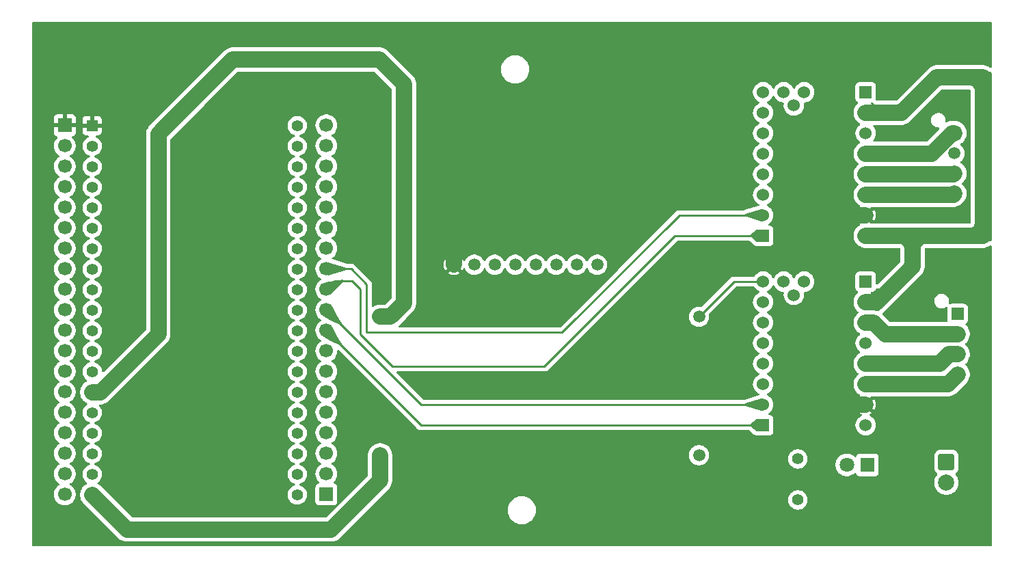
<source format=gbr>
G04 #@! TF.GenerationSoftware,KiCad,Pcbnew,9.0.4*
G04 #@! TF.CreationDate,2026-02-27T08:05:58+01:00*
G04 #@! TF.ProjectId,SABR PCB BOARD PROJECT,53414252-2050-4434-9220-424f41524420,rev?*
G04 #@! TF.SameCoordinates,Original*
G04 #@! TF.FileFunction,Copper,L2,Bot*
G04 #@! TF.FilePolarity,Positive*
%FSLAX46Y46*%
G04 Gerber Fmt 4.6, Leading zero omitted, Abs format (unit mm)*
G04 Created by KiCad (PCBNEW 9.0.4) date 2026-02-27 08:05:58*
%MOMM*%
%LPD*%
G01*
G04 APERTURE LIST*
G04 Aperture macros list*
%AMRoundRect*
0 Rectangle with rounded corners*
0 $1 Rounding radius*
0 $2 $3 $4 $5 $6 $7 $8 $9 X,Y pos of 4 corners*
0 Add a 4 corners polygon primitive as box body*
4,1,4,$2,$3,$4,$5,$6,$7,$8,$9,$2,$3,0*
0 Add four circle primitives for the rounded corners*
1,1,$1+$1,$2,$3*
1,1,$1+$1,$4,$5*
1,1,$1+$1,$6,$7*
1,1,$1+$1,$8,$9*
0 Add four rect primitives between the rounded corners*
20,1,$1+$1,$2,$3,$4,$5,0*
20,1,$1+$1,$4,$5,$6,$7,0*
20,1,$1+$1,$6,$7,$8,$9,0*
20,1,$1+$1,$8,$9,$2,$3,0*%
G04 Aperture macros list end*
G04 #@! TA.AperFunction,ComponentPad*
%ADD10R,1.524000X1.524000*%
G04 #@! TD*
G04 #@! TA.AperFunction,ComponentPad*
%ADD11C,1.524000*%
G04 #@! TD*
G04 #@! TA.AperFunction,ComponentPad*
%ADD12R,1.700000X1.700000*%
G04 #@! TD*
G04 #@! TA.AperFunction,ComponentPad*
%ADD13C,1.700000*%
G04 #@! TD*
G04 #@! TA.AperFunction,ComponentPad*
%ADD14R,1.800000X1.800000*%
G04 #@! TD*
G04 #@! TA.AperFunction,ComponentPad*
%ADD15C,1.800000*%
G04 #@! TD*
G04 #@! TA.AperFunction,ComponentPad*
%ADD16R,1.508000X1.508000*%
G04 #@! TD*
G04 #@! TA.AperFunction,ComponentPad*
%ADD17C,1.508000*%
G04 #@! TD*
G04 #@! TA.AperFunction,ComponentPad*
%ADD18RoundRect,0.250000X-0.750000X0.750000X-0.750000X-0.750000X0.750000X-0.750000X0.750000X0.750000X0*%
G04 #@! TD*
G04 #@! TA.AperFunction,ComponentPad*
%ADD19C,2.000000*%
G04 #@! TD*
G04 #@! TA.AperFunction,ComponentPad*
%ADD20C,1.500000*%
G04 #@! TD*
G04 #@! TA.AperFunction,ComponentPad*
%ADD21R,1.408000X1.408000*%
G04 #@! TD*
G04 #@! TA.AperFunction,ComponentPad*
%ADD22C,1.408000*%
G04 #@! TD*
G04 #@! TA.AperFunction,ComponentPad*
%ADD23C,1.400000*%
G04 #@! TD*
G04 #@! TA.AperFunction,Conductor*
%ADD24C,0.250000*%
G04 #@! TD*
G04 #@! TA.AperFunction,Conductor*
%ADD25C,2.000000*%
G04 #@! TD*
G04 APERTURE END LIST*
D10*
X132900000Y-65020000D03*
D11*
X132900000Y-62480000D03*
X132900000Y-59940000D03*
X132900000Y-57400000D03*
X132900000Y-54860000D03*
X132900000Y-52320000D03*
X132900000Y-49780000D03*
X132900000Y-47240000D03*
D10*
X145600000Y-47240000D03*
D11*
X145600000Y-49780000D03*
X145600000Y-52320000D03*
X145600000Y-54860000D03*
X145600000Y-57400000D03*
X145600000Y-59940000D03*
X145600000Y-62480000D03*
X145600000Y-65020000D03*
X137980000Y-47240000D03*
X135440000Y-47240000D03*
X136710000Y-48891000D03*
D12*
X46400000Y-51340000D03*
D13*
X46400000Y-53880000D03*
X46400000Y-56420000D03*
X46400000Y-58960000D03*
X46400000Y-61500000D03*
X46400000Y-64040000D03*
X46400000Y-66580000D03*
X46400000Y-69120000D03*
X46400000Y-71660000D03*
X46400000Y-74200000D03*
X46400000Y-76740000D03*
X46400000Y-79280000D03*
X46400000Y-81820000D03*
X46400000Y-84360000D03*
X46400000Y-86900000D03*
X46400000Y-89440000D03*
X46400000Y-91980000D03*
X46400000Y-94520000D03*
X46400000Y-97060000D03*
D14*
X145800000Y-93400000D03*
D15*
X143260000Y-93400000D03*
D16*
X157000000Y-74700000D03*
D17*
X157000000Y-77200000D03*
X157000000Y-79700000D03*
X157000000Y-82200000D03*
D12*
X78800000Y-97060000D03*
D13*
X78800000Y-94520000D03*
X78800000Y-91980000D03*
X78800000Y-89440000D03*
X78800000Y-86900000D03*
X78800000Y-84360000D03*
X78800000Y-81820000D03*
X78800000Y-79280000D03*
X78800000Y-76740000D03*
X78800000Y-74200000D03*
X78800000Y-71660000D03*
X78800000Y-69120000D03*
X78800000Y-66580000D03*
X78800000Y-64040000D03*
X78800000Y-61500000D03*
X78800000Y-58960000D03*
X78800000Y-56420000D03*
X78800000Y-53880000D03*
X78800000Y-51340000D03*
D18*
X155600000Y-93060000D03*
D19*
X155600000Y-95600000D03*
D20*
X94590000Y-68605000D03*
X97130000Y-68605000D03*
X99660000Y-68605000D03*
X102200000Y-68605000D03*
X104740000Y-68605000D03*
X107270000Y-68605000D03*
X109810000Y-68605000D03*
X112350000Y-68605000D03*
D16*
X156600000Y-52300000D03*
D17*
X156600000Y-54800000D03*
X156600000Y-57300000D03*
X156600000Y-59800000D03*
D21*
X49800000Y-51380000D03*
D22*
X49800000Y-53920000D03*
X49800000Y-56460000D03*
X49800000Y-59000000D03*
X49800000Y-61540000D03*
X49800000Y-64080000D03*
X49800000Y-66620000D03*
X49800000Y-69160000D03*
X49800000Y-71700000D03*
X49800000Y-74240000D03*
X49800000Y-76780000D03*
X49800000Y-79320000D03*
X49800000Y-81860000D03*
X49800000Y-84400000D03*
X49800000Y-86940000D03*
X49800000Y-89480000D03*
X49800000Y-92020000D03*
X49800000Y-94560000D03*
X49800000Y-97100000D03*
X75200000Y-51380000D03*
X75200000Y-53920000D03*
X75200000Y-56460000D03*
X75200000Y-59000000D03*
X75200000Y-61540000D03*
X75200000Y-64080000D03*
X75200000Y-66620000D03*
X75200000Y-69160000D03*
X75200000Y-71700000D03*
X75200000Y-74240000D03*
X75200000Y-76780000D03*
X75200000Y-79320000D03*
X75200000Y-81860000D03*
X75200000Y-84400000D03*
X75200000Y-86940000D03*
X75200000Y-89480000D03*
X75200000Y-92020000D03*
X75200000Y-94560000D03*
X75200000Y-97100000D03*
D10*
X132900000Y-88480000D03*
D11*
X132900000Y-85940000D03*
X132900000Y-83400000D03*
X132900000Y-80860000D03*
X132900000Y-78320000D03*
X132900000Y-75780000D03*
X132900000Y-73240000D03*
X132900000Y-70700000D03*
D10*
X145600000Y-70700000D03*
D11*
X145600000Y-73240000D03*
X145600000Y-75780000D03*
X145600000Y-78320000D03*
X145600000Y-80860000D03*
X145600000Y-83400000D03*
X145600000Y-85940000D03*
X145600000Y-88480000D03*
X137980000Y-70700000D03*
X135440000Y-70700000D03*
X136710000Y-72351000D03*
D23*
X137200000Y-92660000D03*
X137200000Y-97740000D03*
D20*
X124955500Y-92200000D03*
X124955500Y-75054000D03*
X85459500Y-92200000D03*
X85459500Y-75054000D03*
D24*
X129309500Y-70700000D02*
X124955500Y-75054000D01*
X132900000Y-70700000D02*
X129309500Y-70700000D01*
D25*
X160079000Y-65020000D02*
X151400000Y-65020000D01*
X151400000Y-65020000D02*
X145600000Y-65020000D01*
X160099000Y-45400000D02*
X160099000Y-65000000D01*
X145600000Y-73240000D02*
X146986000Y-73240000D01*
X150020000Y-49780000D02*
X154400000Y-45400000D01*
X151400000Y-68826000D02*
X151400000Y-65020000D01*
X146986000Y-73240000D02*
X151400000Y-68826000D01*
X160099000Y-65000000D02*
X160079000Y-65020000D01*
X154400000Y-45400000D02*
X160099000Y-45400000D01*
X145600000Y-49780000D02*
X150020000Y-49780000D01*
D24*
X90540000Y-85940000D02*
X132900000Y-85940000D01*
X78800000Y-74200000D02*
X90540000Y-85940000D01*
X83000000Y-77200000D02*
X83000000Y-71600000D01*
X79860000Y-70600000D02*
X78800000Y-71660000D01*
X121980000Y-65020000D02*
X105800000Y-81200000D01*
X83000000Y-71600000D02*
X82000000Y-70600000D01*
X132900000Y-65020000D02*
X121980000Y-65020000D01*
X105800000Y-81200000D02*
X87000000Y-81200000D01*
X87000000Y-81200000D02*
X83000000Y-77200000D01*
X82000000Y-70600000D02*
X79860000Y-70600000D01*
X78800000Y-76740000D02*
X90540000Y-88480000D01*
X90540000Y-88480000D02*
X132900000Y-88480000D01*
X81920000Y-69120000D02*
X83800000Y-71000000D01*
X78800000Y-69120000D02*
X81920000Y-69120000D01*
X83800000Y-71000000D02*
X83800000Y-77000000D01*
X83800000Y-77000000D02*
X108000000Y-77000000D01*
X108000000Y-77000000D02*
X122520000Y-62480000D01*
X122520000Y-62480000D02*
X132900000Y-62480000D01*
D25*
X120134340Y-42000000D02*
X94590000Y-67544340D01*
X140400000Y-59480000D02*
X143400000Y-62480000D01*
X143400000Y-62800000D02*
X140400000Y-65800000D01*
X144522370Y-85940000D02*
X140400000Y-81817630D01*
X94590000Y-67544340D02*
X94590000Y-68605000D01*
X140400000Y-58800000D02*
X140400000Y-59480000D01*
X140400000Y-81817630D02*
X140400000Y-65800000D01*
X145600000Y-62480000D02*
X143400000Y-62480000D01*
X143400000Y-62480000D02*
X143400000Y-62800000D01*
X140400000Y-42400000D02*
X140000000Y-42000000D01*
X145600000Y-85940000D02*
X144522370Y-85940000D01*
X140400000Y-58800000D02*
X140400000Y-42400000D01*
X140000000Y-42000000D02*
X120134340Y-42000000D01*
X145600000Y-54860000D02*
X153775212Y-54860000D01*
X156335212Y-52300000D02*
X156600000Y-52300000D01*
X153775212Y-54860000D02*
X156335212Y-52300000D01*
X145600000Y-59940000D02*
X156460000Y-59940000D01*
X156460000Y-59940000D02*
X156600000Y-59800000D01*
X156500000Y-57400000D02*
X156600000Y-57300000D01*
X145600000Y-57400000D02*
X156500000Y-57400000D01*
X157000000Y-77200000D02*
X148000000Y-77200000D01*
X146580000Y-75780000D02*
X145600000Y-75780000D01*
X148000000Y-77200000D02*
X146580000Y-75780000D01*
X154773683Y-80860000D02*
X145600000Y-80860000D01*
X157000000Y-79700000D02*
X155933683Y-79700000D01*
X155933683Y-79700000D02*
X154773683Y-80860000D01*
X155800000Y-83400000D02*
X145600000Y-83400000D01*
X157000000Y-82200000D02*
X155800000Y-83400000D01*
X49800000Y-97100000D02*
X54100000Y-101400000D01*
X85459500Y-92200000D02*
X85459500Y-95340500D01*
X54100000Y-101400000D02*
X79400000Y-101400000D01*
X85459500Y-95340500D02*
X79400000Y-101400000D01*
X50795606Y-84400000D02*
X49800000Y-84400000D01*
X85400000Y-43200000D02*
X67200000Y-43200000D01*
X88400000Y-46200000D02*
X85400000Y-43200000D01*
X86746000Y-75054000D02*
X88400000Y-73400000D01*
X85459500Y-75054000D02*
X86746000Y-75054000D01*
X58000000Y-52400000D02*
X58000000Y-77195606D01*
X67200000Y-43200000D02*
X58000000Y-52400000D01*
X88400000Y-73400000D02*
X88400000Y-46200000D01*
X58000000Y-77195606D02*
X50795606Y-84400000D01*
G04 #@! TA.AperFunction,Conductor*
G36*
X160186952Y-44406527D02*
G01*
X160322361Y-44427973D01*
X160341274Y-44432513D01*
X160471669Y-44474881D01*
X160489637Y-44482324D01*
X160611794Y-44544566D01*
X160611802Y-44544570D01*
X160628389Y-44554735D01*
X160705491Y-44610753D01*
X160705493Y-44610754D01*
X160705502Y-44610760D01*
X160812503Y-44670182D01*
X160812505Y-44670183D01*
X160867743Y-44692603D01*
X160985917Y-44724569D01*
X161075500Y-44724568D01*
X161142538Y-44744252D01*
X161188294Y-44797055D01*
X161199500Y-44848568D01*
X161199500Y-65554149D01*
X161179815Y-65621188D01*
X161127011Y-65666943D01*
X161064891Y-65677694D01*
X161039564Y-65675519D01*
X161039554Y-65675519D01*
X160898552Y-65704090D01*
X160898534Y-65704095D01*
X160838585Y-65725486D01*
X160834169Y-65726817D01*
X160705481Y-65794720D01*
X160608387Y-65865264D01*
X160591797Y-65875431D01*
X160469645Y-65937671D01*
X160451667Y-65945117D01*
X160321271Y-65987484D01*
X160302354Y-65992026D01*
X160204693Y-66007495D01*
X160166953Y-66013473D01*
X160147556Y-66015000D01*
X153024500Y-66015000D01*
X153024491Y-66015000D01*
X153024490Y-66015001D01*
X152917049Y-66026552D01*
X152917037Y-66026554D01*
X152865527Y-66037760D01*
X152763002Y-66071883D01*
X152762996Y-66071886D01*
X152641962Y-66149671D01*
X152641951Y-66149679D01*
X152589159Y-66195423D01*
X152494933Y-66304164D01*
X152494930Y-66304168D01*
X152435164Y-66435034D01*
X152415476Y-66502082D01*
X152410449Y-66537049D01*
X152395002Y-66644490D01*
X152395000Y-66644501D01*
X152395000Y-68894555D01*
X152393473Y-68913955D01*
X152372026Y-69049354D01*
X152367484Y-69068272D01*
X152325118Y-69198663D01*
X152317672Y-69216640D01*
X152255429Y-69338798D01*
X152245263Y-69355388D01*
X152164678Y-69466305D01*
X152152040Y-69481101D01*
X148572052Y-73061089D01*
X147641101Y-73992039D01*
X147626306Y-74004676D01*
X147515386Y-74085265D01*
X147498797Y-74095431D01*
X147478331Y-74105859D01*
X147440617Y-74127158D01*
X147422602Y-74138376D01*
X147386889Y-74162798D01*
X147386886Y-74162800D01*
X147285160Y-74264523D01*
X147285148Y-74264537D01*
X147251863Y-74309000D01*
X147243279Y-74320467D01*
X147243273Y-74320475D01*
X147242905Y-74321147D01*
X147240755Y-74324244D01*
X147215190Y-74344835D01*
X147190371Y-74366321D01*
X147188115Y-74366644D01*
X147186342Y-74368073D01*
X147153698Y-74371575D01*
X147121208Y-74376230D01*
X147117769Y-74375429D01*
X147116871Y-74375526D01*
X147115730Y-74374955D01*
X147100597Y-74371432D01*
X146931370Y-74316447D01*
X146698097Y-74279500D01*
X146698092Y-74279500D01*
X146337309Y-74279500D01*
X146270270Y-74259815D01*
X146249628Y-74243181D01*
X145735942Y-73729495D01*
X145796081Y-73713381D01*
X145911920Y-73646502D01*
X146006502Y-73551920D01*
X146073381Y-73436081D01*
X146089495Y-73375942D01*
X146652268Y-73938715D01*
X146679362Y-73901425D01*
X146769542Y-73724437D01*
X146830924Y-73535523D01*
X146830924Y-73535520D01*
X146862000Y-73339321D01*
X146862000Y-73140678D01*
X146830924Y-72944479D01*
X146830924Y-72944476D01*
X146769542Y-72755562D01*
X146679358Y-72578567D01*
X146652268Y-72541283D01*
X146089494Y-73104057D01*
X146073381Y-73043919D01*
X146006502Y-72928080D01*
X145911920Y-72833498D01*
X145796081Y-72766619D01*
X145735941Y-72750504D01*
X146298715Y-72187730D01*
X146298715Y-72187729D01*
X146297458Y-72186816D01*
X146254793Y-72131485D01*
X146248815Y-72061872D01*
X146281422Y-72000077D01*
X146342262Y-71965721D01*
X146370345Y-71962499D01*
X146409871Y-71962499D01*
X146409872Y-71962499D01*
X146469483Y-71956091D01*
X146604331Y-71905796D01*
X146719546Y-71819546D01*
X146805796Y-71704331D01*
X146827513Y-71646105D01*
X146869383Y-71590171D01*
X146934847Y-71565753D01*
X146952537Y-71565753D01*
X146976798Y-71567488D01*
X146976798Y-71567487D01*
X146976799Y-71567488D01*
X146986377Y-71566802D01*
X147120309Y-71557224D01*
X147255118Y-71506942D01*
X147316441Y-71473457D01*
X147431622Y-71387233D01*
X150220623Y-68598232D01*
X150256788Y-68557971D01*
X150273422Y-68537329D01*
X150305067Y-68493445D01*
X150364838Y-68362568D01*
X150384523Y-68295529D01*
X150384524Y-68295525D01*
X150405000Y-68153109D01*
X150405000Y-66644500D01*
X150393447Y-66537044D01*
X150382241Y-66485533D01*
X150382137Y-66485222D01*
X150348116Y-66383002D01*
X150348113Y-66382996D01*
X150270328Y-66261962D01*
X150270325Y-66261957D01*
X150270320Y-66261951D01*
X150224576Y-66209159D01*
X150224572Y-66209156D01*
X150224570Y-66209153D01*
X150115836Y-66114933D01*
X150115833Y-66114931D01*
X150115831Y-66114930D01*
X149984965Y-66055164D01*
X149984960Y-66055162D01*
X149984959Y-66055162D01*
X149917920Y-66035477D01*
X149917922Y-66035477D01*
X149917917Y-66035476D01*
X149855847Y-66026552D01*
X149775500Y-66015000D01*
X149775498Y-66015000D01*
X146680371Y-66015000D01*
X146613332Y-65995315D01*
X146567577Y-65942511D01*
X146557633Y-65873353D01*
X146580053Y-65818114D01*
X146679358Y-65681432D01*
X146769542Y-65504437D01*
X146830924Y-65315523D01*
X146830924Y-65315520D01*
X146862000Y-65119321D01*
X146862000Y-64920678D01*
X146830924Y-64724479D01*
X146830924Y-64724476D01*
X146769542Y-64535562D01*
X146679358Y-64358567D01*
X146580053Y-64221886D01*
X146556573Y-64156079D01*
X146572398Y-64088025D01*
X146622504Y-64039331D01*
X146680371Y-64025000D01*
X158474490Y-64025000D01*
X158474500Y-64025000D01*
X158581956Y-64013447D01*
X158633467Y-64002241D01*
X158667697Y-63990847D01*
X158735997Y-63968116D01*
X158736001Y-63968113D01*
X158736004Y-63968113D01*
X158857043Y-63890325D01*
X158909847Y-63844570D01*
X159004067Y-63735836D01*
X159063838Y-63604959D01*
X159083523Y-63537920D01*
X159083524Y-63537916D01*
X159104000Y-63395500D01*
X159104000Y-47024500D01*
X159092447Y-46917044D01*
X159081241Y-46865533D01*
X159081137Y-46865222D01*
X159047116Y-46763002D01*
X159047113Y-46762996D01*
X158969328Y-46641962D01*
X158969325Y-46641957D01*
X158926519Y-46592556D01*
X158923576Y-46589159D01*
X158923572Y-46589156D01*
X158923570Y-46589153D01*
X158814836Y-46494933D01*
X158814833Y-46494931D01*
X158814831Y-46494930D01*
X158683965Y-46435164D01*
X158683960Y-46435162D01*
X158683959Y-46435162D01*
X158616920Y-46415477D01*
X158616922Y-46415477D01*
X158616917Y-46415476D01*
X158569444Y-46408650D01*
X158474500Y-46395000D01*
X155072889Y-46395000D01*
X155072887Y-46395000D01*
X155018838Y-46397897D01*
X155018837Y-46397897D01*
X154992504Y-46400729D01*
X154992477Y-46400732D01*
X154939081Y-46409385D01*
X154939079Y-46409385D01*
X154804274Y-46459666D01*
X154742949Y-46493151D01*
X154627767Y-46579376D01*
X154627755Y-46579386D01*
X150675104Y-50532037D01*
X150660309Y-50544674D01*
X150549386Y-50625265D01*
X150532795Y-50635432D01*
X150410645Y-50697671D01*
X150392667Y-50705117D01*
X150262271Y-50747484D01*
X150243354Y-50752026D01*
X150145693Y-50767495D01*
X150107953Y-50773473D01*
X150088556Y-50775000D01*
X146680371Y-50775000D01*
X146613332Y-50755315D01*
X146567577Y-50702511D01*
X146557633Y-50633353D01*
X146580053Y-50578114D01*
X146679358Y-50441432D01*
X146769542Y-50264437D01*
X146830924Y-50075523D01*
X146830924Y-50075520D01*
X146862000Y-49879321D01*
X146862000Y-49680678D01*
X146830924Y-49484479D01*
X146830924Y-49484476D01*
X146769542Y-49295562D01*
X146679358Y-49118567D01*
X146652268Y-49081283D01*
X146089494Y-49644056D01*
X146073381Y-49583919D01*
X146006502Y-49468080D01*
X145911920Y-49373498D01*
X145796081Y-49306619D01*
X145735941Y-49290504D01*
X146298715Y-48727730D01*
X146298715Y-48727729D01*
X146297458Y-48726816D01*
X146254793Y-48671485D01*
X146248815Y-48601872D01*
X146281422Y-48540077D01*
X146342262Y-48505721D01*
X146370345Y-48502499D01*
X146389019Y-48502499D01*
X146456058Y-48522184D01*
X146482732Y-48545297D01*
X146522195Y-48590840D01*
X146522198Y-48590843D01*
X146522202Y-48590847D01*
X146630936Y-48685067D01*
X146630939Y-48685068D01*
X146630940Y-48685069D01*
X146745149Y-48737228D01*
X146761813Y-48744838D01*
X146828852Y-48764523D01*
X146828856Y-48764524D01*
X146971272Y-48785000D01*
X146971275Y-48785000D01*
X149347113Y-48785000D01*
X149357259Y-48784455D01*
X149401151Y-48782103D01*
X149401159Y-48782102D01*
X149401161Y-48782102D01*
X149401162Y-48782102D01*
X149408155Y-48781349D01*
X149427509Y-48779269D01*
X149427519Y-48779267D01*
X149427522Y-48779267D01*
X149437121Y-48777711D01*
X149480921Y-48770614D01*
X149615730Y-48720332D01*
X149677053Y-48686847D01*
X149792235Y-48600623D01*
X153744902Y-44647953D01*
X153759684Y-44635327D01*
X153870618Y-44554728D01*
X153887195Y-44544570D01*
X154009361Y-44482323D01*
X154027321Y-44474884D01*
X154157721Y-44432513D01*
X154176631Y-44427973D01*
X154266288Y-44413773D01*
X154312054Y-44406526D01*
X154331450Y-44405000D01*
X160167555Y-44405000D01*
X160186952Y-44406527D01*
G37*
G04 #@! TD.AperFunction*
G04 #@! TA.AperFunction,Conductor*
G36*
X129582608Y-70599685D02*
G01*
X129628363Y-70652489D01*
X129638307Y-70721647D01*
X129609282Y-70785203D01*
X129550504Y-70822977D01*
X129535404Y-70826403D01*
X129486145Y-70834385D01*
X129486142Y-70834385D01*
X129351337Y-70884666D01*
X129351334Y-70884667D01*
X129351333Y-70884668D01*
X129335869Y-70893111D01*
X129290009Y-70918153D01*
X129212727Y-70976005D01*
X129187969Y-70985238D01*
X129164776Y-70997903D01*
X129155745Y-70997257D01*
X129147263Y-71000421D01*
X129121442Y-70994804D01*
X129095084Y-70992919D01*
X129087836Y-70987493D01*
X129078990Y-70985569D01*
X129060302Y-70966881D01*
X129039151Y-70951047D01*
X129035987Y-70942565D01*
X129029585Y-70936163D01*
X129023967Y-70910339D01*
X129014734Y-70885583D01*
X129016658Y-70876736D01*
X129014734Y-70867890D01*
X129023968Y-70843131D01*
X129029586Y-70817310D01*
X129037587Y-70806621D01*
X129039152Y-70802426D01*
X129050724Y-70789069D01*
X129181081Y-70658713D01*
X129181084Y-70658710D01*
X129223472Y-70616320D01*
X129284794Y-70582834D01*
X129311155Y-70580000D01*
X129515569Y-70580000D01*
X129582608Y-70599685D01*
G37*
G04 #@! TD.AperFunction*
G04 #@! TA.AperFunction,Conductor*
G36*
X161142539Y-38520185D02*
G01*
X161188294Y-38572989D01*
X161199500Y-38624500D01*
X161199500Y-44101476D01*
X161179815Y-44168515D01*
X161127011Y-44214270D01*
X161057853Y-44224214D01*
X161002615Y-44201794D01*
X160885436Y-44116659D01*
X160885435Y-44116658D01*
X160885433Y-44116657D01*
X160769861Y-44057770D01*
X160674996Y-44009433D01*
X160450368Y-43936446D01*
X160217097Y-43899500D01*
X160217092Y-43899500D01*
X154281908Y-43899500D01*
X154281903Y-43899500D01*
X154048631Y-43936446D01*
X153824003Y-44009433D01*
X153613565Y-44116657D01*
X153422488Y-44255484D01*
X153422487Y-44255485D01*
X149434792Y-48243181D01*
X149373469Y-48276666D01*
X149347111Y-48279500D01*
X146971272Y-48279500D01*
X146904233Y-48259815D01*
X146858478Y-48207011D01*
X146848534Y-48137853D01*
X146855091Y-48112165D01*
X146856091Y-48109483D01*
X146862500Y-48049873D01*
X146862499Y-46430128D01*
X146856091Y-46370517D01*
X146821219Y-46277021D01*
X146805797Y-46235671D01*
X146805793Y-46235664D01*
X146719547Y-46120455D01*
X146719544Y-46120452D01*
X146604335Y-46034206D01*
X146604328Y-46034202D01*
X146469482Y-45983908D01*
X146469483Y-45983908D01*
X146409883Y-45977501D01*
X146409881Y-45977500D01*
X146409873Y-45977500D01*
X146409864Y-45977500D01*
X144790129Y-45977500D01*
X144790123Y-45977501D01*
X144730516Y-45983908D01*
X144595671Y-46034202D01*
X144595664Y-46034206D01*
X144480455Y-46120452D01*
X144480452Y-46120455D01*
X144394206Y-46235664D01*
X144394202Y-46235671D01*
X144343908Y-46370517D01*
X144337501Y-46430116D01*
X144337501Y-46430123D01*
X144337500Y-46430135D01*
X144337500Y-48049870D01*
X144337501Y-48049876D01*
X144343908Y-48109483D01*
X144394202Y-48244328D01*
X144394206Y-48244335D01*
X144480452Y-48359544D01*
X144480455Y-48359547D01*
X144602769Y-48451112D01*
X144600967Y-48453518D01*
X144639733Y-48492288D01*
X144654583Y-48560561D01*
X144630163Y-48626025D01*
X144618581Y-48639392D01*
X144455482Y-48802491D01*
X144316657Y-48993566D01*
X144209433Y-49204003D01*
X144136446Y-49428631D01*
X144099500Y-49661902D01*
X144099500Y-49898097D01*
X144136446Y-50131368D01*
X144209433Y-50355996D01*
X144316657Y-50566433D01*
X144455483Y-50757510D01*
X144622490Y-50924517D01*
X144749311Y-51016658D01*
X144813568Y-51063344D01*
X144849681Y-51081744D01*
X144900477Y-51129718D01*
X144917273Y-51197539D01*
X144894736Y-51263674D01*
X144866273Y-51292546D01*
X144777542Y-51357014D01*
X144777533Y-51357021D01*
X144637021Y-51497533D01*
X144520213Y-51658305D01*
X144429994Y-51835367D01*
X144429993Y-51835370D01*
X144368587Y-52024362D01*
X144364743Y-52048632D01*
X144337500Y-52220639D01*
X144337500Y-52419361D01*
X144349488Y-52495048D01*
X144368587Y-52615637D01*
X144429993Y-52804629D01*
X144429994Y-52804632D01*
X144471599Y-52886285D01*
X144520213Y-52981694D01*
X144637019Y-53142464D01*
X144777536Y-53282981D01*
X144866273Y-53347452D01*
X144908938Y-53402782D01*
X144914917Y-53472396D01*
X144882311Y-53534191D01*
X144849683Y-53558254D01*
X144813569Y-53576655D01*
X144729206Y-53637949D01*
X144622490Y-53715483D01*
X144622488Y-53715485D01*
X144622487Y-53715485D01*
X144455485Y-53882487D01*
X144455485Y-53882488D01*
X144455483Y-53882490D01*
X144444927Y-53897019D01*
X144316657Y-54073566D01*
X144209433Y-54284003D01*
X144136446Y-54508631D01*
X144099500Y-54741902D01*
X144099500Y-54978097D01*
X144136446Y-55211368D01*
X144209433Y-55435996D01*
X144316657Y-55646433D01*
X144455483Y-55837510D01*
X144622490Y-56004517D01*
X144657127Y-56029683D01*
X144699792Y-56085013D01*
X144705771Y-56154626D01*
X144673165Y-56216421D01*
X144657130Y-56230315D01*
X144643133Y-56240485D01*
X144622488Y-56255484D01*
X144455485Y-56422487D01*
X144455485Y-56422488D01*
X144455483Y-56422490D01*
X144444927Y-56437019D01*
X144316657Y-56613566D01*
X144209433Y-56824003D01*
X144136446Y-57048631D01*
X144099500Y-57281902D01*
X144099500Y-57518097D01*
X144136446Y-57751368D01*
X144209433Y-57975996D01*
X144316657Y-58186433D01*
X144455483Y-58377510D01*
X144622490Y-58544517D01*
X144657127Y-58569683D01*
X144699792Y-58625013D01*
X144705771Y-58694626D01*
X144673165Y-58756421D01*
X144657130Y-58770315D01*
X144643133Y-58780485D01*
X144622488Y-58795484D01*
X144455485Y-58962487D01*
X144455485Y-58962488D01*
X144455483Y-58962490D01*
X144444927Y-58977019D01*
X144316657Y-59153566D01*
X144209433Y-59364003D01*
X144136446Y-59588631D01*
X144099500Y-59821902D01*
X144099500Y-60058097D01*
X144136446Y-60291368D01*
X144209433Y-60515996D01*
X144316657Y-60726433D01*
X144455483Y-60917510D01*
X144622490Y-61084517D01*
X144813567Y-61223343D01*
X144850182Y-61241999D01*
X144900978Y-61289973D01*
X144917773Y-61357794D01*
X144903487Y-61399713D01*
X144901282Y-61427730D01*
X145464057Y-61990504D01*
X145403919Y-62006619D01*
X145288080Y-62073498D01*
X145193498Y-62168080D01*
X145126619Y-62283919D01*
X145110504Y-62344057D01*
X144547730Y-61781282D01*
X144547729Y-61781283D01*
X144520643Y-61818564D01*
X144430457Y-61995562D01*
X144369075Y-62184476D01*
X144369075Y-62184479D01*
X144338000Y-62380678D01*
X144338000Y-62579321D01*
X144369075Y-62775520D01*
X144369075Y-62775523D01*
X144430457Y-62964437D01*
X144520641Y-63141432D01*
X144547730Y-63178715D01*
X144547731Y-63178716D01*
X145110504Y-62615942D01*
X145126619Y-62676081D01*
X145193498Y-62791920D01*
X145288080Y-62886502D01*
X145403919Y-62953381D01*
X145464057Y-62969494D01*
X144901283Y-63532268D01*
X144903008Y-63554185D01*
X144909440Y-63562527D01*
X144915419Y-63632140D01*
X144882813Y-63693935D01*
X144850186Y-63717998D01*
X144813566Y-63736657D01*
X144721826Y-63803311D01*
X144622490Y-63875483D01*
X144622488Y-63875485D01*
X144622487Y-63875485D01*
X144455485Y-64042487D01*
X144455485Y-64042488D01*
X144455483Y-64042490D01*
X144395862Y-64124550D01*
X144316657Y-64233566D01*
X144209433Y-64444003D01*
X144136446Y-64668631D01*
X144099500Y-64901902D01*
X144099500Y-65138097D01*
X144136446Y-65371368D01*
X144209433Y-65595996D01*
X144316657Y-65806433D01*
X144455483Y-65997510D01*
X144622490Y-66164517D01*
X144813567Y-66303343D01*
X144881485Y-66337949D01*
X145024003Y-66410566D01*
X145024005Y-66410566D01*
X145024008Y-66410568D01*
X145144412Y-66449689D01*
X145248631Y-66483553D01*
X145481903Y-66520500D01*
X145481908Y-66520500D01*
X149775500Y-66520500D01*
X149842539Y-66540185D01*
X149888294Y-66592989D01*
X149899500Y-66644500D01*
X149899500Y-68153109D01*
X149879815Y-68220148D01*
X149863181Y-68240790D01*
X147074180Y-71029791D01*
X147012857Y-71063276D01*
X146943165Y-71058292D01*
X146887232Y-71016420D01*
X146862815Y-70950956D01*
X146862499Y-70942110D01*
X146862499Y-69890129D01*
X146862498Y-69890123D01*
X146862497Y-69890116D01*
X146856091Y-69830517D01*
X146846017Y-69803508D01*
X146805797Y-69695671D01*
X146805793Y-69695664D01*
X146719547Y-69580455D01*
X146719544Y-69580452D01*
X146604335Y-69494206D01*
X146604328Y-69494202D01*
X146469482Y-69443908D01*
X146469483Y-69443908D01*
X146409883Y-69437501D01*
X146409881Y-69437500D01*
X146409873Y-69437500D01*
X146409864Y-69437500D01*
X144790129Y-69437500D01*
X144790123Y-69437501D01*
X144730516Y-69443908D01*
X144595671Y-69494202D01*
X144595664Y-69494206D01*
X144480455Y-69580452D01*
X144480452Y-69580455D01*
X144394206Y-69695664D01*
X144394202Y-69695671D01*
X144343908Y-69830517D01*
X144337501Y-69890116D01*
X144337501Y-69890123D01*
X144337500Y-69890135D01*
X144337500Y-71509870D01*
X144337501Y-71509876D01*
X144343908Y-71569483D01*
X144394202Y-71704328D01*
X144394206Y-71704335D01*
X144480452Y-71819544D01*
X144480455Y-71819547D01*
X144602769Y-71911112D01*
X144600967Y-71913518D01*
X144639733Y-71952288D01*
X144654583Y-72020561D01*
X144630163Y-72086025D01*
X144618581Y-72099392D01*
X144455482Y-72262491D01*
X144316657Y-72453566D01*
X144209433Y-72664003D01*
X144136446Y-72888631D01*
X144099500Y-73121902D01*
X144099500Y-73358097D01*
X144136446Y-73591368D01*
X144209433Y-73815996D01*
X144285810Y-73965893D01*
X144316657Y-74026433D01*
X144455483Y-74217510D01*
X144622490Y-74384517D01*
X144657127Y-74409683D01*
X144699792Y-74465013D01*
X144705771Y-74534626D01*
X144673165Y-74596421D01*
X144657130Y-74610315D01*
X144643133Y-74620485D01*
X144622488Y-74635484D01*
X144455485Y-74802487D01*
X144455485Y-74802488D01*
X144455483Y-74802490D01*
X144444927Y-74817019D01*
X144316657Y-74993566D01*
X144209433Y-75204003D01*
X144136446Y-75428631D01*
X144099500Y-75661902D01*
X144099500Y-75898097D01*
X144136446Y-76131368D01*
X144209433Y-76355996D01*
X144281800Y-76498023D01*
X144316657Y-76566433D01*
X144455483Y-76757510D01*
X144622490Y-76924517D01*
X144709165Y-76987490D01*
X144813568Y-77063344D01*
X144849681Y-77081744D01*
X144900477Y-77129718D01*
X144917273Y-77197539D01*
X144894736Y-77263674D01*
X144866273Y-77292546D01*
X144777542Y-77357014D01*
X144777533Y-77357021D01*
X144637021Y-77497533D01*
X144520213Y-77658305D01*
X144429994Y-77835367D01*
X144429993Y-77835370D01*
X144368587Y-78024362D01*
X144337500Y-78220639D01*
X144337500Y-78419360D01*
X144368587Y-78615637D01*
X144429993Y-78804629D01*
X144429994Y-78804632D01*
X144511075Y-78963760D01*
X144520213Y-78981694D01*
X144637019Y-79142464D01*
X144777536Y-79282981D01*
X144866273Y-79347452D01*
X144908938Y-79402782D01*
X144914917Y-79472396D01*
X144882311Y-79534191D01*
X144849683Y-79558254D01*
X144813569Y-79576655D01*
X144742092Y-79628587D01*
X144622490Y-79715483D01*
X144622488Y-79715485D01*
X144622487Y-79715485D01*
X144455485Y-79882487D01*
X144455485Y-79882488D01*
X144455483Y-79882490D01*
X144444927Y-79897019D01*
X144316657Y-80073566D01*
X144209433Y-80284003D01*
X144136446Y-80508631D01*
X144099500Y-80741902D01*
X144099500Y-80978097D01*
X144136446Y-81211368D01*
X144209433Y-81435996D01*
X144305230Y-81624007D01*
X144316657Y-81646433D01*
X144455483Y-81837510D01*
X144622490Y-82004517D01*
X144657127Y-82029683D01*
X144699792Y-82085013D01*
X144705771Y-82154626D01*
X144673165Y-82216421D01*
X144657130Y-82230315D01*
X144643133Y-82240485D01*
X144622488Y-82255484D01*
X144455485Y-82422487D01*
X144455485Y-82422488D01*
X144455483Y-82422490D01*
X144444927Y-82437019D01*
X144316657Y-82613566D01*
X144209433Y-82824003D01*
X144136446Y-83048631D01*
X144099500Y-83281902D01*
X144099500Y-83518097D01*
X144136446Y-83751368D01*
X144209433Y-83975996D01*
X144316657Y-84186433D01*
X144455483Y-84377510D01*
X144622490Y-84544517D01*
X144813567Y-84683343D01*
X144850182Y-84701999D01*
X144900978Y-84749973D01*
X144917773Y-84817794D01*
X144903487Y-84859713D01*
X144901282Y-84887730D01*
X145464057Y-85450504D01*
X145403919Y-85466619D01*
X145288080Y-85533498D01*
X145193498Y-85628080D01*
X145126619Y-85743919D01*
X145110504Y-85804057D01*
X144547730Y-85241282D01*
X144547729Y-85241283D01*
X144520643Y-85278564D01*
X144430457Y-85455562D01*
X144369075Y-85644476D01*
X144369075Y-85644479D01*
X144338000Y-85840678D01*
X144338000Y-86039321D01*
X144369075Y-86235520D01*
X144369075Y-86235523D01*
X144430457Y-86424437D01*
X144520641Y-86601432D01*
X144547730Y-86638715D01*
X144547731Y-86638716D01*
X145110504Y-86075942D01*
X145126619Y-86136081D01*
X145193498Y-86251920D01*
X145288080Y-86346502D01*
X145403919Y-86413381D01*
X145464057Y-86429494D01*
X144901283Y-86992268D01*
X144901283Y-86992269D01*
X144938567Y-87019358D01*
X145095331Y-87099234D01*
X145146127Y-87147209D01*
X145162922Y-87215030D01*
X145140384Y-87281165D01*
X145095331Y-87320204D01*
X144938305Y-87400213D01*
X144777533Y-87517021D01*
X144637021Y-87657533D01*
X144520213Y-87818305D01*
X144429994Y-87995367D01*
X144429993Y-87995370D01*
X144368587Y-88184362D01*
X144337500Y-88380639D01*
X144337500Y-88579360D01*
X144368587Y-88775637D01*
X144429993Y-88964629D01*
X144429994Y-88964632D01*
X144511075Y-89123760D01*
X144520213Y-89141694D01*
X144637019Y-89302464D01*
X144777536Y-89442981D01*
X144938306Y-89559787D01*
X144967763Y-89574796D01*
X145115367Y-89650005D01*
X145115370Y-89650006D01*
X145209866Y-89680709D01*
X145304364Y-89711413D01*
X145500639Y-89742500D01*
X145500640Y-89742500D01*
X145699360Y-89742500D01*
X145699361Y-89742500D01*
X145895636Y-89711413D01*
X146084632Y-89650005D01*
X146261694Y-89559787D01*
X146422464Y-89442981D01*
X146562981Y-89302464D01*
X146679787Y-89141694D01*
X146770005Y-88964632D01*
X146831413Y-88775636D01*
X146862500Y-88579361D01*
X146862500Y-88380639D01*
X146831413Y-88184364D01*
X146770005Y-87995368D01*
X146770005Y-87995367D01*
X146724035Y-87905149D01*
X146679787Y-87818306D01*
X146562981Y-87657536D01*
X146422464Y-87517019D01*
X146261694Y-87400213D01*
X146104667Y-87320203D01*
X146053872Y-87272229D01*
X146037077Y-87204408D01*
X146059614Y-87138273D01*
X146104669Y-87099234D01*
X146261422Y-87019364D01*
X146298716Y-86992268D01*
X145735942Y-86429494D01*
X145796081Y-86413381D01*
X145911920Y-86346502D01*
X146006502Y-86251920D01*
X146073381Y-86136081D01*
X146089495Y-86075942D01*
X146652268Y-86638715D01*
X146679362Y-86601425D01*
X146769542Y-86424437D01*
X146830924Y-86235523D01*
X146830924Y-86235520D01*
X146862000Y-86039321D01*
X146862000Y-85840678D01*
X146830924Y-85644479D01*
X146830924Y-85644476D01*
X146769542Y-85455562D01*
X146679358Y-85278567D01*
X146652268Y-85241283D01*
X146089494Y-85804057D01*
X146073381Y-85743919D01*
X146006502Y-85628080D01*
X145911920Y-85533498D01*
X145796081Y-85466619D01*
X145735940Y-85450504D01*
X146249628Y-84936819D01*
X146310951Y-84903334D01*
X146337309Y-84900500D01*
X155918097Y-84900500D01*
X156151368Y-84863553D01*
X156163186Y-84859713D01*
X156375992Y-84790568D01*
X156586434Y-84683343D01*
X156777510Y-84544517D01*
X158144517Y-83177510D01*
X158283343Y-82986434D01*
X158390568Y-82775992D01*
X158463552Y-82551369D01*
X158483964Y-82422490D01*
X158500499Y-82318097D01*
X158500499Y-82081902D01*
X158472664Y-81906166D01*
X158463552Y-81848632D01*
X158410664Y-81685858D01*
X158390569Y-81624010D01*
X158390568Y-81624007D01*
X158283342Y-81413566D01*
X158144517Y-81222490D01*
X157977510Y-81055483D01*
X157970401Y-81050318D01*
X157927735Y-80994988D01*
X157921756Y-80925375D01*
X157954362Y-80863580D01*
X157970401Y-80849682D01*
X157970500Y-80849609D01*
X157977510Y-80844517D01*
X158144517Y-80677510D01*
X158283343Y-80486433D01*
X158390568Y-80275992D01*
X158463553Y-80051368D01*
X158487999Y-79897021D01*
X158500500Y-79818097D01*
X158500500Y-79581902D01*
X158463553Y-79348631D01*
X158402801Y-79161658D01*
X158390568Y-79124008D01*
X158390566Y-79124005D01*
X158390566Y-79124003D01*
X158318055Y-78981694D01*
X158283343Y-78913567D01*
X158144517Y-78722490D01*
X157977510Y-78555483D01*
X157970401Y-78550318D01*
X157927735Y-78494988D01*
X157921756Y-78425375D01*
X157954362Y-78363580D01*
X157970401Y-78349682D01*
X157971634Y-78348786D01*
X157977510Y-78344517D01*
X158144517Y-78177510D01*
X158283343Y-77986433D01*
X158390568Y-77775992D01*
X158463553Y-77551368D01*
X158473929Y-77485858D01*
X158500500Y-77318097D01*
X158500500Y-77081902D01*
X158463553Y-76848631D01*
X158410145Y-76684261D01*
X158390568Y-76624008D01*
X158390566Y-76624005D01*
X158390566Y-76624003D01*
X158297674Y-76441694D01*
X158283343Y-76413567D01*
X158144517Y-76222490D01*
X157996577Y-76074550D01*
X157963092Y-76013227D01*
X157968076Y-75943535D01*
X158009945Y-75887604D01*
X158111546Y-75811546D01*
X158197796Y-75696331D01*
X158248091Y-75561483D01*
X158254500Y-75501873D01*
X158254499Y-73898128D01*
X158248091Y-73838517D01*
X158246514Y-73834290D01*
X158197797Y-73703671D01*
X158197793Y-73703664D01*
X158111547Y-73588455D01*
X158111544Y-73588452D01*
X157996335Y-73502206D01*
X157996328Y-73502202D01*
X157861482Y-73451908D01*
X157861483Y-73451908D01*
X157801883Y-73445501D01*
X157801881Y-73445500D01*
X157801873Y-73445500D01*
X157801864Y-73445500D01*
X156198129Y-73445500D01*
X156198123Y-73445501D01*
X156138515Y-73451909D01*
X156033200Y-73491188D01*
X155963508Y-73496172D01*
X155902186Y-73462686D01*
X155868701Y-73401363D01*
X155868251Y-73350816D01*
X155886588Y-73258626D01*
X155900500Y-73188693D01*
X155900500Y-73011306D01*
X155900499Y-73011304D01*
X155865896Y-72837341D01*
X155865893Y-72837332D01*
X155798016Y-72673459D01*
X155798009Y-72673446D01*
X155699464Y-72525965D01*
X155699461Y-72525961D01*
X155574038Y-72400538D01*
X155574034Y-72400535D01*
X155426553Y-72301990D01*
X155426540Y-72301983D01*
X155262667Y-72234106D01*
X155262658Y-72234103D01*
X155088694Y-72199500D01*
X155088691Y-72199500D01*
X154911309Y-72199500D01*
X154911306Y-72199500D01*
X154737341Y-72234103D01*
X154737332Y-72234106D01*
X154573459Y-72301983D01*
X154573446Y-72301990D01*
X154425965Y-72400535D01*
X154425961Y-72400538D01*
X154300538Y-72525961D01*
X154300535Y-72525965D01*
X154201990Y-72673446D01*
X154201983Y-72673459D01*
X154134106Y-72837332D01*
X154134103Y-72837341D01*
X154099500Y-73011304D01*
X154099500Y-73188695D01*
X154134103Y-73362658D01*
X154134106Y-73362667D01*
X154201983Y-73526540D01*
X154201990Y-73526553D01*
X154300535Y-73674034D01*
X154300538Y-73674038D01*
X154425961Y-73799461D01*
X154425965Y-73799464D01*
X154573446Y-73898009D01*
X154573459Y-73898016D01*
X154619007Y-73916882D01*
X154737334Y-73965894D01*
X154737336Y-73965894D01*
X154737341Y-73965896D01*
X154911304Y-74000499D01*
X154911307Y-74000500D01*
X154911309Y-74000500D01*
X155088693Y-74000500D01*
X155088694Y-74000499D01*
X155169249Y-73984476D01*
X155262658Y-73965896D01*
X155262661Y-73965894D01*
X155262666Y-73965894D01*
X155426267Y-73898129D01*
X155426540Y-73898016D01*
X155426540Y-73898015D01*
X155426547Y-73898013D01*
X155552611Y-73813778D01*
X155619286Y-73792902D01*
X155686666Y-73811386D01*
X155733356Y-73863364D01*
X155745500Y-73916882D01*
X155745500Y-75501870D01*
X155745501Y-75501876D01*
X155751991Y-75562247D01*
X155739584Y-75631006D01*
X155691973Y-75682143D01*
X155628701Y-75699500D01*
X148672889Y-75699500D01*
X148605850Y-75679815D01*
X148585208Y-75663181D01*
X147676450Y-74754422D01*
X147642965Y-74693099D01*
X147647949Y-74623407D01*
X147689821Y-74567474D01*
X147707827Y-74556261D01*
X147772434Y-74523343D01*
X147963510Y-74384517D01*
X152544518Y-69803510D01*
X152683343Y-69612433D01*
X152790568Y-69401992D01*
X152863553Y-69177368D01*
X152873032Y-69117518D01*
X152900500Y-68944097D01*
X152900500Y-66644500D01*
X152920185Y-66577461D01*
X152972989Y-66531706D01*
X153024500Y-66520500D01*
X160197097Y-66520500D01*
X160430368Y-66483553D01*
X160460652Y-66473713D01*
X160654992Y-66410568D01*
X160865434Y-66303343D01*
X161002614Y-66203674D01*
X161068420Y-66180194D01*
X161136474Y-66196019D01*
X161185169Y-66246124D01*
X161199500Y-66303992D01*
X161199500Y-103375500D01*
X161179815Y-103442539D01*
X161127011Y-103488294D01*
X161075500Y-103499500D01*
X42524500Y-103499500D01*
X42457461Y-103479815D01*
X42411706Y-103427011D01*
X42400500Y-103375500D01*
X42400500Y-53773713D01*
X45049500Y-53773713D01*
X45049500Y-53986287D01*
X45054016Y-54014800D01*
X45074241Y-54142499D01*
X45082754Y-54196243D01*
X45143231Y-54382372D01*
X45148444Y-54398414D01*
X45244951Y-54587820D01*
X45369890Y-54759786D01*
X45520213Y-54910109D01*
X45692182Y-55035050D01*
X45700946Y-55039516D01*
X45751742Y-55087491D01*
X45768536Y-55155312D01*
X45745998Y-55221447D01*
X45700946Y-55260484D01*
X45692182Y-55264949D01*
X45520213Y-55389890D01*
X45369890Y-55540213D01*
X45244951Y-55712179D01*
X45148444Y-55901585D01*
X45082753Y-56103760D01*
X45049500Y-56313713D01*
X45049500Y-56526287D01*
X45082754Y-56736243D01*
X45143231Y-56922372D01*
X45148444Y-56938414D01*
X45244951Y-57127820D01*
X45369890Y-57299786D01*
X45520213Y-57450109D01*
X45692182Y-57575050D01*
X45700946Y-57579516D01*
X45751742Y-57627491D01*
X45768536Y-57695312D01*
X45745998Y-57761447D01*
X45700946Y-57800484D01*
X45692182Y-57804949D01*
X45520213Y-57929890D01*
X45369890Y-58080213D01*
X45244951Y-58252179D01*
X45148444Y-58441585D01*
X45082753Y-58643760D01*
X45054446Y-58822488D01*
X45049500Y-58853713D01*
X45049500Y-59066287D01*
X45054016Y-59094800D01*
X45074480Y-59224008D01*
X45082754Y-59276243D01*
X45143231Y-59462372D01*
X45148444Y-59478414D01*
X45244951Y-59667820D01*
X45369890Y-59839786D01*
X45520213Y-59990109D01*
X45692182Y-60115050D01*
X45700946Y-60119516D01*
X45751742Y-60167491D01*
X45768536Y-60235312D01*
X45745998Y-60301447D01*
X45700946Y-60340484D01*
X45692182Y-60344949D01*
X45520213Y-60469890D01*
X45369890Y-60620213D01*
X45244951Y-60792179D01*
X45148444Y-60981585D01*
X45082753Y-61183760D01*
X45059501Y-61330568D01*
X45049500Y-61393713D01*
X45049500Y-61606287D01*
X45054016Y-61634800D01*
X45077216Y-61781282D01*
X45082754Y-61816243D01*
X45144611Y-62006619D01*
X45148444Y-62018414D01*
X45244951Y-62207820D01*
X45369890Y-62379786D01*
X45520213Y-62530109D01*
X45692182Y-62655050D01*
X45700946Y-62659516D01*
X45751742Y-62707491D01*
X45768536Y-62775312D01*
X45745998Y-62841447D01*
X45700946Y-62880484D01*
X45692182Y-62884949D01*
X45520213Y-63009890D01*
X45369890Y-63160213D01*
X45244951Y-63332179D01*
X45148444Y-63521585D01*
X45082753Y-63723760D01*
X45061939Y-63855176D01*
X45049500Y-63933713D01*
X45049500Y-64146287D01*
X45082754Y-64356243D01*
X45143231Y-64542372D01*
X45148444Y-64558414D01*
X45244951Y-64747820D01*
X45369890Y-64919786D01*
X45520213Y-65070109D01*
X45692182Y-65195050D01*
X45700946Y-65199516D01*
X45751742Y-65247491D01*
X45768536Y-65315312D01*
X45745998Y-65381447D01*
X45700946Y-65420484D01*
X45692182Y-65424949D01*
X45520213Y-65549890D01*
X45369890Y-65700213D01*
X45244951Y-65872179D01*
X45148444Y-66061585D01*
X45082753Y-66263760D01*
X45059501Y-66410568D01*
X45049500Y-66473713D01*
X45049500Y-66686287D01*
X45082754Y-66896243D01*
X45143231Y-67082372D01*
X45148444Y-67098414D01*
X45244951Y-67287820D01*
X45369890Y-67459786D01*
X45520213Y-67610109D01*
X45692182Y-67735050D01*
X45700946Y-67739516D01*
X45751742Y-67787491D01*
X45768536Y-67855312D01*
X45745998Y-67921447D01*
X45700946Y-67960484D01*
X45692182Y-67964949D01*
X45520213Y-68089890D01*
X45369890Y-68240213D01*
X45244951Y-68412179D01*
X45148444Y-68601585D01*
X45082753Y-68803760D01*
X45049500Y-69013713D01*
X45049500Y-69226287D01*
X45054904Y-69260405D01*
X45080125Y-69419648D01*
X45082754Y-69436243D01*
X45143231Y-69622372D01*
X45148444Y-69638414D01*
X45244951Y-69827820D01*
X45369890Y-69999786D01*
X45520213Y-70150109D01*
X45692182Y-70275050D01*
X45700946Y-70279516D01*
X45751742Y-70327491D01*
X45768536Y-70395312D01*
X45745998Y-70461447D01*
X45700946Y-70500484D01*
X45692182Y-70504949D01*
X45520213Y-70629890D01*
X45369890Y-70780213D01*
X45244951Y-70952179D01*
X45148444Y-71141585D01*
X45082753Y-71343760D01*
X45071003Y-71417949D01*
X45049500Y-71553713D01*
X45049500Y-71766287D01*
X45054016Y-71794800D01*
X45075653Y-71931413D01*
X45082754Y-71976243D01*
X45143231Y-72162372D01*
X45148444Y-72178414D01*
X45244951Y-72367820D01*
X45369890Y-72539786D01*
X45520213Y-72690109D01*
X45692182Y-72815050D01*
X45700946Y-72819516D01*
X45751742Y-72867491D01*
X45768536Y-72935312D01*
X45745998Y-73001447D01*
X45700946Y-73040484D01*
X45692182Y-73044949D01*
X45520213Y-73169890D01*
X45369890Y-73320213D01*
X45244951Y-73492179D01*
X45148444Y-73681585D01*
X45082753Y-73883760D01*
X45060156Y-74026433D01*
X45049500Y-74093713D01*
X45049500Y-74306287D01*
X45054016Y-74334800D01*
X45075653Y-74471413D01*
X45082754Y-74516243D01*
X45143231Y-74702372D01*
X45148444Y-74718414D01*
X45244951Y-74907820D01*
X45369890Y-75079786D01*
X45520213Y-75230109D01*
X45692182Y-75355050D01*
X45700946Y-75359516D01*
X45751742Y-75407491D01*
X45768536Y-75475312D01*
X45745998Y-75541447D01*
X45700946Y-75580484D01*
X45692182Y-75584949D01*
X45520213Y-75709890D01*
X45369890Y-75860213D01*
X45244951Y-76032179D01*
X45148444Y-76221585D01*
X45082753Y-76423760D01*
X45071003Y-76497949D01*
X45049500Y-76633713D01*
X45049500Y-76846287D01*
X45054016Y-76874800D01*
X45075653Y-77011413D01*
X45082754Y-77056243D01*
X45143231Y-77242372D01*
X45148444Y-77258414D01*
X45244951Y-77447820D01*
X45369890Y-77619786D01*
X45520213Y-77770109D01*
X45692182Y-77895050D01*
X45700946Y-77899516D01*
X45751742Y-77947491D01*
X45768536Y-78015312D01*
X45745998Y-78081447D01*
X45700946Y-78120484D01*
X45692182Y-78124949D01*
X45520213Y-78249890D01*
X45369890Y-78400213D01*
X45244951Y-78572179D01*
X45148444Y-78761585D01*
X45082753Y-78963760D01*
X45054449Y-79142464D01*
X45049500Y-79173713D01*
X45049500Y-79386287D01*
X45054016Y-79414800D01*
X45080483Y-79581908D01*
X45082754Y-79596243D01*
X45143231Y-79782372D01*
X45148444Y-79798414D01*
X45244951Y-79987820D01*
X45369890Y-80159786D01*
X45520213Y-80310109D01*
X45692182Y-80435050D01*
X45700946Y-80439516D01*
X45751742Y-80487491D01*
X45768536Y-80555312D01*
X45745998Y-80621447D01*
X45700946Y-80660484D01*
X45692182Y-80664949D01*
X45520213Y-80789890D01*
X45369890Y-80940213D01*
X45244951Y-81112179D01*
X45148444Y-81301585D01*
X45082753Y-81503760D01*
X45060156Y-81646433D01*
X45049500Y-81713713D01*
X45049500Y-81926287D01*
X45054016Y-81954800D01*
X45075653Y-82091413D01*
X45082754Y-82136243D01*
X45143231Y-82322372D01*
X45148444Y-82338414D01*
X45244951Y-82527820D01*
X45369890Y-82699786D01*
X45520213Y-82850109D01*
X45692182Y-82975050D01*
X45700946Y-82979516D01*
X45751742Y-83027491D01*
X45768536Y-83095312D01*
X45745998Y-83161447D01*
X45700946Y-83200484D01*
X45692182Y-83204949D01*
X45520213Y-83329890D01*
X45369890Y-83480213D01*
X45244951Y-83652179D01*
X45148444Y-83841585D01*
X45082753Y-84043760D01*
X45071003Y-84117949D01*
X45049500Y-84253713D01*
X45049500Y-84466287D01*
X45054016Y-84494800D01*
X45075653Y-84631413D01*
X45082754Y-84676243D01*
X45143231Y-84862372D01*
X45148444Y-84878414D01*
X45244951Y-85067820D01*
X45369890Y-85239786D01*
X45520213Y-85390109D01*
X45692182Y-85515050D01*
X45700946Y-85519516D01*
X45751742Y-85567491D01*
X45768536Y-85635312D01*
X45745998Y-85701447D01*
X45700946Y-85740484D01*
X45692182Y-85744949D01*
X45520213Y-85869890D01*
X45369890Y-86020213D01*
X45244951Y-86192179D01*
X45148444Y-86381585D01*
X45082753Y-86583760D01*
X45071003Y-86657949D01*
X45049500Y-86793713D01*
X45049500Y-87006287D01*
X45054016Y-87034800D01*
X45080879Y-87204408D01*
X45082754Y-87216243D01*
X45143231Y-87402372D01*
X45148444Y-87418414D01*
X45244951Y-87607820D01*
X45369890Y-87779786D01*
X45520213Y-87930109D01*
X45692182Y-88055050D01*
X45700946Y-88059516D01*
X45751742Y-88107491D01*
X45768536Y-88175312D01*
X45745998Y-88241447D01*
X45700946Y-88280484D01*
X45692182Y-88284949D01*
X45520213Y-88409890D01*
X45369890Y-88560213D01*
X45244951Y-88732179D01*
X45148444Y-88921585D01*
X45082753Y-89123760D01*
X45071003Y-89197949D01*
X45049500Y-89333713D01*
X45049500Y-89546287D01*
X45054016Y-89574800D01*
X45076823Y-89718800D01*
X45082754Y-89756243D01*
X45143231Y-89942372D01*
X45148444Y-89958414D01*
X45244951Y-90147820D01*
X45369890Y-90319786D01*
X45520213Y-90470109D01*
X45692182Y-90595050D01*
X45700946Y-90599516D01*
X45751742Y-90647491D01*
X45768536Y-90715312D01*
X45745998Y-90781447D01*
X45700946Y-90820484D01*
X45692182Y-90824949D01*
X45520213Y-90949890D01*
X45369890Y-91100213D01*
X45244951Y-91272179D01*
X45148444Y-91461585D01*
X45082753Y-91663760D01*
X45069995Y-91744312D01*
X45049500Y-91873713D01*
X45049500Y-92086287D01*
X45054016Y-92114800D01*
X45077010Y-92259981D01*
X45082754Y-92296243D01*
X45146630Y-92492833D01*
X45148444Y-92498414D01*
X45244951Y-92687820D01*
X45369890Y-92859786D01*
X45520213Y-93010109D01*
X45692182Y-93135050D01*
X45700946Y-93139516D01*
X45751742Y-93187491D01*
X45768536Y-93255312D01*
X45745998Y-93321447D01*
X45700946Y-93360484D01*
X45692182Y-93364949D01*
X45520213Y-93489890D01*
X45369890Y-93640213D01*
X45244951Y-93812179D01*
X45148444Y-94001585D01*
X45082753Y-94203760D01*
X45054113Y-94384586D01*
X45049500Y-94413713D01*
X45049500Y-94626287D01*
X45054016Y-94654800D01*
X45077092Y-94800499D01*
X45082754Y-94836243D01*
X45143761Y-95024003D01*
X45148444Y-95038414D01*
X45244951Y-95227820D01*
X45369890Y-95399786D01*
X45520213Y-95550109D01*
X45692182Y-95675050D01*
X45700946Y-95679516D01*
X45751742Y-95727491D01*
X45768536Y-95795312D01*
X45745998Y-95861447D01*
X45700946Y-95900484D01*
X45692182Y-95904949D01*
X45520213Y-96029890D01*
X45369890Y-96180213D01*
X45244951Y-96352179D01*
X45148444Y-96541585D01*
X45082753Y-96743760D01*
X45049500Y-96953713D01*
X45049500Y-97166287D01*
X45054016Y-97194800D01*
X45067423Y-97279451D01*
X45082754Y-97376243D01*
X45143231Y-97562372D01*
X45148444Y-97578414D01*
X45244951Y-97767820D01*
X45369890Y-97939786D01*
X45520213Y-98090109D01*
X45692179Y-98215048D01*
X45692181Y-98215049D01*
X45692184Y-98215051D01*
X45881588Y-98311557D01*
X46083757Y-98377246D01*
X46293713Y-98410500D01*
X46293714Y-98410500D01*
X46506286Y-98410500D01*
X46506287Y-98410500D01*
X46716243Y-98377246D01*
X46918412Y-98311557D01*
X47107816Y-98215051D01*
X47194138Y-98152335D01*
X47279786Y-98090109D01*
X47279788Y-98090106D01*
X47279792Y-98090104D01*
X47430104Y-97939792D01*
X47430106Y-97939788D01*
X47430109Y-97939786D01*
X47555048Y-97767820D01*
X47555047Y-97767820D01*
X47555051Y-97767816D01*
X47651557Y-97578412D01*
X47717246Y-97376243D01*
X47750500Y-97166287D01*
X47750500Y-96953713D01*
X47717246Y-96743757D01*
X47651557Y-96541588D01*
X47555051Y-96352184D01*
X47555049Y-96352181D01*
X47555048Y-96352179D01*
X47430109Y-96180213D01*
X47279786Y-96029890D01*
X47107820Y-95904951D01*
X47107115Y-95904591D01*
X47099054Y-95900485D01*
X47048259Y-95852512D01*
X47031463Y-95784692D01*
X47053999Y-95718556D01*
X47099054Y-95679515D01*
X47107816Y-95675051D01*
X47150085Y-95644341D01*
X47279786Y-95550109D01*
X47279788Y-95550106D01*
X47279792Y-95550104D01*
X47430104Y-95399792D01*
X47430106Y-95399788D01*
X47430109Y-95399786D01*
X47555048Y-95227820D01*
X47555047Y-95227820D01*
X47555051Y-95227816D01*
X47651557Y-95038412D01*
X47717246Y-94836243D01*
X47750500Y-94626287D01*
X47750500Y-94413713D01*
X47717246Y-94203757D01*
X47651557Y-94001588D01*
X47555051Y-93812184D01*
X47555049Y-93812181D01*
X47555048Y-93812179D01*
X47430109Y-93640213D01*
X47279786Y-93489890D01*
X47107820Y-93364951D01*
X47107115Y-93364591D01*
X47099054Y-93360485D01*
X47048259Y-93312512D01*
X47031463Y-93244692D01*
X47053999Y-93178556D01*
X47099054Y-93139515D01*
X47107816Y-93135051D01*
X47129789Y-93119086D01*
X47279786Y-93010109D01*
X47279788Y-93010106D01*
X47279792Y-93010104D01*
X47430104Y-92859792D01*
X47430106Y-92859788D01*
X47430109Y-92859786D01*
X47555048Y-92687820D01*
X47555047Y-92687820D01*
X47555051Y-92687816D01*
X47651557Y-92498412D01*
X47717246Y-92296243D01*
X47750500Y-92086287D01*
X47750500Y-91873713D01*
X47717246Y-91663757D01*
X47651557Y-91461588D01*
X47555051Y-91272184D01*
X47555049Y-91272181D01*
X47555048Y-91272179D01*
X47430109Y-91100213D01*
X47279786Y-90949890D01*
X47107820Y-90824951D01*
X47107115Y-90824591D01*
X47099054Y-90820485D01*
X47048259Y-90772512D01*
X47031463Y-90704692D01*
X47053999Y-90638556D01*
X47099054Y-90599515D01*
X47107816Y-90595051D01*
X47129789Y-90579086D01*
X47279786Y-90470109D01*
X47279788Y-90470106D01*
X47279792Y-90470104D01*
X47430104Y-90319792D01*
X47430106Y-90319788D01*
X47430109Y-90319786D01*
X47555048Y-90147820D01*
X47555047Y-90147820D01*
X47555051Y-90147816D01*
X47651557Y-89958412D01*
X47717246Y-89756243D01*
X47750500Y-89546287D01*
X47750500Y-89333713D01*
X47717246Y-89123757D01*
X47651557Y-88921588D01*
X47555051Y-88732184D01*
X47555049Y-88732181D01*
X47555048Y-88732179D01*
X47430109Y-88560213D01*
X47279786Y-88409890D01*
X47107820Y-88284951D01*
X47107115Y-88284591D01*
X47099054Y-88280485D01*
X47048259Y-88232512D01*
X47031463Y-88164692D01*
X47053999Y-88098556D01*
X47099054Y-88059515D01*
X47107816Y-88055051D01*
X47129789Y-88039086D01*
X47279786Y-87930109D01*
X47279788Y-87930106D01*
X47279792Y-87930104D01*
X47430104Y-87779792D01*
X47430106Y-87779788D01*
X47430109Y-87779786D01*
X47555048Y-87607820D01*
X47555047Y-87607820D01*
X47555051Y-87607816D01*
X47651557Y-87418412D01*
X47717246Y-87216243D01*
X47750500Y-87006287D01*
X47750500Y-86793713D01*
X47717246Y-86583757D01*
X47651557Y-86381588D01*
X47555051Y-86192184D01*
X47555049Y-86192181D01*
X47555048Y-86192179D01*
X47430109Y-86020213D01*
X47279786Y-85869890D01*
X47107820Y-85744951D01*
X47107115Y-85744591D01*
X47099054Y-85740485D01*
X47048259Y-85692512D01*
X47031463Y-85624692D01*
X47053999Y-85558556D01*
X47099054Y-85519515D01*
X47107816Y-85515051D01*
X47129789Y-85499086D01*
X47279786Y-85390109D01*
X47279788Y-85390106D01*
X47279792Y-85390104D01*
X47430104Y-85239792D01*
X47430106Y-85239788D01*
X47430109Y-85239786D01*
X47555048Y-85067820D01*
X47555047Y-85067820D01*
X47555051Y-85067816D01*
X47651557Y-84878412D01*
X47717246Y-84676243D01*
X47750500Y-84466287D01*
X47750500Y-84281902D01*
X48299500Y-84281902D01*
X48299500Y-84518097D01*
X48336446Y-84751368D01*
X48409433Y-84975996D01*
X48481552Y-85117536D01*
X48516657Y-85186433D01*
X48655483Y-85377510D01*
X48822490Y-85544517D01*
X49013567Y-85683343D01*
X49094758Y-85724712D01*
X49107682Y-85731297D01*
X49158478Y-85779272D01*
X49175273Y-85847093D01*
X49152736Y-85913228D01*
X49124273Y-85942100D01*
X49015319Y-86021260D01*
X48881260Y-86155319D01*
X48769819Y-86308703D01*
X48683747Y-86477627D01*
X48625157Y-86657949D01*
X48595500Y-86845199D01*
X48595500Y-87034800D01*
X48624437Y-87217501D01*
X48625158Y-87222055D01*
X48664750Y-87343905D01*
X48683747Y-87402372D01*
X48769819Y-87571296D01*
X48881259Y-87724679D01*
X49015321Y-87858741D01*
X49168704Y-87970181D01*
X49248515Y-88010846D01*
X49337627Y-88056252D01*
X49337629Y-88056252D01*
X49337632Y-88056254D01*
X49447860Y-88092069D01*
X49505534Y-88131507D01*
X49532732Y-88195866D01*
X49520817Y-88264712D01*
X49473573Y-88316188D01*
X49447861Y-88327929D01*
X49405838Y-88341583D01*
X49337627Y-88363747D01*
X49168703Y-88449819D01*
X49015319Y-88561260D01*
X48881260Y-88695319D01*
X48769819Y-88848703D01*
X48683747Y-89017627D01*
X48625157Y-89197949D01*
X48595500Y-89385199D01*
X48595500Y-89574800D01*
X48622061Y-89742500D01*
X48625158Y-89762055D01*
X48664750Y-89883905D01*
X48683747Y-89942372D01*
X48769819Y-90111296D01*
X48881259Y-90264679D01*
X49015321Y-90398741D01*
X49168704Y-90510181D01*
X49248515Y-90550846D01*
X49337627Y-90596252D01*
X49337629Y-90596252D01*
X49337632Y-90596254D01*
X49447860Y-90632069D01*
X49505534Y-90671507D01*
X49532732Y-90735866D01*
X49520817Y-90804712D01*
X49473573Y-90856188D01*
X49447861Y-90867929D01*
X49405838Y-90881583D01*
X49337627Y-90903747D01*
X49168703Y-90989819D01*
X49015319Y-91101260D01*
X48881260Y-91235319D01*
X48769819Y-91388703D01*
X48683747Y-91557627D01*
X48625157Y-91737949D01*
X48595500Y-91925199D01*
X48595500Y-92114800D01*
X48624859Y-92300167D01*
X48625158Y-92302055D01*
X48650121Y-92378881D01*
X48683747Y-92482372D01*
X48769819Y-92651296D01*
X48881259Y-92804679D01*
X49015321Y-92938741D01*
X49168704Y-93050181D01*
X49248515Y-93090846D01*
X49337627Y-93136252D01*
X49337629Y-93136252D01*
X49337632Y-93136254D01*
X49447860Y-93172069D01*
X49505534Y-93211507D01*
X49532732Y-93275866D01*
X49520817Y-93344712D01*
X49473573Y-93396188D01*
X49447861Y-93407929D01*
X49411609Y-93419709D01*
X49337627Y-93443747D01*
X49168703Y-93529819D01*
X49015319Y-93641260D01*
X48881260Y-93775319D01*
X48769819Y-93928703D01*
X48683747Y-94097627D01*
X48625157Y-94277949D01*
X48595500Y-94465199D01*
X48595500Y-94654800D01*
X48620646Y-94813566D01*
X48625158Y-94842055D01*
X48664750Y-94963905D01*
X48683747Y-95022372D01*
X48769819Y-95191296D01*
X48881259Y-95344679D01*
X49015321Y-95478741D01*
X49124274Y-95557900D01*
X49166938Y-95613229D01*
X49172917Y-95682843D01*
X49140311Y-95744637D01*
X49107682Y-95768702D01*
X49013565Y-95816657D01*
X48822488Y-95955484D01*
X48655484Y-96122488D01*
X48516657Y-96313565D01*
X48409433Y-96524003D01*
X48336446Y-96748631D01*
X48299500Y-96981902D01*
X48299500Y-97218097D01*
X48336446Y-97451368D01*
X48409433Y-97675996D01*
X48494699Y-97843339D01*
X48516657Y-97886434D01*
X48655483Y-98077510D01*
X53122490Y-102544517D01*
X53313566Y-102683343D01*
X53412992Y-102734003D01*
X53524003Y-102790566D01*
X53524005Y-102790566D01*
X53524008Y-102790568D01*
X53644412Y-102829689D01*
X53748631Y-102863553D01*
X53981903Y-102900500D01*
X53981908Y-102900500D01*
X79518097Y-102900500D01*
X79751368Y-102863553D01*
X79975992Y-102790568D01*
X80186434Y-102683343D01*
X80377510Y-102544517D01*
X84036769Y-98885258D01*
X101249500Y-98885258D01*
X101249500Y-99114741D01*
X101274446Y-99304215D01*
X101279452Y-99342238D01*
X101279453Y-99342240D01*
X101338842Y-99563887D01*
X101426650Y-99775876D01*
X101426657Y-99775890D01*
X101541392Y-99974617D01*
X101681081Y-100156661D01*
X101681089Y-100156670D01*
X101843330Y-100318911D01*
X101843338Y-100318918D01*
X102025382Y-100458607D01*
X102025385Y-100458608D01*
X102025388Y-100458611D01*
X102224112Y-100573344D01*
X102224117Y-100573346D01*
X102224123Y-100573349D01*
X102315480Y-100611190D01*
X102436113Y-100661158D01*
X102657762Y-100720548D01*
X102885266Y-100750500D01*
X102885273Y-100750500D01*
X103114727Y-100750500D01*
X103114734Y-100750500D01*
X103342238Y-100720548D01*
X103563887Y-100661158D01*
X103775888Y-100573344D01*
X103974612Y-100458611D01*
X104156661Y-100318919D01*
X104156665Y-100318914D01*
X104156670Y-100318911D01*
X104318911Y-100156670D01*
X104318914Y-100156665D01*
X104318919Y-100156661D01*
X104458611Y-99974612D01*
X104573344Y-99775888D01*
X104661158Y-99563887D01*
X104720548Y-99342238D01*
X104750500Y-99114734D01*
X104750500Y-98885266D01*
X104720548Y-98657762D01*
X104661158Y-98436113D01*
X104594357Y-98274842D01*
X104573349Y-98224123D01*
X104573346Y-98224117D01*
X104573344Y-98224112D01*
X104458611Y-98025388D01*
X104458608Y-98025385D01*
X104458607Y-98025382D01*
X104318918Y-97843338D01*
X104318911Y-97843330D01*
X104156670Y-97681089D01*
X104156661Y-97681081D01*
X104110308Y-97645513D01*
X135999500Y-97645513D01*
X135999500Y-97834486D01*
X136029059Y-98021118D01*
X136087454Y-98200836D01*
X136140274Y-98304500D01*
X136173240Y-98369199D01*
X136284310Y-98522073D01*
X136417927Y-98655690D01*
X136570801Y-98766760D01*
X136650347Y-98807290D01*
X136739163Y-98852545D01*
X136739165Y-98852545D01*
X136739168Y-98852547D01*
X136835497Y-98883846D01*
X136918881Y-98910940D01*
X137105514Y-98940500D01*
X137105519Y-98940500D01*
X137294486Y-98940500D01*
X137481118Y-98910940D01*
X137560115Y-98885272D01*
X137660832Y-98852547D01*
X137829199Y-98766760D01*
X137982073Y-98655690D01*
X138115690Y-98522073D01*
X138226760Y-98369199D01*
X138312547Y-98200832D01*
X138370940Y-98021118D01*
X138371516Y-98017482D01*
X138400500Y-97834486D01*
X138400500Y-97645513D01*
X138370940Y-97458881D01*
X138331936Y-97338842D01*
X138312547Y-97279168D01*
X138312545Y-97279165D01*
X138312545Y-97279163D01*
X138226759Y-97110800D01*
X138115690Y-96957927D01*
X137982073Y-96824310D01*
X137829199Y-96713240D01*
X137660836Y-96627454D01*
X137481118Y-96569059D01*
X137294486Y-96539500D01*
X137294481Y-96539500D01*
X137105519Y-96539500D01*
X137105514Y-96539500D01*
X136918881Y-96569059D01*
X136739163Y-96627454D01*
X136570800Y-96713240D01*
X136522088Y-96748632D01*
X136417927Y-96824310D01*
X136417925Y-96824312D01*
X136417924Y-96824312D01*
X136284312Y-96957924D01*
X136284312Y-96957925D01*
X136284310Y-96957927D01*
X136260595Y-96990568D01*
X136173240Y-97110800D01*
X136087454Y-97279163D01*
X136029059Y-97458881D01*
X135999500Y-97645513D01*
X104110308Y-97645513D01*
X103974617Y-97541392D01*
X103775890Y-97426657D01*
X103775876Y-97426650D01*
X103563887Y-97338842D01*
X103342238Y-97279452D01*
X103304215Y-97274446D01*
X103114741Y-97249500D01*
X103114734Y-97249500D01*
X102885266Y-97249500D01*
X102885258Y-97249500D01*
X102668715Y-97278009D01*
X102657762Y-97279452D01*
X102564076Y-97304554D01*
X102436112Y-97338842D01*
X102224123Y-97426650D01*
X102224109Y-97426657D01*
X102025382Y-97541392D01*
X101843338Y-97681081D01*
X101681081Y-97843338D01*
X101541392Y-98025382D01*
X101426657Y-98224109D01*
X101426650Y-98224123D01*
X101338842Y-98436112D01*
X101279453Y-98657759D01*
X101279451Y-98657770D01*
X101249500Y-98885258D01*
X84036769Y-98885258D01*
X86604017Y-96318010D01*
X86742843Y-96126934D01*
X86850068Y-95916492D01*
X86923053Y-95691868D01*
X86929224Y-95652906D01*
X86960000Y-95458597D01*
X86960000Y-92101577D01*
X123705000Y-92101577D01*
X123705000Y-92298422D01*
X123735790Y-92492826D01*
X123796617Y-92680029D01*
X123860130Y-92804679D01*
X123885976Y-92855405D01*
X124001672Y-93014646D01*
X124140854Y-93153828D01*
X124300095Y-93269524D01*
X124382955Y-93311743D01*
X124475470Y-93358882D01*
X124475472Y-93358882D01*
X124475475Y-93358884D01*
X124556338Y-93385158D01*
X124662673Y-93419709D01*
X124857078Y-93450500D01*
X124857083Y-93450500D01*
X125053922Y-93450500D01*
X125248326Y-93419709D01*
X125435525Y-93358884D01*
X125610905Y-93269524D01*
X125770146Y-93153828D01*
X125909328Y-93014646D01*
X126025024Y-92855405D01*
X126114384Y-92680025D01*
X126151592Y-92565513D01*
X135999500Y-92565513D01*
X135999500Y-92754486D01*
X136029059Y-92941118D01*
X136087454Y-93120836D01*
X136173240Y-93289199D01*
X136284310Y-93442073D01*
X136417927Y-93575690D01*
X136570801Y-93686760D01*
X136650347Y-93727290D01*
X136739163Y-93772545D01*
X136739165Y-93772545D01*
X136739168Y-93772547D01*
X136835497Y-93803846D01*
X136918881Y-93830940D01*
X137105514Y-93860500D01*
X137105519Y-93860500D01*
X137294486Y-93860500D01*
X137481118Y-93830940D01*
X137660832Y-93772547D01*
X137829199Y-93686760D01*
X137982073Y-93575690D01*
X138115690Y-93442073D01*
X138226339Y-93289778D01*
X141859500Y-93289778D01*
X141859500Y-93510221D01*
X141893985Y-93727952D01*
X141962103Y-93937603D01*
X141962104Y-93937606D01*
X142030122Y-94071096D01*
X142059797Y-94129336D01*
X142062187Y-94134025D01*
X142191752Y-94312358D01*
X142191756Y-94312363D01*
X142347636Y-94468243D01*
X142347641Y-94468247D01*
X142479997Y-94564408D01*
X142525978Y-94597815D01*
X142654375Y-94663237D01*
X142722393Y-94697895D01*
X142722396Y-94697896D01*
X142787266Y-94718973D01*
X142932049Y-94766015D01*
X143149778Y-94800500D01*
X143149779Y-94800500D01*
X143370221Y-94800500D01*
X143370222Y-94800500D01*
X143587951Y-94766015D01*
X143797606Y-94697895D01*
X143994022Y-94597815D01*
X144172365Y-94468242D01*
X144222536Y-94418070D01*
X144283857Y-94384586D01*
X144353548Y-94389570D01*
X144409482Y-94431441D01*
X144426398Y-94462419D01*
X144456202Y-94542328D01*
X144456206Y-94542335D01*
X144542452Y-94657544D01*
X144542455Y-94657547D01*
X144657664Y-94743793D01*
X144657671Y-94743797D01*
X144792517Y-94794091D01*
X144792516Y-94794091D01*
X144799444Y-94794835D01*
X144852127Y-94800500D01*
X146747872Y-94800499D01*
X146807483Y-94794091D01*
X146942331Y-94743796D01*
X147057546Y-94657546D01*
X147143796Y-94542331D01*
X147194091Y-94407483D01*
X147200500Y-94347873D01*
X147200499Y-92452128D01*
X147194091Y-92392517D01*
X147189005Y-92378882D01*
X147159647Y-92300167D01*
X147144659Y-92259983D01*
X154099500Y-92259983D01*
X154099500Y-93860001D01*
X154099501Y-93860018D01*
X154110000Y-93962796D01*
X154110001Y-93962799D01*
X154165185Y-94129331D01*
X154165187Y-94129336D01*
X154168079Y-94134025D01*
X154257288Y-94278656D01*
X154381344Y-94402712D01*
X154399180Y-94413713D01*
X154429656Y-94432511D01*
X154476381Y-94484459D01*
X154487604Y-94553421D01*
X154459760Y-94617504D01*
X154458615Y-94618759D01*
X154458647Y-94618786D01*
X154455485Y-94622487D01*
X154455483Y-94622490D01*
X154430013Y-94657547D01*
X154316657Y-94813566D01*
X154209433Y-95024003D01*
X154136446Y-95248631D01*
X154099500Y-95481902D01*
X154099500Y-95718097D01*
X154136446Y-95951368D01*
X154209433Y-96175996D01*
X154299204Y-96352179D01*
X154316657Y-96386433D01*
X154455483Y-96577510D01*
X154622490Y-96744517D01*
X154813567Y-96883343D01*
X154912991Y-96934002D01*
X155024003Y-96990566D01*
X155024005Y-96990566D01*
X155024008Y-96990568D01*
X155144412Y-97029689D01*
X155248631Y-97063553D01*
X155481903Y-97100500D01*
X155481908Y-97100500D01*
X155718097Y-97100500D01*
X155951368Y-97063553D01*
X156175992Y-96990568D01*
X156386433Y-96883343D01*
X156577510Y-96744517D01*
X156744517Y-96577510D01*
X156883343Y-96386433D01*
X156990568Y-96175992D01*
X157063553Y-95951368D01*
X157079219Y-95852455D01*
X157100500Y-95718097D01*
X157100500Y-95481902D01*
X157063553Y-95248631D01*
X157029689Y-95144412D01*
X156990568Y-95024008D01*
X156990566Y-95024005D01*
X156990566Y-95024003D01*
X156897858Y-94842055D01*
X156883343Y-94813567D01*
X156744517Y-94622490D01*
X156744508Y-94622481D01*
X156741353Y-94618786D01*
X156743134Y-94617264D01*
X156714273Y-94564408D01*
X156719257Y-94494716D01*
X156761129Y-94438783D01*
X156770334Y-94432516D01*
X156818656Y-94402712D01*
X156942712Y-94278656D01*
X157034814Y-94129334D01*
X157089999Y-93962797D01*
X157100500Y-93860009D01*
X157100499Y-92259992D01*
X157089999Y-92157203D01*
X157034814Y-91990666D01*
X156942712Y-91841344D01*
X156818656Y-91717288D01*
X156669334Y-91625186D01*
X156502797Y-91570001D01*
X156502795Y-91570000D01*
X156400010Y-91559500D01*
X154799998Y-91559500D01*
X154799981Y-91559501D01*
X154697203Y-91570000D01*
X154697200Y-91570001D01*
X154530668Y-91625185D01*
X154530663Y-91625187D01*
X154381342Y-91717289D01*
X154257289Y-91841342D01*
X154165187Y-91990663D01*
X154165185Y-91990668D01*
X154150831Y-92033985D01*
X154110001Y-92157203D01*
X154110001Y-92157204D01*
X154110000Y-92157204D01*
X154099500Y-92259983D01*
X147144659Y-92259983D01*
X147143797Y-92257671D01*
X147143793Y-92257664D01*
X147057547Y-92142455D01*
X147057544Y-92142452D01*
X146942335Y-92056206D01*
X146942328Y-92056202D01*
X146807482Y-92005908D01*
X146807483Y-92005908D01*
X146747883Y-91999501D01*
X146747881Y-91999500D01*
X146747873Y-91999500D01*
X146747864Y-91999500D01*
X144852129Y-91999500D01*
X144852123Y-91999501D01*
X144792516Y-92005908D01*
X144657671Y-92056202D01*
X144657664Y-92056206D01*
X144542455Y-92142452D01*
X144542452Y-92142455D01*
X144456206Y-92257664D01*
X144456203Y-92257669D01*
X144426398Y-92337581D01*
X144384526Y-92393514D01*
X144319062Y-92417931D01*
X144250789Y-92403079D01*
X144222535Y-92381928D01*
X144172363Y-92331756D01*
X144172358Y-92331752D01*
X143994025Y-92202187D01*
X143994024Y-92202186D01*
X143994022Y-92202185D01*
X143876791Y-92142452D01*
X143797606Y-92102104D01*
X143797603Y-92102103D01*
X143587952Y-92033985D01*
X143479086Y-92016742D01*
X143370222Y-91999500D01*
X143149778Y-91999500D01*
X143077201Y-92010995D01*
X142932047Y-92033985D01*
X142722396Y-92102103D01*
X142722393Y-92102104D01*
X142525974Y-92202187D01*
X142347641Y-92331752D01*
X142347636Y-92331756D01*
X142191756Y-92487636D01*
X142191752Y-92487641D01*
X142062187Y-92665974D01*
X141962104Y-92862393D01*
X141962103Y-92862396D01*
X141893985Y-93072047D01*
X141859500Y-93289778D01*
X138226339Y-93289778D01*
X138226760Y-93289199D01*
X138312547Y-93120832D01*
X138370940Y-92941118D01*
X138371317Y-92938739D01*
X138400500Y-92754486D01*
X138400500Y-92565513D01*
X138370940Y-92378881D01*
X138331555Y-92257669D01*
X138312547Y-92199168D01*
X138312545Y-92199165D01*
X138312545Y-92199163D01*
X138226759Y-92030800D01*
X138115690Y-91877927D01*
X137982073Y-91744310D01*
X137829199Y-91633240D01*
X137811080Y-91624008D01*
X137660836Y-91547454D01*
X137481118Y-91489059D01*
X137294486Y-91459500D01*
X137294481Y-91459500D01*
X137105519Y-91459500D01*
X137105514Y-91459500D01*
X136918881Y-91489059D01*
X136739163Y-91547454D01*
X136570800Y-91633240D01*
X136528798Y-91663757D01*
X136417927Y-91744310D01*
X136417925Y-91744312D01*
X136417924Y-91744312D01*
X136284312Y-91877924D01*
X136284312Y-91877925D01*
X136284310Y-91877927D01*
X136263061Y-91907174D01*
X136173240Y-92030800D01*
X136087454Y-92199163D01*
X136029059Y-92378881D01*
X135999500Y-92565513D01*
X126151592Y-92565513D01*
X126165624Y-92522326D01*
X126175207Y-92492833D01*
X126175207Y-92492831D01*
X126175209Y-92492826D01*
X126193256Y-92378881D01*
X126206000Y-92298422D01*
X126206000Y-92101577D01*
X126175209Y-91907173D01*
X126146987Y-91820317D01*
X126114384Y-91719975D01*
X126114382Y-91719972D01*
X126114382Y-91719970D01*
X126032618Y-91559500D01*
X126025024Y-91544595D01*
X125909328Y-91385354D01*
X125770146Y-91246172D01*
X125610905Y-91130476D01*
X125435529Y-91041117D01*
X125248326Y-90980290D01*
X125053922Y-90949500D01*
X125053917Y-90949500D01*
X124857083Y-90949500D01*
X124857078Y-90949500D01*
X124662673Y-90980290D01*
X124475470Y-91041117D01*
X124300094Y-91130476D01*
X124209241Y-91196485D01*
X124140854Y-91246172D01*
X124140852Y-91246174D01*
X124140851Y-91246174D01*
X124001674Y-91385351D01*
X124001674Y-91385352D01*
X124001672Y-91385354D01*
X123981175Y-91413566D01*
X123885976Y-91544594D01*
X123796617Y-91719970D01*
X123735790Y-91907173D01*
X123705000Y-92101577D01*
X86960000Y-92101577D01*
X86960000Y-92081902D01*
X86923053Y-91848631D01*
X86862983Y-91663757D01*
X86850068Y-91624008D01*
X86850066Y-91624005D01*
X86850066Y-91624003D01*
X86793502Y-91512991D01*
X86742843Y-91413567D01*
X86604017Y-91222490D01*
X86437010Y-91055483D01*
X86245933Y-90916657D01*
X86220594Y-90903746D01*
X86035496Y-90809433D01*
X85810868Y-90736446D01*
X85577597Y-90699500D01*
X85577592Y-90699500D01*
X85341408Y-90699500D01*
X85341403Y-90699500D01*
X85108131Y-90736446D01*
X84883503Y-90809433D01*
X84673066Y-90916657D01*
X84572368Y-90989819D01*
X84481990Y-91055483D01*
X84481988Y-91055485D01*
X84481987Y-91055485D01*
X84314985Y-91222487D01*
X84314985Y-91222488D01*
X84314983Y-91222490D01*
X84305661Y-91235321D01*
X84176157Y-91413566D01*
X84068933Y-91624003D01*
X83995946Y-91848631D01*
X83959000Y-92081902D01*
X83959000Y-94667611D01*
X83939315Y-94734650D01*
X83922681Y-94755292D01*
X78814792Y-99863181D01*
X78753469Y-99896666D01*
X78727111Y-99899500D01*
X54772889Y-99899500D01*
X54705850Y-99879815D01*
X54685208Y-99863181D01*
X50777511Y-95955484D01*
X50767115Y-95947931D01*
X50586434Y-95816657D01*
X50544542Y-95795312D01*
X50492317Y-95768702D01*
X50441521Y-95720727D01*
X50424726Y-95652906D01*
X50447263Y-95586771D01*
X50475724Y-95557901D01*
X50584679Y-95478741D01*
X50718741Y-95344679D01*
X50830181Y-95191296D01*
X50916254Y-95022368D01*
X50974842Y-94842055D01*
X50997674Y-94697895D01*
X51004500Y-94654800D01*
X51004500Y-94465199D01*
X50980292Y-94312358D01*
X50974842Y-94277945D01*
X50916254Y-94097632D01*
X50916252Y-94097629D01*
X50916252Y-94097627D01*
X50847552Y-93962797D01*
X50830181Y-93928704D01*
X50718741Y-93775321D01*
X50584679Y-93641259D01*
X50431296Y-93529819D01*
X50352931Y-93489890D01*
X50262370Y-93443747D01*
X50262369Y-93443746D01*
X50262368Y-93443746D01*
X50152139Y-93407930D01*
X50094465Y-93368493D01*
X50067267Y-93304135D01*
X50079182Y-93235288D01*
X50126426Y-93183813D01*
X50152138Y-93172070D01*
X50262368Y-93136254D01*
X50431296Y-93050181D01*
X50584679Y-92938741D01*
X50718741Y-92804679D01*
X50830181Y-92651296D01*
X50916254Y-92482368D01*
X50974842Y-92302055D01*
X50991318Y-92198022D01*
X51004500Y-92114800D01*
X51004500Y-91925199D01*
X50975850Y-91744310D01*
X50974842Y-91737945D01*
X50916254Y-91557632D01*
X50916252Y-91557629D01*
X50916252Y-91557627D01*
X50842849Y-91413567D01*
X50830181Y-91388704D01*
X50718741Y-91235321D01*
X50584679Y-91101259D01*
X50431296Y-90989819D01*
X50262368Y-90903746D01*
X50152139Y-90867930D01*
X50094465Y-90828493D01*
X50067267Y-90764135D01*
X50079182Y-90695288D01*
X50126426Y-90643813D01*
X50152138Y-90632070D01*
X50262368Y-90596254D01*
X50431296Y-90510181D01*
X50584679Y-90398741D01*
X50718741Y-90264679D01*
X50830181Y-90111296D01*
X50916254Y-89942368D01*
X50974842Y-89762055D01*
X50993794Y-89642391D01*
X51004500Y-89574800D01*
X51004500Y-89385199D01*
X50988023Y-89281171D01*
X50974842Y-89197945D01*
X50916254Y-89017632D01*
X50916252Y-89017629D01*
X50916252Y-89017627D01*
X50867316Y-88921585D01*
X50830181Y-88848704D01*
X50718741Y-88695321D01*
X50584679Y-88561259D01*
X50431296Y-88449819D01*
X50262368Y-88363746D01*
X50152139Y-88327930D01*
X50094465Y-88288493D01*
X50067267Y-88224135D01*
X50079182Y-88155288D01*
X50126426Y-88103813D01*
X50152138Y-88092070D01*
X50262368Y-88056254D01*
X50431296Y-87970181D01*
X50584679Y-87858741D01*
X50718741Y-87724679D01*
X50830181Y-87571296D01*
X50916254Y-87402368D01*
X50974842Y-87222055D01*
X50994725Y-87096517D01*
X51004500Y-87034800D01*
X51004500Y-86845199D01*
X50988023Y-86741171D01*
X50974842Y-86657945D01*
X50916254Y-86477632D01*
X50916252Y-86477629D01*
X50916252Y-86477627D01*
X50849440Y-86346502D01*
X50830181Y-86308704D01*
X50718741Y-86155321D01*
X50675601Y-86112181D01*
X50642116Y-86050858D01*
X50647100Y-85981166D01*
X50688972Y-85925233D01*
X50754436Y-85900816D01*
X50763282Y-85900500D01*
X50913703Y-85900500D01*
X51146974Y-85863553D01*
X51371598Y-85790568D01*
X51582040Y-85683343D01*
X51773116Y-85544517D01*
X59144518Y-78173116D01*
X59283343Y-77982039D01*
X59390568Y-77771598D01*
X59463553Y-77546974D01*
X59473233Y-77485858D01*
X59500500Y-77313703D01*
X59500500Y-53072889D01*
X59520185Y-53005850D01*
X59536819Y-52985208D01*
X61236828Y-51285199D01*
X73995500Y-51285199D01*
X73995500Y-51474800D01*
X74024237Y-51656239D01*
X74025158Y-51662055D01*
X74051182Y-51742147D01*
X74083747Y-51842372D01*
X74137890Y-51948632D01*
X74169819Y-52011296D01*
X74281259Y-52164679D01*
X74415321Y-52298741D01*
X74568704Y-52410181D01*
X74611695Y-52432086D01*
X74737627Y-52496252D01*
X74737629Y-52496252D01*
X74737632Y-52496254D01*
X74847860Y-52532069D01*
X74905534Y-52571507D01*
X74932732Y-52635866D01*
X74920817Y-52704712D01*
X74873573Y-52756188D01*
X74847861Y-52767929D01*
X74805838Y-52781583D01*
X74737627Y-52803747D01*
X74568703Y-52889819D01*
X74415319Y-53001260D01*
X74281260Y-53135319D01*
X74169819Y-53288703D01*
X74083747Y-53457627D01*
X74049263Y-53563757D01*
X74031734Y-53617708D01*
X74025157Y-53637949D01*
X73995500Y-53825199D01*
X73995500Y-54014800D01*
X74024237Y-54196239D01*
X74025158Y-54202055D01*
X74062974Y-54318439D01*
X74083747Y-54382372D01*
X74169819Y-54551296D01*
X74281259Y-54704679D01*
X74415321Y-54838741D01*
X74568704Y-54950181D01*
X74648515Y-54990846D01*
X74737627Y-55036252D01*
X74737629Y-55036252D01*
X74737632Y-55036254D01*
X74847860Y-55072069D01*
X74905534Y-55111507D01*
X74932732Y-55175866D01*
X74920817Y-55244712D01*
X74873573Y-55296188D01*
X74847861Y-55307929D01*
X74805838Y-55321583D01*
X74737627Y-55343747D01*
X74568703Y-55429819D01*
X74415319Y-55541260D01*
X74281260Y-55675319D01*
X74169819Y-55828703D01*
X74083747Y-55997627D01*
X74073332Y-56029682D01*
X74032457Y-56155483D01*
X74025157Y-56177949D01*
X73995500Y-56365199D01*
X73995500Y-56554800D01*
X74022300Y-56724010D01*
X74025158Y-56742055D01*
X74064750Y-56863905D01*
X74083747Y-56922372D01*
X74169819Y-57091296D01*
X74281259Y-57244679D01*
X74415321Y-57378741D01*
X74568704Y-57490181D01*
X74648515Y-57530846D01*
X74737627Y-57576252D01*
X74737629Y-57576252D01*
X74737632Y-57576254D01*
X74847860Y-57612069D01*
X74905534Y-57651507D01*
X74932732Y-57715866D01*
X74920817Y-57784712D01*
X74873573Y-57836188D01*
X74847861Y-57847929D01*
X74805838Y-57861583D01*
X74737627Y-57883747D01*
X74568703Y-57969819D01*
X74415319Y-58081260D01*
X74281260Y-58215319D01*
X74169819Y-58368703D01*
X74083747Y-58537627D01*
X74073332Y-58569682D01*
X74040737Y-58670000D01*
X74025157Y-58717949D01*
X73995500Y-58905199D01*
X73995500Y-59094800D01*
X74024237Y-59276239D01*
X74025158Y-59282055D01*
X74064750Y-59403905D01*
X74083747Y-59462372D01*
X74169819Y-59631296D01*
X74281259Y-59784679D01*
X74415321Y-59918741D01*
X74568704Y-60030181D01*
X74648515Y-60070846D01*
X74737627Y-60116252D01*
X74737629Y-60116252D01*
X74737632Y-60116254D01*
X74847860Y-60152069D01*
X74905534Y-60191507D01*
X74932732Y-60255866D01*
X74920817Y-60324712D01*
X74873573Y-60376188D01*
X74847861Y-60387929D01*
X74805838Y-60401583D01*
X74737627Y-60423747D01*
X74568703Y-60509819D01*
X74415319Y-60621260D01*
X74281260Y-60755319D01*
X74169819Y-60908703D01*
X74083747Y-61077627D01*
X74025157Y-61257949D01*
X73995500Y-61445199D01*
X73995500Y-61634800D01*
X74025157Y-61822050D01*
X74025158Y-61822055D01*
X74049856Y-61898067D01*
X74083747Y-62002372D01*
X74146967Y-62126446D01*
X74169819Y-62171296D01*
X74281259Y-62324679D01*
X74415321Y-62458741D01*
X74568704Y-62570181D01*
X74648515Y-62610846D01*
X74737627Y-62656252D01*
X74737629Y-62656252D01*
X74737632Y-62656254D01*
X74847860Y-62692069D01*
X74905534Y-62731507D01*
X74932732Y-62795866D01*
X74920817Y-62864712D01*
X74873573Y-62916188D01*
X74847861Y-62927929D01*
X74805838Y-62941583D01*
X74737627Y-62963747D01*
X74568703Y-63049819D01*
X74415319Y-63161260D01*
X74281260Y-63295319D01*
X74169819Y-63448703D01*
X74083747Y-63617627D01*
X74053274Y-63711413D01*
X74031058Y-63779789D01*
X74025157Y-63797949D01*
X73995500Y-63985199D01*
X73995500Y-64174800D01*
X74004808Y-64233567D01*
X74025158Y-64362055D01*
X74058831Y-64465689D01*
X74083747Y-64542372D01*
X74169819Y-64711296D01*
X74281259Y-64864679D01*
X74415321Y-64998741D01*
X74568704Y-65110181D01*
X74648515Y-65150846D01*
X74737627Y-65196252D01*
X74737629Y-65196252D01*
X74737632Y-65196254D01*
X74847860Y-65232069D01*
X74905534Y-65271507D01*
X74932732Y-65335866D01*
X74920817Y-65404712D01*
X74873573Y-65456188D01*
X74847861Y-65467929D01*
X74805838Y-65481583D01*
X74737627Y-65503747D01*
X74568703Y-65589819D01*
X74415319Y-65701260D01*
X74281260Y-65835319D01*
X74169819Y-65988703D01*
X74083747Y-66157627D01*
X74025157Y-66337949D01*
X73995500Y-66525199D01*
X73995500Y-66714800D01*
X74024237Y-66896239D01*
X74025158Y-66902055D01*
X74064750Y-67023905D01*
X74083747Y-67082372D01*
X74169819Y-67251296D01*
X74281259Y-67404679D01*
X74415321Y-67538741D01*
X74568704Y-67650181D01*
X74648515Y-67690846D01*
X74737627Y-67736252D01*
X74737629Y-67736252D01*
X74737632Y-67736254D01*
X74847860Y-67772069D01*
X74905534Y-67811507D01*
X74932732Y-67875866D01*
X74920817Y-67944712D01*
X74873573Y-67996188D01*
X74847861Y-68007929D01*
X74805838Y-68021583D01*
X74737627Y-68043747D01*
X74568703Y-68129819D01*
X74415319Y-68241260D01*
X74281260Y-68375319D01*
X74169819Y-68528703D01*
X74083747Y-68697627D01*
X74025157Y-68877949D01*
X73995500Y-69065199D01*
X73995500Y-69254800D01*
X74024437Y-69437501D01*
X74025158Y-69442055D01*
X74053732Y-69529995D01*
X74083747Y-69622372D01*
X74146485Y-69745500D01*
X74169819Y-69791296D01*
X74281259Y-69944679D01*
X74415321Y-70078741D01*
X74568704Y-70190181D01*
X74648515Y-70230846D01*
X74737627Y-70276252D01*
X74737629Y-70276252D01*
X74737632Y-70276254D01*
X74847860Y-70312069D01*
X74905534Y-70351507D01*
X74932732Y-70415866D01*
X74920817Y-70484712D01*
X74873573Y-70536188D01*
X74847861Y-70547929D01*
X74805838Y-70561583D01*
X74737627Y-70583747D01*
X74568703Y-70669819D01*
X74415319Y-70781260D01*
X74281260Y-70915319D01*
X74169819Y-71068703D01*
X74083747Y-71237627D01*
X74054275Y-71328334D01*
X74038588Y-71376614D01*
X74025157Y-71417949D01*
X73995500Y-71605199D01*
X73995500Y-71794800D01*
X74025157Y-71982050D01*
X74025158Y-71982055D01*
X74063284Y-72099392D01*
X74083747Y-72162372D01*
X74154883Y-72301983D01*
X74169819Y-72331296D01*
X74281259Y-72484679D01*
X74415321Y-72618741D01*
X74568704Y-72730181D01*
X74648515Y-72770846D01*
X74737627Y-72816252D01*
X74737629Y-72816252D01*
X74737632Y-72816254D01*
X74847860Y-72852069D01*
X74905534Y-72891507D01*
X74932732Y-72955866D01*
X74920817Y-73024712D01*
X74873573Y-73076188D01*
X74847861Y-73087929D01*
X74805838Y-73101583D01*
X74737627Y-73123747D01*
X74568703Y-73209819D01*
X74415319Y-73321260D01*
X74281260Y-73455319D01*
X74169819Y-73608703D01*
X74083747Y-73777627D01*
X74049263Y-73883757D01*
X74040905Y-73909483D01*
X74025157Y-73957949D01*
X73995500Y-74145199D01*
X73995500Y-74334800D01*
X74025157Y-74522050D01*
X74025158Y-74522055D01*
X74062014Y-74635484D01*
X74083747Y-74702372D01*
X74169819Y-74871296D01*
X74281259Y-75024679D01*
X74415321Y-75158741D01*
X74568704Y-75270181D01*
X74648515Y-75310846D01*
X74737627Y-75356252D01*
X74737629Y-75356252D01*
X74737632Y-75356254D01*
X74847860Y-75392069D01*
X74905534Y-75431507D01*
X74932732Y-75495866D01*
X74920817Y-75564712D01*
X74873573Y-75616188D01*
X74847861Y-75627929D01*
X74805838Y-75641583D01*
X74737627Y-75663747D01*
X74568703Y-75749819D01*
X74415319Y-75861260D01*
X74281260Y-75995319D01*
X74169819Y-76148703D01*
X74083747Y-76317627D01*
X74025157Y-76497949D01*
X73995500Y-76685199D01*
X73995500Y-76874800D01*
X74025157Y-77062050D01*
X74025158Y-77062055D01*
X74063703Y-77180683D01*
X74083747Y-77242372D01*
X74163416Y-77398729D01*
X74169819Y-77411296D01*
X74281259Y-77564679D01*
X74415321Y-77698741D01*
X74568704Y-77810181D01*
X74621695Y-77837181D01*
X74737627Y-77896252D01*
X74737629Y-77896252D01*
X74737632Y-77896254D01*
X74847860Y-77932069D01*
X74905534Y-77971507D01*
X74932732Y-78035866D01*
X74920817Y-78104712D01*
X74873573Y-78156188D01*
X74847861Y-78167929D01*
X74818377Y-78177510D01*
X74737627Y-78203747D01*
X74568703Y-78289819D01*
X74415319Y-78401260D01*
X74281260Y-78535319D01*
X74169819Y-78688703D01*
X74083747Y-78857627D01*
X74025157Y-79037949D01*
X73995500Y-79225199D01*
X73995500Y-79414800D01*
X74025157Y-79602050D01*
X74025158Y-79602055D01*
X74062014Y-79715485D01*
X74083747Y-79782372D01*
X74169819Y-79951296D01*
X74281259Y-80104679D01*
X74415321Y-80238741D01*
X74568704Y-80350181D01*
X74648515Y-80390846D01*
X74737627Y-80436252D01*
X74737629Y-80436252D01*
X74737632Y-80436254D01*
X74847860Y-80472069D01*
X74905534Y-80511507D01*
X74932732Y-80575866D01*
X74920817Y-80644712D01*
X74873573Y-80696188D01*
X74847861Y-80707929D01*
X74805838Y-80721583D01*
X74737627Y-80743747D01*
X74568703Y-80829819D01*
X74415319Y-80941260D01*
X74281260Y-81075319D01*
X74169819Y-81228703D01*
X74083747Y-81397627D01*
X74025157Y-81577949D01*
X73995500Y-81765199D01*
X73995500Y-81954800D01*
X74025157Y-82142050D01*
X74025158Y-82142055D01*
X74062014Y-82255484D01*
X74083747Y-82322372D01*
X74169819Y-82491296D01*
X74281259Y-82644679D01*
X74415321Y-82778741D01*
X74568704Y-82890181D01*
X74648515Y-82930846D01*
X74737627Y-82976252D01*
X74737629Y-82976252D01*
X74737632Y-82976254D01*
X74847860Y-83012069D01*
X74905534Y-83051507D01*
X74932732Y-83115866D01*
X74920817Y-83184712D01*
X74873573Y-83236188D01*
X74847861Y-83247929D01*
X74805838Y-83261583D01*
X74737627Y-83283747D01*
X74568703Y-83369819D01*
X74415319Y-83481260D01*
X74281260Y-83615319D01*
X74169819Y-83768703D01*
X74083747Y-83937627D01*
X74025157Y-84117949D01*
X73995500Y-84305199D01*
X73995500Y-84494800D01*
X74025157Y-84682050D01*
X74025158Y-84682055D01*
X74064750Y-84803905D01*
X74083747Y-84862372D01*
X74169819Y-85031296D01*
X74281259Y-85184679D01*
X74415321Y-85318741D01*
X74568704Y-85430181D01*
X74618517Y-85455562D01*
X74737627Y-85516252D01*
X74737629Y-85516252D01*
X74737632Y-85516254D01*
X74847860Y-85552069D01*
X74905534Y-85591507D01*
X74932732Y-85655866D01*
X74920817Y-85724712D01*
X74873573Y-85776188D01*
X74847861Y-85787929D01*
X74805838Y-85801583D01*
X74737627Y-85823747D01*
X74568703Y-85909819D01*
X74415319Y-86021260D01*
X74281260Y-86155319D01*
X74169819Y-86308703D01*
X74083747Y-86477627D01*
X74025157Y-86657949D01*
X73995500Y-86845199D01*
X73995500Y-87034800D01*
X74024437Y-87217501D01*
X74025158Y-87222055D01*
X74064750Y-87343905D01*
X74083747Y-87402372D01*
X74169819Y-87571296D01*
X74281259Y-87724679D01*
X74415321Y-87858741D01*
X74568704Y-87970181D01*
X74648515Y-88010846D01*
X74737627Y-88056252D01*
X74737629Y-88056252D01*
X74737632Y-88056254D01*
X74847860Y-88092069D01*
X74905534Y-88131507D01*
X74932732Y-88195866D01*
X74920817Y-88264712D01*
X74873573Y-88316188D01*
X74847861Y-88327929D01*
X74805838Y-88341583D01*
X74737627Y-88363747D01*
X74568703Y-88449819D01*
X74415319Y-88561260D01*
X74281260Y-88695319D01*
X74169819Y-88848703D01*
X74083747Y-89017627D01*
X74025157Y-89197949D01*
X73995500Y-89385199D01*
X73995500Y-89574800D01*
X74022061Y-89742500D01*
X74025158Y-89762055D01*
X74064750Y-89883905D01*
X74083747Y-89942372D01*
X74169819Y-90111296D01*
X74281259Y-90264679D01*
X74415321Y-90398741D01*
X74568704Y-90510181D01*
X74648515Y-90550846D01*
X74737627Y-90596252D01*
X74737629Y-90596252D01*
X74737632Y-90596254D01*
X74847860Y-90632069D01*
X74905534Y-90671507D01*
X74932732Y-90735866D01*
X74920817Y-90804712D01*
X74873573Y-90856188D01*
X74847861Y-90867929D01*
X74805838Y-90881583D01*
X74737627Y-90903747D01*
X74568703Y-90989819D01*
X74415319Y-91101260D01*
X74281260Y-91235319D01*
X74169819Y-91388703D01*
X74083747Y-91557627D01*
X74025157Y-91737949D01*
X73995500Y-91925199D01*
X73995500Y-92114800D01*
X74024859Y-92300167D01*
X74025158Y-92302055D01*
X74050121Y-92378881D01*
X74083747Y-92482372D01*
X74169819Y-92651296D01*
X74281259Y-92804679D01*
X74415321Y-92938741D01*
X74568704Y-93050181D01*
X74648515Y-93090846D01*
X74737627Y-93136252D01*
X74737629Y-93136252D01*
X74737632Y-93136254D01*
X74847860Y-93172069D01*
X74905534Y-93211507D01*
X74932732Y-93275866D01*
X74920817Y-93344712D01*
X74873573Y-93396188D01*
X74847861Y-93407929D01*
X74811609Y-93419709D01*
X74737627Y-93443747D01*
X74568703Y-93529819D01*
X74415319Y-93641260D01*
X74281260Y-93775319D01*
X74169819Y-93928703D01*
X74083747Y-94097627D01*
X74025157Y-94277949D01*
X73995500Y-94465199D01*
X73995500Y-94654800D01*
X74020646Y-94813566D01*
X74025158Y-94842055D01*
X74064750Y-94963905D01*
X74083747Y-95022372D01*
X74169819Y-95191296D01*
X74281259Y-95344679D01*
X74415321Y-95478741D01*
X74568704Y-95590181D01*
X74648515Y-95630846D01*
X74737627Y-95676252D01*
X74737629Y-95676252D01*
X74737632Y-95676254D01*
X74847860Y-95712069D01*
X74905534Y-95751507D01*
X74932732Y-95815866D01*
X74920817Y-95884712D01*
X74873573Y-95936188D01*
X74847861Y-95947929D01*
X74805838Y-95961583D01*
X74737627Y-95983747D01*
X74568703Y-96069819D01*
X74415319Y-96181260D01*
X74281260Y-96315319D01*
X74169819Y-96468703D01*
X74083747Y-96637627D01*
X74025157Y-96817949D01*
X73995500Y-97005199D01*
X73995500Y-97194800D01*
X74018314Y-97338842D01*
X74025158Y-97382055D01*
X74050121Y-97458881D01*
X74083747Y-97562372D01*
X74126110Y-97645513D01*
X74169819Y-97731296D01*
X74281259Y-97884679D01*
X74415321Y-98018741D01*
X74568704Y-98130181D01*
X74612170Y-98152328D01*
X74737627Y-98216252D01*
X74737629Y-98216252D01*
X74737632Y-98216254D01*
X74917945Y-98274842D01*
X75011574Y-98289671D01*
X75105200Y-98304500D01*
X75105204Y-98304500D01*
X75294800Y-98304500D01*
X75378022Y-98291318D01*
X75482055Y-98274842D01*
X75662368Y-98216254D01*
X75831296Y-98130181D01*
X75984679Y-98018741D01*
X76118741Y-97884679D01*
X76230181Y-97731296D01*
X76316254Y-97562368D01*
X76374842Y-97382055D01*
X76400810Y-97218097D01*
X76404500Y-97194800D01*
X76404500Y-97005199D01*
X76385200Y-96883343D01*
X76374842Y-96817945D01*
X76316254Y-96637632D01*
X76316252Y-96637629D01*
X76316252Y-96637627D01*
X76230180Y-96468703D01*
X76170407Y-96386433D01*
X76118741Y-96315321D01*
X75984679Y-96181259D01*
X75831296Y-96069819D01*
X75662368Y-95983746D01*
X75552139Y-95947930D01*
X75494465Y-95908493D01*
X75467267Y-95844135D01*
X75479182Y-95775288D01*
X75526426Y-95723813D01*
X75552138Y-95712070D01*
X75662368Y-95676254D01*
X75831296Y-95590181D01*
X75984679Y-95478741D01*
X76118741Y-95344679D01*
X76230181Y-95191296D01*
X76316254Y-95022368D01*
X76374842Y-94842055D01*
X76397674Y-94697895D01*
X76404500Y-94654800D01*
X76404500Y-94465199D01*
X76380292Y-94312358D01*
X76374842Y-94277945D01*
X76316254Y-94097632D01*
X76316252Y-94097629D01*
X76316252Y-94097627D01*
X76247552Y-93962797D01*
X76230181Y-93928704D01*
X76118741Y-93775321D01*
X75984679Y-93641259D01*
X75831296Y-93529819D01*
X75752931Y-93489890D01*
X75662370Y-93443747D01*
X75662369Y-93443746D01*
X75662368Y-93443746D01*
X75552139Y-93407930D01*
X75494465Y-93368493D01*
X75467267Y-93304135D01*
X75479182Y-93235288D01*
X75526426Y-93183813D01*
X75552138Y-93172070D01*
X75662368Y-93136254D01*
X75831296Y-93050181D01*
X75984679Y-92938741D01*
X76118741Y-92804679D01*
X76230181Y-92651296D01*
X76316254Y-92482368D01*
X76374842Y-92302055D01*
X76391318Y-92198022D01*
X76404500Y-92114800D01*
X76404500Y-91925199D01*
X76375850Y-91744310D01*
X76374842Y-91737945D01*
X76316254Y-91557632D01*
X76316252Y-91557629D01*
X76316252Y-91557627D01*
X76242849Y-91413567D01*
X76230181Y-91388704D01*
X76118741Y-91235321D01*
X75984679Y-91101259D01*
X75831296Y-90989819D01*
X75662368Y-90903746D01*
X75552139Y-90867930D01*
X75494465Y-90828493D01*
X75467267Y-90764135D01*
X75479182Y-90695288D01*
X75526426Y-90643813D01*
X75552138Y-90632070D01*
X75662368Y-90596254D01*
X75831296Y-90510181D01*
X75984679Y-90398741D01*
X76118741Y-90264679D01*
X76230181Y-90111296D01*
X76316254Y-89942368D01*
X76374842Y-89762055D01*
X76393794Y-89642391D01*
X76404500Y-89574800D01*
X76404500Y-89385199D01*
X76388023Y-89281171D01*
X76374842Y-89197945D01*
X76316254Y-89017632D01*
X76316252Y-89017629D01*
X76316252Y-89017627D01*
X76267316Y-88921585D01*
X76230181Y-88848704D01*
X76118741Y-88695321D01*
X75984679Y-88561259D01*
X75831296Y-88449819D01*
X75662368Y-88363746D01*
X75552139Y-88327930D01*
X75494465Y-88288493D01*
X75467267Y-88224135D01*
X75479182Y-88155288D01*
X75526426Y-88103813D01*
X75552138Y-88092070D01*
X75662368Y-88056254D01*
X75831296Y-87970181D01*
X75984679Y-87858741D01*
X76118741Y-87724679D01*
X76230181Y-87571296D01*
X76316254Y-87402368D01*
X76374842Y-87222055D01*
X76394725Y-87096517D01*
X76404500Y-87034800D01*
X76404500Y-86845199D01*
X76388023Y-86741171D01*
X76374842Y-86657945D01*
X76316254Y-86477632D01*
X76316252Y-86477629D01*
X76316252Y-86477627D01*
X76249440Y-86346502D01*
X76230181Y-86308704D01*
X76118741Y-86155321D01*
X75984679Y-86021259D01*
X75831296Y-85909819D01*
X75662368Y-85823746D01*
X75552139Y-85787930D01*
X75494465Y-85748493D01*
X75467267Y-85684135D01*
X75479182Y-85615288D01*
X75526426Y-85563813D01*
X75552138Y-85552070D01*
X75662368Y-85516254D01*
X75831296Y-85430181D01*
X75984679Y-85318741D01*
X76118741Y-85184679D01*
X76230181Y-85031296D01*
X76316254Y-84862368D01*
X76374842Y-84682055D01*
X76400810Y-84518097D01*
X76404500Y-84494800D01*
X76404500Y-84305199D01*
X76385689Y-84186433D01*
X76374842Y-84117945D01*
X76316254Y-83937632D01*
X76316252Y-83937629D01*
X76316252Y-83937627D01*
X76230180Y-83768703D01*
X76118741Y-83615321D01*
X75984679Y-83481259D01*
X75831296Y-83369819D01*
X75662368Y-83283746D01*
X75552139Y-83247930D01*
X75494465Y-83208493D01*
X75467267Y-83144135D01*
X75479182Y-83075288D01*
X75526426Y-83023813D01*
X75552138Y-83012070D01*
X75662368Y-82976254D01*
X75831296Y-82890181D01*
X75984679Y-82778741D01*
X76118741Y-82644679D01*
X76230181Y-82491296D01*
X76316254Y-82322368D01*
X76374842Y-82142055D01*
X76396626Y-82004515D01*
X76404500Y-81954800D01*
X76404500Y-81765199D01*
X76385689Y-81646433D01*
X76374842Y-81577945D01*
X76316254Y-81397632D01*
X76316252Y-81397629D01*
X76316252Y-81397627D01*
X76230180Y-81228703D01*
X76225666Y-81222490D01*
X76118741Y-81075321D01*
X75984679Y-80941259D01*
X75831296Y-80829819D01*
X75662368Y-80743746D01*
X75552139Y-80707930D01*
X75494465Y-80668493D01*
X75467267Y-80604135D01*
X75479182Y-80535288D01*
X75526426Y-80483813D01*
X75552138Y-80472070D01*
X75662368Y-80436254D01*
X75831296Y-80350181D01*
X75984679Y-80238741D01*
X76118741Y-80104679D01*
X76230181Y-79951296D01*
X76316254Y-79782368D01*
X76374842Y-79602055D01*
X76394250Y-79479515D01*
X76404500Y-79414800D01*
X76404500Y-79225199D01*
X76374854Y-79038023D01*
X76374842Y-79037945D01*
X76316254Y-78857632D01*
X76316252Y-78857629D01*
X76316252Y-78857627D01*
X76230180Y-78688703D01*
X76118741Y-78535321D01*
X75984679Y-78401259D01*
X75831296Y-78289819D01*
X75662368Y-78203746D01*
X75552139Y-78167930D01*
X75494465Y-78128493D01*
X75467267Y-78064135D01*
X75479182Y-77995288D01*
X75526426Y-77943813D01*
X75552138Y-77932070D01*
X75662368Y-77896254D01*
X75831296Y-77810181D01*
X75984679Y-77698741D01*
X76118741Y-77564679D01*
X76230181Y-77411296D01*
X76316254Y-77242368D01*
X76374842Y-77062055D01*
X76396626Y-76924514D01*
X76404500Y-76874800D01*
X76404500Y-76685199D01*
X76374854Y-76498023D01*
X76374842Y-76497945D01*
X76316254Y-76317632D01*
X76316252Y-76317629D01*
X76316252Y-76317627D01*
X76255562Y-76198517D01*
X76230181Y-76148704D01*
X76118741Y-75995321D01*
X75984679Y-75861259D01*
X75831296Y-75749819D01*
X75662368Y-75663746D01*
X75552139Y-75627930D01*
X75494465Y-75588493D01*
X75467267Y-75524135D01*
X75479182Y-75455288D01*
X75526426Y-75403813D01*
X75552138Y-75392070D01*
X75662368Y-75356254D01*
X75831296Y-75270181D01*
X75984679Y-75158741D01*
X76118741Y-75024679D01*
X76230181Y-74871296D01*
X76316254Y-74702368D01*
X76374842Y-74522055D01*
X76397735Y-74377510D01*
X76404500Y-74334800D01*
X76404500Y-74145199D01*
X76381582Y-74000500D01*
X76374842Y-73957945D01*
X76316254Y-73777632D01*
X76316252Y-73777629D01*
X76316252Y-73777627D01*
X76258066Y-73663432D01*
X76230181Y-73608704D01*
X76118741Y-73455321D01*
X75984679Y-73321259D01*
X75831296Y-73209819D01*
X75662368Y-73123746D01*
X75552139Y-73087930D01*
X75494465Y-73048493D01*
X75467267Y-72984135D01*
X75479182Y-72915288D01*
X75526426Y-72863813D01*
X75552138Y-72852070D01*
X75662368Y-72816254D01*
X75831296Y-72730181D01*
X75984679Y-72618741D01*
X76118741Y-72484679D01*
X76230181Y-72331296D01*
X76316254Y-72162368D01*
X76374842Y-71982055D01*
X76394317Y-71859090D01*
X76404500Y-71794800D01*
X76404500Y-71605199D01*
X76388023Y-71501171D01*
X76374842Y-71417945D01*
X76316254Y-71237632D01*
X76316252Y-71237629D01*
X76316252Y-71237627D01*
X76265299Y-71137628D01*
X76230181Y-71068704D01*
X76118741Y-70915321D01*
X75984679Y-70781259D01*
X75831296Y-70669819D01*
X75662368Y-70583746D01*
X75552139Y-70547930D01*
X75494465Y-70508493D01*
X75467267Y-70444135D01*
X75479182Y-70375288D01*
X75526426Y-70323813D01*
X75552138Y-70312070D01*
X75662368Y-70276254D01*
X75831296Y-70190181D01*
X75984679Y-70078741D01*
X76118741Y-69944679D01*
X76230181Y-69791296D01*
X76316254Y-69622368D01*
X76374842Y-69442055D01*
X76403612Y-69260405D01*
X76404500Y-69254800D01*
X76404500Y-69065199D01*
X76385099Y-68942708D01*
X76374842Y-68877945D01*
X76316254Y-68697632D01*
X76316252Y-68697629D01*
X76316252Y-68697627D01*
X76249025Y-68565688D01*
X76230181Y-68528704D01*
X76118741Y-68375321D01*
X75984679Y-68241259D01*
X75831296Y-68129819D01*
X75662368Y-68043746D01*
X75552139Y-68007930D01*
X75494465Y-67968493D01*
X75467267Y-67904135D01*
X75479182Y-67835288D01*
X75526426Y-67783813D01*
X75552138Y-67772070D01*
X75662368Y-67736254D01*
X75831296Y-67650181D01*
X75984679Y-67538741D01*
X76118741Y-67404679D01*
X76230181Y-67251296D01*
X76316254Y-67082368D01*
X76374842Y-66902055D01*
X76391318Y-66798022D01*
X76404500Y-66714800D01*
X76404500Y-66525199D01*
X76386344Y-66410566D01*
X76374842Y-66337945D01*
X76316254Y-66157632D01*
X76316252Y-66157629D01*
X76316252Y-66157627D01*
X76246905Y-66021527D01*
X76230181Y-65988704D01*
X76118741Y-65835321D01*
X75984679Y-65701259D01*
X75831296Y-65589819D01*
X75662368Y-65503746D01*
X75552139Y-65467930D01*
X75494465Y-65428493D01*
X75467267Y-65364135D01*
X75479182Y-65295288D01*
X75526426Y-65243813D01*
X75552138Y-65232070D01*
X75662368Y-65196254D01*
X75831296Y-65110181D01*
X75984679Y-64998741D01*
X76118741Y-64864679D01*
X76230181Y-64711296D01*
X76316254Y-64542368D01*
X76374842Y-64362055D01*
X76398905Y-64210123D01*
X76404500Y-64174800D01*
X76404500Y-63985199D01*
X76377417Y-63814204D01*
X76374842Y-63797945D01*
X76316254Y-63617632D01*
X76316252Y-63617629D01*
X76316252Y-63617627D01*
X76266253Y-63519500D01*
X76230181Y-63448704D01*
X76118741Y-63295321D01*
X75984679Y-63161259D01*
X75831296Y-63049819D01*
X75662368Y-62963746D01*
X75552139Y-62927930D01*
X75494465Y-62888493D01*
X75467267Y-62824135D01*
X75479182Y-62755288D01*
X75526426Y-62703813D01*
X75552138Y-62692070D01*
X75662368Y-62656254D01*
X75831296Y-62570181D01*
X75984679Y-62458741D01*
X76118741Y-62324679D01*
X76230181Y-62171296D01*
X76316254Y-62002368D01*
X76374842Y-61822055D01*
X76391318Y-61718022D01*
X76404500Y-61634800D01*
X76404500Y-61445199D01*
X76384208Y-61317081D01*
X76374842Y-61257945D01*
X76316254Y-61077632D01*
X76316252Y-61077629D01*
X76316252Y-61077627D01*
X76267316Y-60981585D01*
X76230181Y-60908704D01*
X76118741Y-60755321D01*
X75984679Y-60621259D01*
X75831296Y-60509819D01*
X75662368Y-60423746D01*
X75552139Y-60387930D01*
X75494465Y-60348493D01*
X75467267Y-60284135D01*
X75479182Y-60215288D01*
X75526426Y-60163813D01*
X75552138Y-60152070D01*
X75662368Y-60116254D01*
X75831296Y-60030181D01*
X75984679Y-59918741D01*
X76118741Y-59784679D01*
X76230181Y-59631296D01*
X76316254Y-59462368D01*
X76374842Y-59282055D01*
X76395192Y-59153566D01*
X76404500Y-59094800D01*
X76404500Y-58905199D01*
X76383137Y-58770318D01*
X76374842Y-58717945D01*
X76316254Y-58537632D01*
X76316252Y-58537629D01*
X76316252Y-58537627D01*
X76267316Y-58441585D01*
X76230181Y-58368704D01*
X76118741Y-58215321D01*
X75984679Y-58081259D01*
X75831296Y-57969819D01*
X75662368Y-57883746D01*
X75552139Y-57847930D01*
X75494465Y-57808493D01*
X75467267Y-57744135D01*
X75479182Y-57675288D01*
X75526426Y-57623813D01*
X75552138Y-57612070D01*
X75662368Y-57576254D01*
X75831296Y-57490181D01*
X75984679Y-57378741D01*
X76118741Y-57244679D01*
X76230181Y-57091296D01*
X76316254Y-56922368D01*
X76374842Y-56742055D01*
X76395192Y-56613566D01*
X76404500Y-56554800D01*
X76404500Y-56365199D01*
X76383137Y-56230318D01*
X76374842Y-56177945D01*
X76316254Y-55997632D01*
X76316252Y-55997629D01*
X76316252Y-55997627D01*
X76252722Y-55872944D01*
X76230181Y-55828704D01*
X76118741Y-55675321D01*
X75984679Y-55541259D01*
X75831296Y-55429819D01*
X75662368Y-55343746D01*
X75552139Y-55307930D01*
X75494465Y-55268493D01*
X75467267Y-55204135D01*
X75479182Y-55135288D01*
X75526426Y-55083813D01*
X75552138Y-55072070D01*
X75662368Y-55036254D01*
X75831296Y-54950181D01*
X75984679Y-54838741D01*
X76118741Y-54704679D01*
X76230181Y-54551296D01*
X76316254Y-54382368D01*
X76374842Y-54202055D01*
X76395192Y-54073566D01*
X76404500Y-54014800D01*
X76404500Y-53825199D01*
X76384747Y-53700485D01*
X76374842Y-53637945D01*
X76316254Y-53457632D01*
X76316252Y-53457629D01*
X76316252Y-53457627D01*
X76264809Y-53356666D01*
X76230181Y-53288704D01*
X76118741Y-53135321D01*
X75984679Y-53001259D01*
X75831296Y-52889819D01*
X75662368Y-52803746D01*
X75552139Y-52767930D01*
X75494465Y-52728493D01*
X75467267Y-52664135D01*
X75479182Y-52595288D01*
X75526426Y-52543813D01*
X75552138Y-52532070D01*
X75662368Y-52496254D01*
X75831296Y-52410181D01*
X75984679Y-52298741D01*
X76118741Y-52164679D01*
X76230181Y-52011296D01*
X76316254Y-51842368D01*
X76374842Y-51662055D01*
X76398359Y-51513570D01*
X76404500Y-51474800D01*
X76404500Y-51285199D01*
X76384747Y-51160485D01*
X76374842Y-51097945D01*
X76316254Y-50917632D01*
X76316252Y-50917629D01*
X76316252Y-50917627D01*
X76250555Y-50788691D01*
X76230181Y-50748704D01*
X76118741Y-50595321D01*
X75984679Y-50461259D01*
X75831296Y-50349819D01*
X75662372Y-50263747D01*
X75603905Y-50244750D01*
X75482055Y-50205158D01*
X75482051Y-50205157D01*
X75482050Y-50205157D01*
X75294800Y-50175500D01*
X75294796Y-50175500D01*
X75105204Y-50175500D01*
X75105200Y-50175500D01*
X74917949Y-50205157D01*
X74917946Y-50205157D01*
X74917945Y-50205158D01*
X74859482Y-50224153D01*
X74737627Y-50263747D01*
X74568703Y-50349819D01*
X74415319Y-50461260D01*
X74281260Y-50595319D01*
X74169819Y-50748703D01*
X74083747Y-50917627D01*
X74025157Y-51097949D01*
X73995500Y-51285199D01*
X61236828Y-51285199D01*
X61329376Y-51192651D01*
X63705007Y-48817021D01*
X67785209Y-44736819D01*
X67846532Y-44703334D01*
X67872890Y-44700500D01*
X84727111Y-44700500D01*
X84794150Y-44720185D01*
X84814792Y-44736819D01*
X86863181Y-46785208D01*
X86896666Y-46846531D01*
X86899500Y-46872889D01*
X86899500Y-72727111D01*
X86879815Y-72794150D01*
X86863181Y-72814792D01*
X86160792Y-73517181D01*
X86099469Y-73550666D01*
X86073111Y-73553500D01*
X85341403Y-73553500D01*
X85108131Y-73590446D01*
X84883503Y-73663433D01*
X84673063Y-73770659D01*
X84622385Y-73807479D01*
X84556579Y-73830959D01*
X84488525Y-73815134D01*
X84439830Y-73765028D01*
X84425500Y-73707161D01*
X84425500Y-70938394D01*
X84420910Y-70915319D01*
X84417124Y-70896286D01*
X84401463Y-70817548D01*
X84354311Y-70703714D01*
X84354309Y-70703711D01*
X84328986Y-70665811D01*
X84328981Y-70665805D01*
X84324768Y-70659500D01*
X84285858Y-70601267D01*
X84198733Y-70514142D01*
X84198732Y-70514141D01*
X82412927Y-68728337D01*
X82412925Y-68728334D01*
X82412925Y-68728335D01*
X82405858Y-68721268D01*
X82405858Y-68721267D01*
X82318733Y-68634142D01*
X82318732Y-68634141D01*
X82318731Y-68634140D01*
X82273552Y-68603952D01*
X82273546Y-68603949D01*
X82267509Y-68599915D01*
X82216286Y-68565688D01*
X82126997Y-68528704D01*
X82122450Y-68526820D01*
X82122447Y-68526819D01*
X82102453Y-68518537D01*
X82092427Y-68516543D01*
X82042029Y-68506518D01*
X81981610Y-68494500D01*
X81981607Y-68494500D01*
X81981606Y-68494500D01*
X81442557Y-68494500D01*
X81407003Y-68489294D01*
X81084284Y-68392708D01*
X80386907Y-68183991D01*
X79566692Y-67938510D01*
X79508112Y-67900430D01*
X79479418Y-67836724D01*
X79489721Y-67767618D01*
X79529359Y-67719398D01*
X79679792Y-67610104D01*
X79830104Y-67459792D01*
X79830106Y-67459788D01*
X79830109Y-67459786D01*
X79955048Y-67287820D01*
X79955047Y-67287820D01*
X79955051Y-67287816D01*
X80051557Y-67098412D01*
X80117246Y-66896243D01*
X80150500Y-66686287D01*
X80150500Y-66473713D01*
X80117246Y-66263757D01*
X80051557Y-66061588D01*
X79955051Y-65872184D01*
X79955049Y-65872181D01*
X79955048Y-65872179D01*
X79830109Y-65700213D01*
X79679786Y-65549890D01*
X79507820Y-65424951D01*
X79507115Y-65424591D01*
X79499054Y-65420485D01*
X79448259Y-65372512D01*
X79431463Y-65304692D01*
X79453999Y-65238556D01*
X79499054Y-65199515D01*
X79507816Y-65195051D01*
X79586214Y-65138092D01*
X79679786Y-65070109D01*
X79679788Y-65070106D01*
X79679792Y-65070104D01*
X79830104Y-64919792D01*
X79830106Y-64919788D01*
X79830109Y-64919786D01*
X79955048Y-64747820D01*
X79955047Y-64747820D01*
X79955051Y-64747816D01*
X80051557Y-64558412D01*
X80117246Y-64356243D01*
X80150500Y-64146287D01*
X80150500Y-63933713D01*
X80117246Y-63723757D01*
X80051557Y-63521588D01*
X79955051Y-63332184D01*
X79955049Y-63332181D01*
X79955048Y-63332179D01*
X79830109Y-63160213D01*
X79679786Y-63009890D01*
X79507820Y-62884951D01*
X79507115Y-62884591D01*
X79499054Y-62880485D01*
X79448259Y-62832512D01*
X79431463Y-62764692D01*
X79453999Y-62698556D01*
X79499054Y-62659515D01*
X79507816Y-62655051D01*
X79529789Y-62639086D01*
X79679786Y-62530109D01*
X79679788Y-62530106D01*
X79679792Y-62530104D01*
X79830104Y-62379792D01*
X79830106Y-62379788D01*
X79830109Y-62379786D01*
X79955048Y-62207820D01*
X79955047Y-62207820D01*
X79955051Y-62207816D01*
X80051557Y-62018412D01*
X80117246Y-61816243D01*
X80150500Y-61606287D01*
X80150500Y-61393713D01*
X80117246Y-61183757D01*
X80051557Y-60981588D01*
X79955051Y-60792184D01*
X79955049Y-60792181D01*
X79955048Y-60792179D01*
X79830109Y-60620213D01*
X79679786Y-60469890D01*
X79507820Y-60344951D01*
X79507115Y-60344591D01*
X79499054Y-60340485D01*
X79448259Y-60292512D01*
X79431463Y-60224692D01*
X79453999Y-60158556D01*
X79499054Y-60119515D01*
X79507816Y-60115051D01*
X79586214Y-60058092D01*
X79679786Y-59990109D01*
X79679788Y-59990106D01*
X79679792Y-59990104D01*
X79830104Y-59839792D01*
X79830106Y-59839788D01*
X79830109Y-59839786D01*
X79955048Y-59667820D01*
X79955047Y-59667820D01*
X79955051Y-59667816D01*
X80051557Y-59478412D01*
X80117246Y-59276243D01*
X80150500Y-59066287D01*
X80150500Y-58853713D01*
X80117246Y-58643757D01*
X80051557Y-58441588D01*
X79955051Y-58252184D01*
X79955049Y-58252181D01*
X79955048Y-58252179D01*
X79830109Y-58080213D01*
X79679786Y-57929890D01*
X79507820Y-57804951D01*
X79507115Y-57804591D01*
X79499054Y-57800485D01*
X79448259Y-57752512D01*
X79431463Y-57684692D01*
X79453999Y-57618556D01*
X79499054Y-57579515D01*
X79507816Y-57575051D01*
X79586214Y-57518092D01*
X79679786Y-57450109D01*
X79679788Y-57450106D01*
X79679792Y-57450104D01*
X79830104Y-57299792D01*
X79830106Y-57299788D01*
X79830109Y-57299786D01*
X79955048Y-57127820D01*
X79955047Y-57127820D01*
X79955051Y-57127816D01*
X80051557Y-56938412D01*
X80117246Y-56736243D01*
X80150500Y-56526287D01*
X80150500Y-56313713D01*
X80117246Y-56103757D01*
X80051557Y-55901588D01*
X79955051Y-55712184D01*
X79955049Y-55712181D01*
X79955048Y-55712179D01*
X79830109Y-55540213D01*
X79679786Y-55389890D01*
X79507820Y-55264951D01*
X79507115Y-55264591D01*
X79499054Y-55260485D01*
X79448259Y-55212512D01*
X79431463Y-55144692D01*
X79453999Y-55078556D01*
X79499054Y-55039515D01*
X79507816Y-55035051D01*
X79586214Y-54978092D01*
X79679786Y-54910109D01*
X79679788Y-54910106D01*
X79679792Y-54910104D01*
X79830104Y-54759792D01*
X79830106Y-54759788D01*
X79830109Y-54759786D01*
X79955048Y-54587820D01*
X79955047Y-54587820D01*
X79955051Y-54587816D01*
X80051557Y-54398412D01*
X80117246Y-54196243D01*
X80150500Y-53986287D01*
X80150500Y-53773713D01*
X80117246Y-53563757D01*
X80051557Y-53361588D01*
X79955051Y-53172184D01*
X79955049Y-53172181D01*
X79955048Y-53172179D01*
X79830109Y-53000213D01*
X79679786Y-52849890D01*
X79507820Y-52724951D01*
X79507115Y-52724591D01*
X79499054Y-52720485D01*
X79448259Y-52672512D01*
X79431463Y-52604692D01*
X79453999Y-52538556D01*
X79499054Y-52499515D01*
X79507816Y-52495051D01*
X79594471Y-52432093D01*
X79679786Y-52370109D01*
X79679788Y-52370106D01*
X79679792Y-52370104D01*
X79830104Y-52219792D01*
X79830106Y-52219788D01*
X79830109Y-52219786D01*
X79955048Y-52047820D01*
X79955047Y-52047820D01*
X79955051Y-52047816D01*
X80051557Y-51858412D01*
X80117246Y-51656243D01*
X80150500Y-51446287D01*
X80150500Y-51233713D01*
X80117246Y-51023757D01*
X80051557Y-50821588D01*
X79955051Y-50632184D01*
X79955049Y-50632181D01*
X79955048Y-50632179D01*
X79830109Y-50460213D01*
X79679786Y-50309890D01*
X79507820Y-50184951D01*
X79318414Y-50088444D01*
X79318413Y-50088443D01*
X79318412Y-50088443D01*
X79116243Y-50022754D01*
X79116241Y-50022753D01*
X79116240Y-50022753D01*
X78954957Y-49997208D01*
X78906287Y-49989500D01*
X78693713Y-49989500D01*
X78645042Y-49997208D01*
X78483760Y-50022753D01*
X78281585Y-50088444D01*
X78092179Y-50184951D01*
X77920213Y-50309890D01*
X77769890Y-50460213D01*
X77644951Y-50632179D01*
X77548444Y-50821585D01*
X77482753Y-51023760D01*
X77459501Y-51170568D01*
X77449500Y-51233713D01*
X77449500Y-51446287D01*
X77454016Y-51474800D01*
X77475994Y-51613567D01*
X77482754Y-51656243D01*
X77543231Y-51842372D01*
X77548444Y-51858414D01*
X77644951Y-52047820D01*
X77769890Y-52219786D01*
X77920213Y-52370109D01*
X78092182Y-52495050D01*
X78100946Y-52499516D01*
X78151742Y-52547491D01*
X78168536Y-52615312D01*
X78145998Y-52681447D01*
X78100946Y-52720484D01*
X78092182Y-52724949D01*
X77920213Y-52849890D01*
X77769890Y-53000213D01*
X77644951Y-53172179D01*
X77548444Y-53361585D01*
X77482753Y-53563760D01*
X77458723Y-53715483D01*
X77449500Y-53773713D01*
X77449500Y-53986287D01*
X77454016Y-54014800D01*
X77474241Y-54142499D01*
X77482754Y-54196243D01*
X77543231Y-54382372D01*
X77548444Y-54398414D01*
X77644951Y-54587820D01*
X77769890Y-54759786D01*
X77920213Y-54910109D01*
X78092182Y-55035050D01*
X78100946Y-55039516D01*
X78151742Y-55087491D01*
X78168536Y-55155312D01*
X78145998Y-55221447D01*
X78100946Y-55260484D01*
X78092182Y-55264949D01*
X77920213Y-55389890D01*
X77769890Y-55540213D01*
X77644951Y-55712179D01*
X77548444Y-55901585D01*
X77482753Y-56103760D01*
X77449500Y-56313713D01*
X77449500Y-56526287D01*
X77482754Y-56736243D01*
X77543231Y-56922372D01*
X77548444Y-56938414D01*
X77644951Y-57127820D01*
X77769890Y-57299786D01*
X77920213Y-57450109D01*
X78092182Y-57575050D01*
X78100946Y-57579516D01*
X78151742Y-57627491D01*
X78168536Y-57695312D01*
X78145998Y-57761447D01*
X78100946Y-57800484D01*
X78092182Y-57804949D01*
X77920213Y-57929890D01*
X77769890Y-58080213D01*
X77644951Y-58252179D01*
X77548444Y-58441585D01*
X77482753Y-58643760D01*
X77454446Y-58822488D01*
X77449500Y-58853713D01*
X77449500Y-59066287D01*
X77454016Y-59094800D01*
X77474480Y-59224008D01*
X77482754Y-59276243D01*
X77543231Y-59462372D01*
X77548444Y-59478414D01*
X77644951Y-59667820D01*
X77769890Y-59839786D01*
X77920213Y-59990109D01*
X78092182Y-60115050D01*
X78100946Y-60119516D01*
X78151742Y-60167491D01*
X78168536Y-60235312D01*
X78145998Y-60301447D01*
X78100946Y-60340484D01*
X78092182Y-60344949D01*
X77920213Y-60469890D01*
X77769890Y-60620213D01*
X77644951Y-60792179D01*
X77548444Y-60981585D01*
X77482753Y-61183760D01*
X77459501Y-61330568D01*
X77449500Y-61393713D01*
X77449500Y-61606287D01*
X77454016Y-61634800D01*
X77477216Y-61781282D01*
X77482754Y-61816243D01*
X77544611Y-62006619D01*
X77548444Y-62018414D01*
X77644951Y-62207820D01*
X77769890Y-62379786D01*
X77920213Y-62530109D01*
X78092182Y-62655050D01*
X78100946Y-62659516D01*
X78151742Y-62707491D01*
X78168536Y-62775312D01*
X78145998Y-62841447D01*
X78100946Y-62880484D01*
X78092182Y-62884949D01*
X77920213Y-63009890D01*
X77769890Y-63160213D01*
X77644951Y-63332179D01*
X77548444Y-63521585D01*
X77482753Y-63723760D01*
X77461939Y-63855176D01*
X77449500Y-63933713D01*
X77449500Y-64146287D01*
X77482754Y-64356243D01*
X77543231Y-64542372D01*
X77548444Y-64558414D01*
X77644951Y-64747820D01*
X77769890Y-64919786D01*
X77920213Y-65070109D01*
X78092182Y-65195050D01*
X78100946Y-65199516D01*
X78151742Y-65247491D01*
X78168536Y-65315312D01*
X78145998Y-65381447D01*
X78100946Y-65420484D01*
X78092182Y-65424949D01*
X77920213Y-65549890D01*
X77769890Y-65700213D01*
X77644951Y-65872179D01*
X77548444Y-66061585D01*
X77482753Y-66263760D01*
X77459501Y-66410568D01*
X77449500Y-66473713D01*
X77449500Y-66686287D01*
X77482754Y-66896243D01*
X77543231Y-67082372D01*
X77548444Y-67098414D01*
X77644951Y-67287820D01*
X77769890Y-67459786D01*
X77920213Y-67610109D01*
X78092182Y-67735050D01*
X78100946Y-67739516D01*
X78151742Y-67787491D01*
X78168536Y-67855312D01*
X78145998Y-67921447D01*
X78100946Y-67960484D01*
X78092182Y-67964949D01*
X77920213Y-68089890D01*
X77769890Y-68240213D01*
X77644951Y-68412179D01*
X77548444Y-68601585D01*
X77482753Y-68803760D01*
X77449500Y-69013713D01*
X77449500Y-69226287D01*
X77454904Y-69260405D01*
X77480125Y-69419648D01*
X77482754Y-69436243D01*
X77543231Y-69622372D01*
X77548444Y-69638414D01*
X77644951Y-69827820D01*
X77769890Y-69999786D01*
X77920213Y-70150109D01*
X78092182Y-70275050D01*
X78100946Y-70279516D01*
X78151742Y-70327491D01*
X78168536Y-70395312D01*
X78145998Y-70461447D01*
X78100946Y-70500484D01*
X78092182Y-70504949D01*
X77920213Y-70629890D01*
X77769890Y-70780213D01*
X77644951Y-70952179D01*
X77548444Y-71141585D01*
X77482753Y-71343760D01*
X77471003Y-71417949D01*
X77449500Y-71553713D01*
X77449500Y-71766287D01*
X77454016Y-71794800D01*
X77475653Y-71931413D01*
X77482754Y-71976243D01*
X77543231Y-72162372D01*
X77548444Y-72178414D01*
X77644951Y-72367820D01*
X77769890Y-72539786D01*
X77920213Y-72690109D01*
X78092182Y-72815050D01*
X78100946Y-72819516D01*
X78151742Y-72867491D01*
X78168536Y-72935312D01*
X78145998Y-73001447D01*
X78100946Y-73040484D01*
X78092182Y-73044949D01*
X77920213Y-73169890D01*
X77769890Y-73320213D01*
X77644951Y-73492179D01*
X77548444Y-73681585D01*
X77482753Y-73883760D01*
X77460156Y-74026433D01*
X77449500Y-74093713D01*
X77449500Y-74306287D01*
X77454016Y-74334800D01*
X77475653Y-74471413D01*
X77482754Y-74516243D01*
X77543231Y-74702372D01*
X77548444Y-74718414D01*
X77644951Y-74907820D01*
X77769890Y-75079786D01*
X77769896Y-75079792D01*
X77920208Y-75230104D01*
X78092184Y-75355051D01*
X78100942Y-75359513D01*
X78151739Y-75407483D01*
X78168537Y-75475303D01*
X78146003Y-75541440D01*
X78100950Y-75580481D01*
X78092187Y-75584946D01*
X78092184Y-75584948D01*
X77920213Y-75709890D01*
X77769890Y-75860213D01*
X77644951Y-76032179D01*
X77548444Y-76221585D01*
X77482753Y-76423760D01*
X77471003Y-76497949D01*
X77449500Y-76633713D01*
X77449500Y-76846287D01*
X77454016Y-76874800D01*
X77475653Y-77011413D01*
X77482754Y-77056243D01*
X77543231Y-77242372D01*
X77548444Y-77258414D01*
X77644951Y-77447820D01*
X77769890Y-77619786D01*
X77769896Y-77619792D01*
X77920208Y-77770104D01*
X78092184Y-77895051D01*
X78100942Y-77899513D01*
X78151739Y-77947483D01*
X78168537Y-78015303D01*
X78146003Y-78081440D01*
X78100950Y-78120481D01*
X78092187Y-78124946D01*
X78092184Y-78124948D01*
X77920213Y-78249890D01*
X77769890Y-78400213D01*
X77644951Y-78572179D01*
X77548444Y-78761585D01*
X77482753Y-78963760D01*
X77454449Y-79142464D01*
X77449500Y-79173713D01*
X77449500Y-79386287D01*
X77454016Y-79414800D01*
X77480483Y-79581908D01*
X77482754Y-79596243D01*
X77543231Y-79782372D01*
X77548444Y-79798414D01*
X77644951Y-79987820D01*
X77769890Y-80159786D01*
X77920213Y-80310109D01*
X78092182Y-80435050D01*
X78100946Y-80439516D01*
X78151742Y-80487491D01*
X78168536Y-80555312D01*
X78145998Y-80621447D01*
X78100946Y-80660484D01*
X78092182Y-80664949D01*
X77920213Y-80789890D01*
X77769890Y-80940213D01*
X77644951Y-81112179D01*
X77548444Y-81301585D01*
X77482753Y-81503760D01*
X77460156Y-81646433D01*
X77449500Y-81713713D01*
X77449500Y-81926287D01*
X77454016Y-81954800D01*
X77475653Y-82091413D01*
X77482754Y-82136243D01*
X77543231Y-82322372D01*
X77548444Y-82338414D01*
X77644951Y-82527820D01*
X77769890Y-82699786D01*
X77920213Y-82850109D01*
X78092182Y-82975050D01*
X78100946Y-82979516D01*
X78151742Y-83027491D01*
X78168536Y-83095312D01*
X78145998Y-83161447D01*
X78100946Y-83200484D01*
X78092182Y-83204949D01*
X77920213Y-83329890D01*
X77769890Y-83480213D01*
X77644951Y-83652179D01*
X77548444Y-83841585D01*
X77482753Y-84043760D01*
X77471003Y-84117949D01*
X77449500Y-84253713D01*
X77449500Y-84466287D01*
X77454016Y-84494800D01*
X77475653Y-84631413D01*
X77482754Y-84676243D01*
X77543231Y-84862372D01*
X77548444Y-84878414D01*
X77644951Y-85067820D01*
X77769890Y-85239786D01*
X77920213Y-85390109D01*
X78092182Y-85515050D01*
X78100946Y-85519516D01*
X78151742Y-85567491D01*
X78168536Y-85635312D01*
X78145998Y-85701447D01*
X78100946Y-85740484D01*
X78092182Y-85744949D01*
X77920213Y-85869890D01*
X77769890Y-86020213D01*
X77644951Y-86192179D01*
X77548444Y-86381585D01*
X77482753Y-86583760D01*
X77471003Y-86657949D01*
X77449500Y-86793713D01*
X77449500Y-87006287D01*
X77454016Y-87034800D01*
X77480879Y-87204408D01*
X77482754Y-87216243D01*
X77543231Y-87402372D01*
X77548444Y-87418414D01*
X77644951Y-87607820D01*
X77769890Y-87779786D01*
X77920213Y-87930109D01*
X78092182Y-88055050D01*
X78100946Y-88059516D01*
X78151742Y-88107491D01*
X78168536Y-88175312D01*
X78145998Y-88241447D01*
X78100946Y-88280484D01*
X78092182Y-88284949D01*
X77920213Y-88409890D01*
X77769890Y-88560213D01*
X77644951Y-88732179D01*
X77548444Y-88921585D01*
X77482753Y-89123760D01*
X77471003Y-89197949D01*
X77449500Y-89333713D01*
X77449500Y-89546287D01*
X77454016Y-89574800D01*
X77476823Y-89718800D01*
X77482754Y-89756243D01*
X77543231Y-89942372D01*
X77548444Y-89958414D01*
X77644951Y-90147820D01*
X77769890Y-90319786D01*
X77920213Y-90470109D01*
X78092182Y-90595050D01*
X78100946Y-90599516D01*
X78151742Y-90647491D01*
X78168536Y-90715312D01*
X78145998Y-90781447D01*
X78100946Y-90820484D01*
X78092182Y-90824949D01*
X77920213Y-90949890D01*
X77769890Y-91100213D01*
X77644951Y-91272179D01*
X77548444Y-91461585D01*
X77482753Y-91663760D01*
X77469995Y-91744312D01*
X77449500Y-91873713D01*
X77449500Y-92086287D01*
X77454016Y-92114800D01*
X77477010Y-92259981D01*
X77482754Y-92296243D01*
X77546630Y-92492833D01*
X77548444Y-92498414D01*
X77644951Y-92687820D01*
X77769890Y-92859786D01*
X77920213Y-93010109D01*
X78092182Y-93135050D01*
X78100946Y-93139516D01*
X78151742Y-93187491D01*
X78168536Y-93255312D01*
X78145998Y-93321447D01*
X78100946Y-93360484D01*
X78092182Y-93364949D01*
X77920213Y-93489890D01*
X77769890Y-93640213D01*
X77644951Y-93812179D01*
X77548444Y-94001585D01*
X77482753Y-94203760D01*
X77454113Y-94384586D01*
X77449500Y-94413713D01*
X77449500Y-94626287D01*
X77454016Y-94654800D01*
X77477092Y-94800499D01*
X77482754Y-94836243D01*
X77543761Y-95024003D01*
X77548444Y-95038414D01*
X77644951Y-95227820D01*
X77769890Y-95399786D01*
X77883430Y-95513326D01*
X77916915Y-95574649D01*
X77911931Y-95644341D01*
X77870059Y-95700274D01*
X77839083Y-95717189D01*
X77707669Y-95766203D01*
X77707664Y-95766206D01*
X77592455Y-95852452D01*
X77592452Y-95852455D01*
X77506206Y-95967664D01*
X77506202Y-95967671D01*
X77455908Y-96102517D01*
X77449501Y-96162116D01*
X77449501Y-96162123D01*
X77449500Y-96162135D01*
X77449500Y-97957870D01*
X77449501Y-97957876D01*
X77455908Y-98017483D01*
X77506202Y-98152328D01*
X77506206Y-98152335D01*
X77592452Y-98267544D01*
X77592455Y-98267547D01*
X77707664Y-98353793D01*
X77707671Y-98353797D01*
X77842517Y-98404091D01*
X77842516Y-98404091D01*
X77849444Y-98404835D01*
X77902127Y-98410500D01*
X79697872Y-98410499D01*
X79757483Y-98404091D01*
X79892331Y-98353796D01*
X80007546Y-98267546D01*
X80093796Y-98152331D01*
X80144091Y-98017483D01*
X80150500Y-97957873D01*
X80150499Y-96162128D01*
X80144091Y-96102517D01*
X80131895Y-96069819D01*
X80093797Y-95967671D01*
X80093793Y-95967664D01*
X80007547Y-95852455D01*
X80007544Y-95852452D01*
X79892335Y-95766206D01*
X79892328Y-95766202D01*
X79760917Y-95717189D01*
X79704983Y-95675318D01*
X79680566Y-95609853D01*
X79695418Y-95541580D01*
X79716563Y-95513332D01*
X79830104Y-95399792D01*
X79955051Y-95227816D01*
X80051557Y-95038412D01*
X80117246Y-94836243D01*
X80150500Y-94626287D01*
X80150500Y-94413713D01*
X80117246Y-94203757D01*
X80051557Y-94001588D01*
X79955051Y-93812184D01*
X79955049Y-93812181D01*
X79955048Y-93812179D01*
X79830109Y-93640213D01*
X79679786Y-93489890D01*
X79507820Y-93364951D01*
X79507115Y-93364591D01*
X79499054Y-93360485D01*
X79448259Y-93312512D01*
X79431463Y-93244692D01*
X79453999Y-93178556D01*
X79499054Y-93139515D01*
X79507816Y-93135051D01*
X79529789Y-93119086D01*
X79679786Y-93010109D01*
X79679788Y-93010106D01*
X79679792Y-93010104D01*
X79830104Y-92859792D01*
X79830106Y-92859788D01*
X79830109Y-92859786D01*
X79955048Y-92687820D01*
X79955047Y-92687820D01*
X79955051Y-92687816D01*
X80051557Y-92498412D01*
X80117246Y-92296243D01*
X80150500Y-92086287D01*
X80150500Y-91873713D01*
X80117246Y-91663757D01*
X80051557Y-91461588D01*
X79955051Y-91272184D01*
X79955049Y-91272181D01*
X79955048Y-91272179D01*
X79830109Y-91100213D01*
X79679786Y-90949890D01*
X79507820Y-90824951D01*
X79507115Y-90824591D01*
X79499054Y-90820485D01*
X79448259Y-90772512D01*
X79431463Y-90704692D01*
X79453999Y-90638556D01*
X79499054Y-90599515D01*
X79507816Y-90595051D01*
X79529789Y-90579086D01*
X79679786Y-90470109D01*
X79679788Y-90470106D01*
X79679792Y-90470104D01*
X79830104Y-90319792D01*
X79830106Y-90319788D01*
X79830109Y-90319786D01*
X79955048Y-90147820D01*
X79955047Y-90147820D01*
X79955051Y-90147816D01*
X80051557Y-89958412D01*
X80117246Y-89756243D01*
X80150500Y-89546287D01*
X80150500Y-89333713D01*
X80117246Y-89123757D01*
X80051557Y-88921588D01*
X79955051Y-88732184D01*
X79955049Y-88732181D01*
X79955048Y-88732179D01*
X79830109Y-88560213D01*
X79679786Y-88409890D01*
X79507820Y-88284951D01*
X79507115Y-88284591D01*
X79499054Y-88280485D01*
X79448259Y-88232512D01*
X79431463Y-88164692D01*
X79453999Y-88098556D01*
X79499054Y-88059515D01*
X79507816Y-88055051D01*
X79529789Y-88039086D01*
X79679786Y-87930109D01*
X79679788Y-87930106D01*
X79679792Y-87930104D01*
X79830104Y-87779792D01*
X79830106Y-87779788D01*
X79830109Y-87779786D01*
X79955048Y-87607820D01*
X79955047Y-87607820D01*
X79955051Y-87607816D01*
X80051557Y-87418412D01*
X80117246Y-87216243D01*
X80150500Y-87006287D01*
X80150500Y-86793713D01*
X80117246Y-86583757D01*
X80051557Y-86381588D01*
X79955051Y-86192184D01*
X79955049Y-86192181D01*
X79955048Y-86192179D01*
X79830109Y-86020213D01*
X79679786Y-85869890D01*
X79507820Y-85744951D01*
X79507115Y-85744591D01*
X79499054Y-85740485D01*
X79448259Y-85692512D01*
X79431463Y-85624692D01*
X79453999Y-85558556D01*
X79499054Y-85519515D01*
X79507816Y-85515051D01*
X79529789Y-85499086D01*
X79679786Y-85390109D01*
X79679788Y-85390106D01*
X79679792Y-85390104D01*
X79830104Y-85239792D01*
X79830106Y-85239788D01*
X79830109Y-85239786D01*
X79955048Y-85067820D01*
X79955047Y-85067820D01*
X79955051Y-85067816D01*
X80051557Y-84878412D01*
X80117246Y-84676243D01*
X80150500Y-84466287D01*
X80150500Y-84253713D01*
X80117246Y-84043757D01*
X80051557Y-83841588D01*
X79955051Y-83652184D01*
X79955049Y-83652181D01*
X79955048Y-83652179D01*
X79830109Y-83480213D01*
X79679786Y-83329890D01*
X79507820Y-83204951D01*
X79507115Y-83204591D01*
X79499054Y-83200485D01*
X79448259Y-83152512D01*
X79431463Y-83084692D01*
X79453999Y-83018556D01*
X79499054Y-82979515D01*
X79507816Y-82975051D01*
X79529789Y-82959086D01*
X79679786Y-82850109D01*
X79679788Y-82850106D01*
X79679792Y-82850104D01*
X79830104Y-82699792D01*
X79830106Y-82699788D01*
X79830109Y-82699786D01*
X79955048Y-82527820D01*
X79955047Y-82527820D01*
X79955051Y-82527816D01*
X80051557Y-82338412D01*
X80117246Y-82136243D01*
X80150500Y-81926287D01*
X80150500Y-81713713D01*
X80117246Y-81503757D01*
X80051557Y-81301588D01*
X79955051Y-81112184D01*
X79955049Y-81112181D01*
X79955048Y-81112179D01*
X79830109Y-80940213D01*
X79679786Y-80789890D01*
X79507820Y-80664951D01*
X79507115Y-80664591D01*
X79499054Y-80660485D01*
X79448259Y-80612512D01*
X79431463Y-80544692D01*
X79453999Y-80478556D01*
X79499054Y-80439515D01*
X79507816Y-80435051D01*
X79529789Y-80419086D01*
X79679786Y-80310109D01*
X79679788Y-80310106D01*
X79679792Y-80310104D01*
X79830104Y-80159792D01*
X79830106Y-80159788D01*
X79830109Y-80159786D01*
X79955048Y-79987820D01*
X79955047Y-79987820D01*
X79955051Y-79987816D01*
X80051557Y-79798412D01*
X80117246Y-79596243D01*
X80150500Y-79386287D01*
X80150500Y-79274452D01*
X80170185Y-79207413D01*
X80222989Y-79161658D01*
X80292147Y-79151714D01*
X80355703Y-79180739D01*
X80362181Y-79186771D01*
X90051016Y-88875606D01*
X90051045Y-88875637D01*
X90141263Y-88965855D01*
X90141267Y-88965858D01*
X90243707Y-89034307D01*
X90243713Y-89034310D01*
X90243714Y-89034311D01*
X90357548Y-89081463D01*
X90417971Y-89093481D01*
X90478393Y-89105500D01*
X90478394Y-89105500D01*
X131141558Y-89105500D01*
X131208597Y-89125185D01*
X131221088Y-89134364D01*
X131805551Y-89622952D01*
X131805575Y-89622970D01*
X131805580Y-89622975D01*
X131830334Y-89642392D01*
X131856107Y-89656180D01*
X131895669Y-89685796D01*
X131947836Y-89705253D01*
X131957201Y-89710263D01*
X131964697Y-89712986D01*
X131964703Y-89712987D01*
X131964707Y-89712989D01*
X131973159Y-89715272D01*
X131984148Y-89718796D01*
X132030517Y-89736091D01*
X132090127Y-89742500D01*
X133709872Y-89742499D01*
X133769483Y-89736091D01*
X133904331Y-89685796D01*
X134019546Y-89599546D01*
X134105796Y-89484331D01*
X134156091Y-89349483D01*
X134162500Y-89289873D01*
X134162499Y-87670128D01*
X134156091Y-87610517D01*
X134121219Y-87517021D01*
X134105797Y-87475671D01*
X134105793Y-87475664D01*
X134019547Y-87360455D01*
X134019544Y-87360452D01*
X133904335Y-87274206D01*
X133904328Y-87274202D01*
X133769482Y-87223908D01*
X133769483Y-87223908D01*
X133709883Y-87217501D01*
X133709881Y-87217500D01*
X133709873Y-87217500D01*
X133709865Y-87217500D01*
X133671198Y-87217500D01*
X133604159Y-87197815D01*
X133558404Y-87145011D01*
X133548460Y-87075853D01*
X133577485Y-87012297D01*
X133598313Y-86993182D01*
X133621277Y-86976497D01*
X133722464Y-86902981D01*
X133862981Y-86762464D01*
X133979787Y-86601694D01*
X134070005Y-86424632D01*
X134131413Y-86235636D01*
X134162500Y-86039361D01*
X134162500Y-85840639D01*
X134131413Y-85644364D01*
X134070005Y-85455368D01*
X134070005Y-85455367D01*
X134024035Y-85365149D01*
X133979787Y-85278306D01*
X133862981Y-85117536D01*
X133722464Y-84977019D01*
X133561694Y-84860213D01*
X133405218Y-84780484D01*
X133354423Y-84732510D01*
X133337628Y-84664689D01*
X133360165Y-84598554D01*
X133405218Y-84559515D01*
X133561694Y-84479787D01*
X133722464Y-84362981D01*
X133862981Y-84222464D01*
X133979787Y-84061694D01*
X134070005Y-83884632D01*
X134131413Y-83695636D01*
X134162500Y-83499361D01*
X134162500Y-83300639D01*
X134131413Y-83104364D01*
X134089396Y-82975048D01*
X134070006Y-82915370D01*
X134070005Y-82915367D01*
X134023452Y-82824003D01*
X133979787Y-82738306D01*
X133862981Y-82577536D01*
X133722464Y-82437019D01*
X133561694Y-82320213D01*
X133405218Y-82240484D01*
X133354423Y-82192510D01*
X133337628Y-82124689D01*
X133360165Y-82058554D01*
X133405218Y-82019515D01*
X133561694Y-81939787D01*
X133722464Y-81822981D01*
X133862981Y-81682464D01*
X133979787Y-81521694D01*
X134070005Y-81344632D01*
X134131413Y-81155636D01*
X134162500Y-80959361D01*
X134162500Y-80760639D01*
X134131413Y-80564364D01*
X134070005Y-80375368D01*
X134070005Y-80375367D01*
X134019370Y-80275992D01*
X133979787Y-80198306D01*
X133862981Y-80037536D01*
X133722464Y-79897019D01*
X133561694Y-79780213D01*
X133405218Y-79700484D01*
X133354423Y-79652510D01*
X133337628Y-79584689D01*
X133360165Y-79518554D01*
X133405218Y-79479515D01*
X133561694Y-79399787D01*
X133722464Y-79282981D01*
X133862981Y-79142464D01*
X133979787Y-78981694D01*
X134070005Y-78804632D01*
X134131413Y-78615636D01*
X134162500Y-78419361D01*
X134162500Y-78220639D01*
X134131413Y-78024364D01*
X134070005Y-77835368D01*
X134070005Y-77835367D01*
X134004173Y-77706166D01*
X133979787Y-77658306D01*
X133862981Y-77497536D01*
X133722464Y-77357019D01*
X133561694Y-77240213D01*
X133405218Y-77160484D01*
X133354423Y-77112510D01*
X133337628Y-77044689D01*
X133360165Y-76978554D01*
X133405218Y-76939515D01*
X133561694Y-76859787D01*
X133722464Y-76742981D01*
X133862981Y-76602464D01*
X133979787Y-76441694D01*
X134070005Y-76264632D01*
X134131413Y-76075636D01*
X134162500Y-75879361D01*
X134162500Y-75680639D01*
X134131413Y-75484364D01*
X134070005Y-75295368D01*
X134070005Y-75295367D01*
X134023452Y-75204003D01*
X133979787Y-75118306D01*
X133862981Y-74957536D01*
X133722464Y-74817019D01*
X133561694Y-74700213D01*
X133405218Y-74620484D01*
X133354423Y-74572510D01*
X133337628Y-74504689D01*
X133360165Y-74438554D01*
X133405218Y-74399515D01*
X133561694Y-74319787D01*
X133722464Y-74202981D01*
X133862981Y-74062464D01*
X133979787Y-73901694D01*
X134070005Y-73724632D01*
X134131413Y-73535636D01*
X134162500Y-73339361D01*
X134162500Y-73140639D01*
X134131413Y-72944364D01*
X134096637Y-72837334D01*
X134070006Y-72755370D01*
X134070005Y-72755367D01*
X134023452Y-72664003D01*
X133979787Y-72578306D01*
X133862981Y-72417536D01*
X133722464Y-72277019D01*
X133561694Y-72160213D01*
X133405218Y-72080484D01*
X133354423Y-72032510D01*
X133337628Y-71964689D01*
X133360165Y-71898554D01*
X133405218Y-71859515D01*
X133561694Y-71779787D01*
X133722464Y-71662981D01*
X133862981Y-71522464D01*
X133979787Y-71361694D01*
X134059515Y-71205218D01*
X134107490Y-71154423D01*
X134175311Y-71137628D01*
X134241446Y-71160165D01*
X134280484Y-71205218D01*
X134360213Y-71361694D01*
X134477019Y-71522464D01*
X134617536Y-71662981D01*
X134778306Y-71779787D01*
X134807763Y-71794796D01*
X134955367Y-71870005D01*
X134955370Y-71870006D01*
X135049866Y-71900709D01*
X135144364Y-71931413D01*
X135340639Y-71962500D01*
X135348110Y-71962500D01*
X135415149Y-71982185D01*
X135460904Y-72034989D01*
X135470848Y-72104147D01*
X135470583Y-72105898D01*
X135459098Y-72178412D01*
X135447500Y-72251639D01*
X135447500Y-72450361D01*
X135452936Y-72484680D01*
X135478587Y-72646637D01*
X135539993Y-72835629D01*
X135539994Y-72835632D01*
X135615661Y-72984135D01*
X135630213Y-73012694D01*
X135747019Y-73173464D01*
X135887536Y-73313981D01*
X136048306Y-73430787D01*
X136110911Y-73462686D01*
X136225367Y-73521005D01*
X136225370Y-73521006D01*
X136316656Y-73550666D01*
X136414364Y-73582413D01*
X136610639Y-73613500D01*
X136610640Y-73613500D01*
X136809360Y-73613500D01*
X136809361Y-73613500D01*
X137005636Y-73582413D01*
X137194632Y-73521005D01*
X137371694Y-73430787D01*
X137532464Y-73313981D01*
X137672981Y-73173464D01*
X137789787Y-73012694D01*
X137880005Y-72835632D01*
X137941413Y-72646636D01*
X137972500Y-72450361D01*
X137972500Y-72251639D01*
X137960902Y-72178412D01*
X137949417Y-72105898D01*
X137958372Y-72036604D01*
X138003368Y-71983152D01*
X138070120Y-71962513D01*
X138071890Y-71962500D01*
X138079360Y-71962500D01*
X138079361Y-71962500D01*
X138275636Y-71931413D01*
X138464632Y-71870005D01*
X138641694Y-71779787D01*
X138802464Y-71662981D01*
X138942981Y-71522464D01*
X139059787Y-71361694D01*
X139150005Y-71184632D01*
X139211413Y-70995636D01*
X139242500Y-70799361D01*
X139242500Y-70600639D01*
X139211413Y-70404364D01*
X139150005Y-70215368D01*
X139150005Y-70215367D01*
X139090475Y-70098535D01*
X139059787Y-70038306D01*
X138942981Y-69877536D01*
X138802464Y-69737019D01*
X138641694Y-69620213D01*
X138626425Y-69612433D01*
X138464632Y-69529994D01*
X138464629Y-69529993D01*
X138275637Y-69468587D01*
X138177498Y-69453043D01*
X138079361Y-69437500D01*
X137880639Y-69437500D01*
X137815214Y-69447862D01*
X137684362Y-69468587D01*
X137495370Y-69529993D01*
X137495367Y-69529994D01*
X137318305Y-69620213D01*
X137157533Y-69737021D01*
X137017021Y-69877533D01*
X136900213Y-70038305D01*
X136820485Y-70194780D01*
X136772510Y-70245576D01*
X136704689Y-70262371D01*
X136638554Y-70239833D01*
X136599515Y-70194780D01*
X136550475Y-70098535D01*
X136519787Y-70038306D01*
X136402981Y-69877536D01*
X136262464Y-69737019D01*
X136101694Y-69620213D01*
X136086425Y-69612433D01*
X135924632Y-69529994D01*
X135924629Y-69529993D01*
X135735637Y-69468587D01*
X135637498Y-69453043D01*
X135539361Y-69437500D01*
X135340639Y-69437500D01*
X135275214Y-69447862D01*
X135144362Y-69468587D01*
X134955370Y-69529993D01*
X134955367Y-69529994D01*
X134778305Y-69620213D01*
X134617533Y-69737021D01*
X134477021Y-69877533D01*
X134360213Y-70038305D01*
X134280485Y-70194780D01*
X134232510Y-70245576D01*
X134164689Y-70262371D01*
X134098554Y-70239833D01*
X134059515Y-70194780D01*
X134010475Y-70098535D01*
X133979787Y-70038306D01*
X133862981Y-69877536D01*
X133722464Y-69737019D01*
X133561694Y-69620213D01*
X133546425Y-69612433D01*
X133384632Y-69529994D01*
X133384629Y-69529993D01*
X133195637Y-69468587D01*
X133097498Y-69453043D01*
X132999361Y-69437500D01*
X132800639Y-69437500D01*
X132735214Y-69447862D01*
X132604362Y-69468587D01*
X132415370Y-69529993D01*
X132415367Y-69529994D01*
X132238305Y-69620213D01*
X132077533Y-69737021D01*
X131937021Y-69877533D01*
X131831053Y-70023386D01*
X131775723Y-70066051D01*
X131730735Y-70074500D01*
X129247893Y-70074500D01*
X129226570Y-70078741D01*
X129226569Y-70078740D01*
X129127055Y-70098535D01*
X129127041Y-70098539D01*
X129100294Y-70109618D01*
X129100272Y-70109627D01*
X129098167Y-70110500D01*
X129013215Y-70145688D01*
X129013214Y-70145689D01*
X128994904Y-70157922D01*
X128994898Y-70157926D01*
X128910768Y-70214140D01*
X128885076Y-70239833D01*
X128823642Y-70301267D01*
X128823639Y-70301270D01*
X125329511Y-73795397D01*
X125268188Y-73828882D01*
X125222432Y-73830189D01*
X125053922Y-73803500D01*
X125053917Y-73803500D01*
X124857083Y-73803500D01*
X124857078Y-73803500D01*
X124662673Y-73834290D01*
X124475470Y-73895117D01*
X124300094Y-73984476D01*
X124242346Y-74026433D01*
X124140854Y-74100172D01*
X124140852Y-74100174D01*
X124140851Y-74100174D01*
X124001674Y-74239351D01*
X124001674Y-74239352D01*
X124001672Y-74239354D01*
X123953043Y-74306286D01*
X123885976Y-74398594D01*
X123796617Y-74573970D01*
X123735790Y-74761173D01*
X123705000Y-74955577D01*
X123705000Y-75152422D01*
X123735790Y-75346826D01*
X123796617Y-75534029D01*
X123880929Y-75699500D01*
X123885976Y-75709405D01*
X124001672Y-75868646D01*
X124140854Y-76007828D01*
X124300095Y-76123524D01*
X124349512Y-76148703D01*
X124475470Y-76212882D01*
X124475472Y-76212882D01*
X124475475Y-76212884D01*
X124536933Y-76232853D01*
X124662673Y-76273709D01*
X124857078Y-76304500D01*
X124857083Y-76304500D01*
X125053922Y-76304500D01*
X125248326Y-76273709D01*
X125276271Y-76264629D01*
X125435525Y-76212884D01*
X125610905Y-76123524D01*
X125770146Y-76007828D01*
X125909328Y-75868646D01*
X126025024Y-75709405D01*
X126114384Y-75534025D01*
X126175209Y-75346826D01*
X126183359Y-75295367D01*
X126206000Y-75152422D01*
X126206000Y-74955577D01*
X126179310Y-74787065D01*
X126188265Y-74717772D01*
X126214099Y-74679989D01*
X129532271Y-71361819D01*
X129593594Y-71328334D01*
X129619952Y-71325500D01*
X131730735Y-71325500D01*
X131797774Y-71345185D01*
X131831052Y-71376613D01*
X131937019Y-71522464D01*
X132077536Y-71662981D01*
X132238306Y-71779787D01*
X132356832Y-71840179D01*
X132394780Y-71859515D01*
X132445576Y-71907490D01*
X132462371Y-71975311D01*
X132439833Y-72041446D01*
X132394780Y-72080485D01*
X132238305Y-72160213D01*
X132077533Y-72277021D01*
X131937021Y-72417533D01*
X131820213Y-72578305D01*
X131729994Y-72755367D01*
X131729993Y-72755370D01*
X131668587Y-72944362D01*
X131649455Y-73065158D01*
X131637500Y-73140639D01*
X131637500Y-73339361D01*
X131653043Y-73437498D01*
X131668587Y-73535637D01*
X131729993Y-73724629D01*
X131729994Y-73724632D01*
X131818396Y-73898128D01*
X131820213Y-73901694D01*
X131937019Y-74062464D01*
X132077536Y-74202981D01*
X132238306Y-74319787D01*
X132267763Y-74334796D01*
X132394780Y-74399515D01*
X132445576Y-74447490D01*
X132462371Y-74515311D01*
X132439833Y-74581446D01*
X132394780Y-74620485D01*
X132238305Y-74700213D01*
X132077533Y-74817021D01*
X131937021Y-74957533D01*
X131820213Y-75118305D01*
X131729994Y-75295367D01*
X131729993Y-75295370D01*
X131668587Y-75484362D01*
X131650675Y-75597453D01*
X131637500Y-75680639D01*
X131637500Y-75879361D01*
X131647664Y-75943535D01*
X131668587Y-76075637D01*
X131729993Y-76264629D01*
X131729994Y-76264632D01*
X131811075Y-76423760D01*
X131820213Y-76441694D01*
X131937019Y-76602464D01*
X132077536Y-76742981D01*
X132238306Y-76859787D01*
X132356832Y-76920179D01*
X132394780Y-76939515D01*
X132445576Y-76987490D01*
X132462371Y-77055311D01*
X132439833Y-77121446D01*
X132394780Y-77160485D01*
X132238305Y-77240213D01*
X132077533Y-77357021D01*
X131937021Y-77497533D01*
X131820213Y-77658305D01*
X131729994Y-77835367D01*
X131729993Y-77835370D01*
X131668587Y-78024362D01*
X131637500Y-78220639D01*
X131637500Y-78419360D01*
X131668587Y-78615637D01*
X131729993Y-78804629D01*
X131729994Y-78804632D01*
X131811075Y-78963760D01*
X131820213Y-78981694D01*
X131937019Y-79142464D01*
X132077536Y-79282981D01*
X132238306Y-79399787D01*
X132267763Y-79414796D01*
X132394780Y-79479515D01*
X132445576Y-79527490D01*
X132462371Y-79595311D01*
X132439833Y-79661446D01*
X132394780Y-79700485D01*
X132238305Y-79780213D01*
X132077533Y-79897021D01*
X131937021Y-80037533D01*
X131820213Y-80198305D01*
X131729994Y-80375367D01*
X131729993Y-80375370D01*
X131668587Y-80564362D01*
X131650666Y-80677510D01*
X131637500Y-80760639D01*
X131637500Y-80959361D01*
X131643143Y-80994988D01*
X131668587Y-81155637D01*
X131729993Y-81344629D01*
X131729994Y-81344632D01*
X131811075Y-81503760D01*
X131820213Y-81521694D01*
X131937019Y-81682464D01*
X132077536Y-81822981D01*
X132238306Y-81939787D01*
X132267763Y-81954796D01*
X132394780Y-82019515D01*
X132445576Y-82067490D01*
X132462371Y-82135311D01*
X132439833Y-82201446D01*
X132394780Y-82240485D01*
X132238305Y-82320213D01*
X132077533Y-82437021D01*
X131937021Y-82577533D01*
X131820213Y-82738305D01*
X131729994Y-82915367D01*
X131729993Y-82915370D01*
X131668587Y-83104362D01*
X131649455Y-83225158D01*
X131637500Y-83300639D01*
X131637500Y-83499361D01*
X131653043Y-83597498D01*
X131668587Y-83695637D01*
X131729993Y-83884629D01*
X131729994Y-83884632D01*
X131820213Y-84061694D01*
X131937019Y-84222464D01*
X132077536Y-84362981D01*
X132238306Y-84479787D01*
X132379443Y-84551700D01*
X132430238Y-84599673D01*
X132447033Y-84667494D01*
X132424496Y-84733629D01*
X132369781Y-84777081D01*
X132358034Y-84781175D01*
X130556092Y-85309491D01*
X130521205Y-85314500D01*
X90850452Y-85314500D01*
X90783413Y-85294815D01*
X90762771Y-85278181D01*
X87521771Y-82037181D01*
X87488286Y-81975858D01*
X87493270Y-81906166D01*
X87535142Y-81850233D01*
X87600606Y-81825816D01*
X87609452Y-81825500D01*
X105861607Y-81825500D01*
X105922029Y-81813481D01*
X105982452Y-81801463D01*
X106015792Y-81787652D01*
X106096286Y-81754312D01*
X106157045Y-81713713D01*
X106198733Y-81685858D01*
X106285858Y-81598733D01*
X106290178Y-81594413D01*
X106290187Y-81594402D01*
X122202772Y-65681819D01*
X122264095Y-65648334D01*
X122290453Y-65645500D01*
X131141558Y-65645500D01*
X131208597Y-65665185D01*
X131221088Y-65674364D01*
X131805551Y-66162952D01*
X131805575Y-66162970D01*
X131805580Y-66162975D01*
X131830334Y-66182392D01*
X131856107Y-66196180D01*
X131895669Y-66225796D01*
X131947836Y-66245253D01*
X131957201Y-66250263D01*
X131964697Y-66252986D01*
X131964703Y-66252987D01*
X131964707Y-66252989D01*
X131973159Y-66255272D01*
X131984148Y-66258796D01*
X132030517Y-66276091D01*
X132090127Y-66282500D01*
X133709872Y-66282499D01*
X133769483Y-66276091D01*
X133904331Y-66225796D01*
X134019546Y-66139546D01*
X134105796Y-66024331D01*
X134156091Y-65889483D01*
X134162500Y-65829873D01*
X134162499Y-64210128D01*
X134156091Y-64150517D01*
X134154513Y-64146287D01*
X134105797Y-64015671D01*
X134105793Y-64015664D01*
X134019547Y-63900455D01*
X134019544Y-63900452D01*
X133904335Y-63814206D01*
X133904328Y-63814202D01*
X133769482Y-63763908D01*
X133769483Y-63763908D01*
X133709883Y-63757501D01*
X133709881Y-63757500D01*
X133709873Y-63757500D01*
X133709865Y-63757500D01*
X133671198Y-63757500D01*
X133604159Y-63737815D01*
X133558404Y-63685011D01*
X133548460Y-63615853D01*
X133577485Y-63552297D01*
X133598313Y-63533182D01*
X133632568Y-63508294D01*
X133722464Y-63442981D01*
X133862981Y-63302464D01*
X133979787Y-63141694D01*
X134070005Y-62964632D01*
X134131413Y-62775636D01*
X134162500Y-62579361D01*
X134162500Y-62380639D01*
X134131413Y-62184364D01*
X134077493Y-62018414D01*
X134070006Y-61995370D01*
X134070005Y-61995367D01*
X134004352Y-61866518D01*
X133979787Y-61818306D01*
X133862981Y-61657536D01*
X133722464Y-61517019D01*
X133561694Y-61400213D01*
X133405218Y-61320484D01*
X133354423Y-61272510D01*
X133337628Y-61204689D01*
X133360165Y-61138554D01*
X133405218Y-61099515D01*
X133561694Y-61019787D01*
X133722464Y-60902981D01*
X133862981Y-60762464D01*
X133979787Y-60601694D01*
X134070005Y-60424632D01*
X134131413Y-60235636D01*
X134162500Y-60039361D01*
X134162500Y-59840639D01*
X134131413Y-59644364D01*
X134077493Y-59478414D01*
X134070006Y-59455370D01*
X134070005Y-59455367D01*
X133981697Y-59282055D01*
X133979787Y-59278306D01*
X133862981Y-59117536D01*
X133722464Y-58977019D01*
X133561694Y-58860213D01*
X133405218Y-58780484D01*
X133354423Y-58732510D01*
X133337628Y-58664689D01*
X133360165Y-58598554D01*
X133405218Y-58559515D01*
X133561694Y-58479787D01*
X133722464Y-58362981D01*
X133862981Y-58222464D01*
X133979787Y-58061694D01*
X134070005Y-57884632D01*
X134131413Y-57695636D01*
X134162500Y-57499361D01*
X134162500Y-57300639D01*
X134131413Y-57104364D01*
X134080813Y-56948632D01*
X134070006Y-56915370D01*
X134070005Y-56915367D01*
X133981697Y-56742055D01*
X133979787Y-56738306D01*
X133862981Y-56577536D01*
X133722464Y-56437019D01*
X133561694Y-56320213D01*
X133405218Y-56240484D01*
X133354423Y-56192510D01*
X133337628Y-56124689D01*
X133360165Y-56058554D01*
X133405218Y-56019515D01*
X133561694Y-55939787D01*
X133722464Y-55822981D01*
X133862981Y-55682464D01*
X133979787Y-55521694D01*
X134070005Y-55344632D01*
X134131413Y-55155636D01*
X134162500Y-54959361D01*
X134162500Y-54760639D01*
X134131413Y-54564364D01*
X134077493Y-54398414D01*
X134070006Y-54375370D01*
X134070005Y-54375367D01*
X133981697Y-54202055D01*
X133979787Y-54198306D01*
X133862981Y-54037536D01*
X133722464Y-53897019D01*
X133561694Y-53780213D01*
X133405218Y-53700484D01*
X133354423Y-53652510D01*
X133337628Y-53584689D01*
X133360165Y-53518554D01*
X133405218Y-53479515D01*
X133561694Y-53399787D01*
X133722464Y-53282981D01*
X133862981Y-53142464D01*
X133979787Y-52981694D01*
X134070005Y-52804632D01*
X134131413Y-52615636D01*
X134162500Y-52419361D01*
X134162500Y-52220639D01*
X134131413Y-52024364D01*
X134077493Y-51858414D01*
X134070006Y-51835370D01*
X134070005Y-51835367D01*
X133981697Y-51662055D01*
X133979787Y-51658306D01*
X133862981Y-51497536D01*
X133722464Y-51357019D01*
X133561694Y-51240213D01*
X133405218Y-51160484D01*
X133354423Y-51112510D01*
X133337628Y-51044689D01*
X133360165Y-50978554D01*
X133405218Y-50939515D01*
X133561694Y-50859787D01*
X133722464Y-50742981D01*
X133862981Y-50602464D01*
X133979787Y-50441694D01*
X134070005Y-50264632D01*
X134131413Y-50075636D01*
X134162500Y-49879361D01*
X134162500Y-49680639D01*
X134131413Y-49484364D01*
X134070005Y-49295368D01*
X134070005Y-49295367D01*
X134023452Y-49204003D01*
X133979787Y-49118306D01*
X133862981Y-48957536D01*
X133722464Y-48817019D01*
X133561694Y-48700213D01*
X133405218Y-48620484D01*
X133354423Y-48572510D01*
X133337628Y-48504689D01*
X133360165Y-48438554D01*
X133405218Y-48399515D01*
X133561694Y-48319787D01*
X133722464Y-48202981D01*
X133862981Y-48062464D01*
X133979787Y-47901694D01*
X134059515Y-47745218D01*
X134107490Y-47694423D01*
X134175311Y-47677628D01*
X134241446Y-47700165D01*
X134280484Y-47745218D01*
X134360213Y-47901694D01*
X134477019Y-48062464D01*
X134617536Y-48202981D01*
X134778306Y-48319787D01*
X134856333Y-48359544D01*
X134955367Y-48410005D01*
X134955370Y-48410006D01*
X135049866Y-48440709D01*
X135144364Y-48471413D01*
X135340639Y-48502500D01*
X135348110Y-48502500D01*
X135415149Y-48522185D01*
X135460904Y-48574989D01*
X135470848Y-48644147D01*
X135470583Y-48645898D01*
X135447500Y-48791639D01*
X135447500Y-48990360D01*
X135478587Y-49186637D01*
X135539993Y-49375629D01*
X135539994Y-49375632D01*
X135595396Y-49484362D01*
X135630213Y-49552694D01*
X135747019Y-49713464D01*
X135887536Y-49853981D01*
X136048306Y-49970787D01*
X136135149Y-50015035D01*
X136225367Y-50061005D01*
X136225370Y-50061006D01*
X136309814Y-50088443D01*
X136414364Y-50122413D01*
X136610639Y-50153500D01*
X136610640Y-50153500D01*
X136809360Y-50153500D01*
X136809361Y-50153500D01*
X137005636Y-50122413D01*
X137194632Y-50061005D01*
X137371694Y-49970787D01*
X137532464Y-49853981D01*
X137672981Y-49713464D01*
X137789787Y-49552694D01*
X137880005Y-49375632D01*
X137941413Y-49186636D01*
X137972500Y-48990361D01*
X137972500Y-48791639D01*
X137949417Y-48645898D01*
X137958372Y-48576604D01*
X138003368Y-48523152D01*
X138070120Y-48502513D01*
X138071890Y-48502500D01*
X138079360Y-48502500D01*
X138079361Y-48502500D01*
X138275636Y-48471413D01*
X138464632Y-48410005D01*
X138641694Y-48319787D01*
X138802464Y-48202981D01*
X138942981Y-48062464D01*
X139059787Y-47901694D01*
X139150005Y-47724632D01*
X139211413Y-47535636D01*
X139242500Y-47339361D01*
X139242500Y-47140639D01*
X139211413Y-46944364D01*
X139150005Y-46755368D01*
X139150005Y-46755367D01*
X139059786Y-46578305D01*
X138942981Y-46417536D01*
X138802464Y-46277019D01*
X138641694Y-46160213D01*
X138622629Y-46150499D01*
X138464632Y-46069994D01*
X138464629Y-46069993D01*
X138275637Y-46008587D01*
X138177498Y-45993043D01*
X138079361Y-45977500D01*
X137880639Y-45977500D01*
X137815214Y-45987862D01*
X137684362Y-46008587D01*
X137495370Y-46069993D01*
X137495367Y-46069994D01*
X137318305Y-46160213D01*
X137157533Y-46277021D01*
X137017021Y-46417533D01*
X136900213Y-46578305D01*
X136820485Y-46734780D01*
X136772510Y-46785576D01*
X136704689Y-46802371D01*
X136638554Y-46779833D01*
X136599515Y-46734780D01*
X136519786Y-46578305D01*
X136402981Y-46417536D01*
X136262464Y-46277019D01*
X136101694Y-46160213D01*
X136082629Y-46150499D01*
X135924632Y-46069994D01*
X135924629Y-46069993D01*
X135735637Y-46008587D01*
X135637498Y-45993043D01*
X135539361Y-45977500D01*
X135340639Y-45977500D01*
X135275214Y-45987862D01*
X135144362Y-46008587D01*
X134955370Y-46069993D01*
X134955367Y-46069994D01*
X134778305Y-46160213D01*
X134617533Y-46277021D01*
X134477021Y-46417533D01*
X134360213Y-46578305D01*
X134280485Y-46734780D01*
X134232510Y-46785576D01*
X134164689Y-46802371D01*
X134098554Y-46779833D01*
X134059515Y-46734780D01*
X133979786Y-46578305D01*
X133862981Y-46417536D01*
X133722464Y-46277019D01*
X133561694Y-46160213D01*
X133542629Y-46150499D01*
X133384632Y-46069994D01*
X133384629Y-46069993D01*
X133195637Y-46008587D01*
X133097498Y-45993043D01*
X132999361Y-45977500D01*
X132800639Y-45977500D01*
X132735214Y-45987862D01*
X132604362Y-46008587D01*
X132415370Y-46069993D01*
X132415367Y-46069994D01*
X132238305Y-46160213D01*
X132077533Y-46277021D01*
X131937021Y-46417533D01*
X131820213Y-46578305D01*
X131729994Y-46755367D01*
X131729993Y-46755370D01*
X131668587Y-46944362D01*
X131637500Y-47140639D01*
X131637500Y-47339360D01*
X131668587Y-47535637D01*
X131729993Y-47724629D01*
X131729994Y-47724632D01*
X131820213Y-47901694D01*
X131937019Y-48062464D01*
X132077536Y-48202981D01*
X132238306Y-48319787D01*
X132316333Y-48359544D01*
X132394780Y-48399515D01*
X132445576Y-48447490D01*
X132462371Y-48515311D01*
X132439833Y-48581446D01*
X132394780Y-48620485D01*
X132238305Y-48700213D01*
X132077533Y-48817021D01*
X131937021Y-48957533D01*
X131820213Y-49118305D01*
X131729994Y-49295367D01*
X131729993Y-49295370D01*
X131668587Y-49484362D01*
X131640468Y-49661902D01*
X131637500Y-49680639D01*
X131637500Y-49879361D01*
X131653043Y-49977498D01*
X131668587Y-50075637D01*
X131729993Y-50264629D01*
X131729994Y-50264632D01*
X131816245Y-50433906D01*
X131820213Y-50441694D01*
X131937019Y-50602464D01*
X132077536Y-50742981D01*
X132238306Y-50859787D01*
X132335741Y-50909433D01*
X132394780Y-50939515D01*
X132445576Y-50987490D01*
X132462371Y-51055311D01*
X132439833Y-51121446D01*
X132394780Y-51160485D01*
X132238305Y-51240213D01*
X132077533Y-51357021D01*
X131937021Y-51497533D01*
X131820213Y-51658305D01*
X131729994Y-51835367D01*
X131729993Y-51835370D01*
X131668587Y-52024362D01*
X131664743Y-52048632D01*
X131637500Y-52220639D01*
X131637500Y-52419361D01*
X131649488Y-52495048D01*
X131668587Y-52615637D01*
X131729993Y-52804629D01*
X131729994Y-52804632D01*
X131771599Y-52886285D01*
X131820213Y-52981694D01*
X131937019Y-53142464D01*
X132077536Y-53282981D01*
X132238306Y-53399787D01*
X132351823Y-53457627D01*
X132394780Y-53479515D01*
X132445576Y-53527490D01*
X132462371Y-53595311D01*
X132439833Y-53661446D01*
X132394780Y-53700485D01*
X132238305Y-53780213D01*
X132077533Y-53897021D01*
X131937021Y-54037533D01*
X131820213Y-54198305D01*
X131729994Y-54375367D01*
X131729993Y-54375370D01*
X131668587Y-54564362D01*
X131664872Y-54587820D01*
X131637500Y-54760639D01*
X131637500Y-54959361D01*
X131649488Y-55035048D01*
X131668587Y-55155637D01*
X131729993Y-55344629D01*
X131729994Y-55344632D01*
X131787504Y-55457500D01*
X131820213Y-55521694D01*
X131937019Y-55682464D01*
X132077536Y-55822981D01*
X132238306Y-55939787D01*
X132283254Y-55962689D01*
X132394780Y-56019515D01*
X132445576Y-56067490D01*
X132462371Y-56135311D01*
X132439833Y-56201446D01*
X132394780Y-56240485D01*
X132238305Y-56320213D01*
X132077533Y-56437021D01*
X131937021Y-56577533D01*
X131820213Y-56738305D01*
X131729994Y-56915367D01*
X131729993Y-56915370D01*
X131668587Y-57104362D01*
X131664872Y-57127820D01*
X131637500Y-57300639D01*
X131637500Y-57499361D01*
X131649488Y-57575048D01*
X131668587Y-57695637D01*
X131729993Y-57884629D01*
X131729994Y-57884632D01*
X131753058Y-57929896D01*
X131820213Y-58061694D01*
X131937019Y-58222464D01*
X132077536Y-58362981D01*
X132238306Y-58479787D01*
X132331161Y-58527099D01*
X132394780Y-58559515D01*
X132445576Y-58607490D01*
X132462371Y-58675311D01*
X132439833Y-58741446D01*
X132394780Y-58780485D01*
X132238305Y-58860213D01*
X132077533Y-58977021D01*
X131937021Y-59117533D01*
X131820213Y-59278305D01*
X131729994Y-59455367D01*
X131729993Y-59455370D01*
X131668587Y-59644362D01*
X131646363Y-59784679D01*
X131637500Y-59840639D01*
X131637500Y-60039361D01*
X131649488Y-60115048D01*
X131668587Y-60235637D01*
X131729993Y-60424629D01*
X131729994Y-60424632D01*
X131753058Y-60469896D01*
X131820213Y-60601694D01*
X131937019Y-60762464D01*
X132077536Y-60902981D01*
X132238306Y-61019787D01*
X132379443Y-61091700D01*
X132430238Y-61139673D01*
X132447033Y-61207494D01*
X132424496Y-61273629D01*
X132369781Y-61317081D01*
X132358034Y-61321175D01*
X130556092Y-61849491D01*
X130521205Y-61854500D01*
X122458389Y-61854500D01*
X122407535Y-61864615D01*
X122407530Y-61864616D01*
X122397971Y-61866518D01*
X122337548Y-61878537D01*
X122290397Y-61898067D01*
X122223715Y-61925688D01*
X122223714Y-61925689D01*
X122201347Y-61940633D01*
X122201344Y-61940635D01*
X122121268Y-61994140D01*
X122096997Y-62018412D01*
X122034142Y-62081267D01*
X122034139Y-62081270D01*
X114889123Y-69226287D01*
X107777229Y-76338181D01*
X107715906Y-76371666D01*
X107689548Y-76374500D01*
X87846889Y-76374500D01*
X87779850Y-76354815D01*
X87734095Y-76302011D01*
X87724151Y-76232853D01*
X87753176Y-76169297D01*
X87759208Y-76162819D01*
X88651847Y-75270180D01*
X89544517Y-74377510D01*
X89683343Y-74186434D01*
X89790568Y-73975992D01*
X89793849Y-73965893D01*
X89812606Y-73908166D01*
X89812606Y-73908165D01*
X89815867Y-73898128D01*
X89863553Y-73751368D01*
X89886149Y-73608703D01*
X89900500Y-73518097D01*
X89900500Y-68506617D01*
X93340000Y-68506617D01*
X93340000Y-68703382D01*
X93370778Y-68897705D01*
X93431581Y-69084835D01*
X93520905Y-69260145D01*
X93546319Y-69295125D01*
X93546320Y-69295125D01*
X94066212Y-68775233D01*
X94077482Y-68817292D01*
X94149890Y-68942708D01*
X94252292Y-69045110D01*
X94377708Y-69117518D01*
X94419764Y-69128787D01*
X93899873Y-69648677D01*
X93899873Y-69648678D01*
X93934858Y-69674096D01*
X94110164Y-69763418D01*
X94297294Y-69824221D01*
X94491618Y-69855000D01*
X94688382Y-69855000D01*
X94882705Y-69824221D01*
X95069835Y-69763418D01*
X95245143Y-69674095D01*
X95280125Y-69648678D01*
X95280126Y-69648678D01*
X94760235Y-69128787D01*
X94802292Y-69117518D01*
X94927708Y-69045110D01*
X95030110Y-68942708D01*
X95102518Y-68817292D01*
X95113787Y-68775235D01*
X95633678Y-69295126D01*
X95633678Y-69295125D01*
X95659097Y-69260141D01*
X95749234Y-69083236D01*
X95797208Y-69032439D01*
X95865029Y-69015644D01*
X95931164Y-69038181D01*
X95970204Y-69083235D01*
X95971115Y-69085024D01*
X95971116Y-69085025D01*
X96060476Y-69260405D01*
X96176172Y-69419646D01*
X96315354Y-69558828D01*
X96474595Y-69674524D01*
X96516085Y-69695664D01*
X96649970Y-69763882D01*
X96649972Y-69763882D01*
X96649975Y-69763884D01*
X96734340Y-69791296D01*
X96837173Y-69824709D01*
X97031578Y-69855500D01*
X97031583Y-69855500D01*
X97228422Y-69855500D01*
X97422826Y-69824709D01*
X97488069Y-69803510D01*
X97610025Y-69763884D01*
X97785405Y-69674524D01*
X97944646Y-69558828D01*
X98083828Y-69419646D01*
X98199524Y-69260405D01*
X98284515Y-69093600D01*
X98332489Y-69042803D01*
X98400310Y-69026008D01*
X98466445Y-69048545D01*
X98505485Y-69093600D01*
X98590474Y-69260403D01*
X98615702Y-69295125D01*
X98706172Y-69419646D01*
X98845354Y-69558828D01*
X99004595Y-69674524D01*
X99046085Y-69695664D01*
X99179970Y-69763882D01*
X99179972Y-69763882D01*
X99179975Y-69763884D01*
X99264340Y-69791296D01*
X99367173Y-69824709D01*
X99561578Y-69855500D01*
X99561583Y-69855500D01*
X99758422Y-69855500D01*
X99952826Y-69824709D01*
X100018069Y-69803510D01*
X100140025Y-69763884D01*
X100315405Y-69674524D01*
X100474646Y-69558828D01*
X100613828Y-69419646D01*
X100729524Y-69260405D01*
X100818884Y-69085025D01*
X100819515Y-69083787D01*
X100867489Y-69032990D01*
X100935310Y-69016195D01*
X101001445Y-69038732D01*
X101040485Y-69083787D01*
X101130474Y-69260403D01*
X101155702Y-69295125D01*
X101246172Y-69419646D01*
X101385354Y-69558828D01*
X101544595Y-69674524D01*
X101586085Y-69695664D01*
X101719970Y-69763882D01*
X101719972Y-69763882D01*
X101719975Y-69763884D01*
X101804340Y-69791296D01*
X101907173Y-69824709D01*
X102101578Y-69855500D01*
X102101583Y-69855500D01*
X102298422Y-69855500D01*
X102492826Y-69824709D01*
X102558069Y-69803510D01*
X102680025Y-69763884D01*
X102855405Y-69674524D01*
X103014646Y-69558828D01*
X103153828Y-69419646D01*
X103269524Y-69260405D01*
X103358884Y-69085025D01*
X103359515Y-69083787D01*
X103407489Y-69032990D01*
X103475310Y-69016195D01*
X103541445Y-69038732D01*
X103580485Y-69083787D01*
X103670474Y-69260403D01*
X103695702Y-69295125D01*
X103786172Y-69419646D01*
X103925354Y-69558828D01*
X104084595Y-69674524D01*
X104126085Y-69695664D01*
X104259970Y-69763882D01*
X104259972Y-69763882D01*
X104259975Y-69763884D01*
X104344340Y-69791296D01*
X104447173Y-69824709D01*
X104641578Y-69855500D01*
X104641583Y-69855500D01*
X104838422Y-69855500D01*
X105032826Y-69824709D01*
X105098069Y-69803510D01*
X105220025Y-69763884D01*
X105395405Y-69674524D01*
X105554646Y-69558828D01*
X105693828Y-69419646D01*
X105809524Y-69260405D01*
X105894515Y-69093600D01*
X105942489Y-69042803D01*
X106010310Y-69026008D01*
X106076445Y-69048545D01*
X106115485Y-69093600D01*
X106200474Y-69260403D01*
X106225702Y-69295125D01*
X106316172Y-69419646D01*
X106455354Y-69558828D01*
X106614595Y-69674524D01*
X106656085Y-69695664D01*
X106789970Y-69763882D01*
X106789972Y-69763882D01*
X106789975Y-69763884D01*
X106874340Y-69791296D01*
X106977173Y-69824709D01*
X107171578Y-69855500D01*
X107171583Y-69855500D01*
X107368422Y-69855500D01*
X107562826Y-69824709D01*
X107628069Y-69803510D01*
X107750025Y-69763884D01*
X107925405Y-69674524D01*
X108084646Y-69558828D01*
X108223828Y-69419646D01*
X108339524Y-69260405D01*
X108428884Y-69085025D01*
X108429515Y-69083787D01*
X108477489Y-69032990D01*
X108545310Y-69016195D01*
X108611445Y-69038732D01*
X108650485Y-69083787D01*
X108740474Y-69260403D01*
X108765702Y-69295125D01*
X108856172Y-69419646D01*
X108995354Y-69558828D01*
X109154595Y-69674524D01*
X109196085Y-69695664D01*
X109329970Y-69763882D01*
X109329972Y-69763882D01*
X109329975Y-69763884D01*
X109414340Y-69791296D01*
X109517173Y-69824709D01*
X109711578Y-69855500D01*
X109711583Y-69855500D01*
X109908422Y-69855500D01*
X110102826Y-69824709D01*
X110168069Y-69803510D01*
X110290025Y-69763884D01*
X110465405Y-69674524D01*
X110624646Y-69558828D01*
X110763828Y-69419646D01*
X110879524Y-69260405D01*
X110968884Y-69085025D01*
X110969515Y-69083787D01*
X111017489Y-69032990D01*
X111085310Y-69016195D01*
X111151445Y-69038732D01*
X111190485Y-69083787D01*
X111280474Y-69260403D01*
X111305702Y-69295125D01*
X111396172Y-69419646D01*
X111535354Y-69558828D01*
X111694595Y-69674524D01*
X111736085Y-69695664D01*
X111869970Y-69763882D01*
X111869972Y-69763882D01*
X111869975Y-69763884D01*
X111954340Y-69791296D01*
X112057173Y-69824709D01*
X112251578Y-69855500D01*
X112251583Y-69855500D01*
X112448422Y-69855500D01*
X112642826Y-69824709D01*
X112708069Y-69803510D01*
X112830025Y-69763884D01*
X113005405Y-69674524D01*
X113164646Y-69558828D01*
X113303828Y-69419646D01*
X113419524Y-69260405D01*
X113508884Y-69085025D01*
X113569709Y-68897826D01*
X113572858Y-68877945D01*
X113600500Y-68703422D01*
X113600500Y-68506577D01*
X113569709Y-68312173D01*
X113531248Y-68193804D01*
X113508884Y-68124975D01*
X113508882Y-68124972D01*
X113508882Y-68124970D01*
X113425072Y-67960484D01*
X113419524Y-67949595D01*
X113303828Y-67790354D01*
X113164646Y-67651172D01*
X113005405Y-67535476D01*
X112830029Y-67446117D01*
X112642826Y-67385290D01*
X112448422Y-67354500D01*
X112448417Y-67354500D01*
X112251583Y-67354500D01*
X112251578Y-67354500D01*
X112057173Y-67385290D01*
X111869970Y-67446117D01*
X111694594Y-67535476D01*
X111603741Y-67601485D01*
X111535354Y-67651172D01*
X111535352Y-67651174D01*
X111535351Y-67651174D01*
X111396174Y-67790351D01*
X111396174Y-67790352D01*
X111396172Y-67790354D01*
X111362482Y-67836724D01*
X111280476Y-67949594D01*
X111190485Y-68126213D01*
X111142511Y-68177009D01*
X111074690Y-68193804D01*
X111008555Y-68171267D01*
X110969515Y-68126213D01*
X110933230Y-68055000D01*
X110879524Y-67949595D01*
X110763828Y-67790354D01*
X110624646Y-67651172D01*
X110465405Y-67535476D01*
X110290029Y-67446117D01*
X110102826Y-67385290D01*
X109908422Y-67354500D01*
X109908417Y-67354500D01*
X109711583Y-67354500D01*
X109711578Y-67354500D01*
X109517173Y-67385290D01*
X109329970Y-67446117D01*
X109154594Y-67535476D01*
X109063741Y-67601485D01*
X108995354Y-67651172D01*
X108995352Y-67651174D01*
X108995351Y-67651174D01*
X108856174Y-67790351D01*
X108856174Y-67790352D01*
X108856172Y-67790354D01*
X108822482Y-67836724D01*
X108740476Y-67949594D01*
X108650485Y-68126213D01*
X108602511Y-68177009D01*
X108534690Y-68193804D01*
X108468555Y-68171267D01*
X108429515Y-68126213D01*
X108393230Y-68055000D01*
X108339524Y-67949595D01*
X108223828Y-67790354D01*
X108084646Y-67651172D01*
X107925405Y-67535476D01*
X107750029Y-67446117D01*
X107562826Y-67385290D01*
X107368422Y-67354500D01*
X107368417Y-67354500D01*
X107171583Y-67354500D01*
X107171578Y-67354500D01*
X106977173Y-67385290D01*
X106789970Y-67446117D01*
X106614594Y-67535476D01*
X106523741Y-67601485D01*
X106455354Y-67651172D01*
X106455352Y-67651174D01*
X106455351Y-67651174D01*
X106316174Y-67790351D01*
X106316174Y-67790352D01*
X106316172Y-67790354D01*
X106282482Y-67836724D01*
X106200476Y-67949594D01*
X106115485Y-68116400D01*
X106067511Y-68167196D01*
X105999690Y-68183991D01*
X105933555Y-68161454D01*
X105894515Y-68116400D01*
X105863230Y-68055000D01*
X105809524Y-67949595D01*
X105693828Y-67790354D01*
X105554646Y-67651172D01*
X105395405Y-67535476D01*
X105220029Y-67446117D01*
X105032826Y-67385290D01*
X104838422Y-67354500D01*
X104838417Y-67354500D01*
X104641583Y-67354500D01*
X104641578Y-67354500D01*
X104447173Y-67385290D01*
X104259970Y-67446117D01*
X104084594Y-67535476D01*
X103993741Y-67601485D01*
X103925354Y-67651172D01*
X103925352Y-67651174D01*
X103925351Y-67651174D01*
X103786174Y-67790351D01*
X103786174Y-67790352D01*
X103786172Y-67790354D01*
X103752482Y-67836724D01*
X103670476Y-67949594D01*
X103580485Y-68126213D01*
X103532511Y-68177009D01*
X103464690Y-68193804D01*
X103398555Y-68171267D01*
X103359515Y-68126213D01*
X103323230Y-68055000D01*
X103269524Y-67949595D01*
X103153828Y-67790354D01*
X103014646Y-67651172D01*
X102855405Y-67535476D01*
X102680029Y-67446117D01*
X102492826Y-67385290D01*
X102298422Y-67354500D01*
X102298417Y-67354500D01*
X102101583Y-67354500D01*
X102101578Y-67354500D01*
X101907173Y-67385290D01*
X101719970Y-67446117D01*
X101544594Y-67535476D01*
X101453741Y-67601485D01*
X101385354Y-67651172D01*
X101385352Y-67651174D01*
X101385351Y-67651174D01*
X101246174Y-67790351D01*
X101246174Y-67790352D01*
X101246172Y-67790354D01*
X101212482Y-67836724D01*
X101130476Y-67949594D01*
X101040485Y-68126213D01*
X100992511Y-68177009D01*
X100924690Y-68193804D01*
X100858555Y-68171267D01*
X100819515Y-68126213D01*
X100783230Y-68055000D01*
X100729524Y-67949595D01*
X100613828Y-67790354D01*
X100474646Y-67651172D01*
X100315405Y-67535476D01*
X100140029Y-67446117D01*
X99952826Y-67385290D01*
X99758422Y-67354500D01*
X99758417Y-67354500D01*
X99561583Y-67354500D01*
X99561578Y-67354500D01*
X99367173Y-67385290D01*
X99179970Y-67446117D01*
X99004594Y-67535476D01*
X98913741Y-67601485D01*
X98845354Y-67651172D01*
X98845352Y-67651174D01*
X98845351Y-67651174D01*
X98706174Y-67790351D01*
X98706174Y-67790352D01*
X98706172Y-67790354D01*
X98672482Y-67836724D01*
X98590476Y-67949594D01*
X98505485Y-68116400D01*
X98457511Y-68167196D01*
X98389690Y-68183991D01*
X98323555Y-68161454D01*
X98284515Y-68116400D01*
X98253230Y-68055000D01*
X98199524Y-67949595D01*
X98083828Y-67790354D01*
X97944646Y-67651172D01*
X97785405Y-67535476D01*
X97610029Y-67446117D01*
X97422826Y-67385290D01*
X97228422Y-67354500D01*
X97228417Y-67354500D01*
X97031583Y-67354500D01*
X97031578Y-67354500D01*
X96837173Y-67385290D01*
X96649970Y-67446117D01*
X96474594Y-67535476D01*
X96383741Y-67601485D01*
X96315354Y-67651172D01*
X96315352Y-67651174D01*
X96315351Y-67651174D01*
X96176174Y-67790351D01*
X96176174Y-67790352D01*
X96176172Y-67790354D01*
X96142482Y-67836724D01*
X96060476Y-67949594D01*
X95970204Y-68126764D01*
X95922229Y-68177560D01*
X95854408Y-68194355D01*
X95788274Y-68171818D01*
X95749234Y-68126764D01*
X95659096Y-67949858D01*
X95633678Y-67914873D01*
X95633677Y-67914873D01*
X95113787Y-68434764D01*
X95102518Y-68392708D01*
X95030110Y-68267292D01*
X94927708Y-68164890D01*
X94802292Y-68092482D01*
X94760234Y-68081212D01*
X95280125Y-67561320D01*
X95280125Y-67561319D01*
X95245145Y-67535905D01*
X95069835Y-67446581D01*
X94882705Y-67385778D01*
X94688382Y-67355000D01*
X94491618Y-67355000D01*
X94297294Y-67385778D01*
X94110161Y-67446582D01*
X93934863Y-67535899D01*
X93934859Y-67535902D01*
X93899873Y-67561320D01*
X93899872Y-67561320D01*
X94419765Y-68081212D01*
X94377708Y-68092482D01*
X94252292Y-68164890D01*
X94149890Y-68267292D01*
X94077482Y-68392708D01*
X94066212Y-68434765D01*
X93546320Y-67914872D01*
X93546320Y-67914873D01*
X93520902Y-67949859D01*
X93520899Y-67949863D01*
X93431582Y-68125161D01*
X93370778Y-68312294D01*
X93340000Y-68506617D01*
X89900500Y-68506617D01*
X89900500Y-46081902D01*
X89863553Y-45848631D01*
X89829689Y-45744412D01*
X89790568Y-45624008D01*
X89790566Y-45624005D01*
X89790566Y-45624003D01*
X89751666Y-45547659D01*
X89683343Y-45413567D01*
X89655041Y-45374612D01*
X89544523Y-45222496D01*
X89544519Y-45222491D01*
X88690916Y-44368888D01*
X88607286Y-44285258D01*
X100449500Y-44285258D01*
X100449500Y-44514741D01*
X100473957Y-44700500D01*
X100479452Y-44742238D01*
X100479453Y-44742240D01*
X100538842Y-44963887D01*
X100626650Y-45175876D01*
X100626657Y-45175890D01*
X100741392Y-45374617D01*
X100881081Y-45556661D01*
X100881089Y-45556670D01*
X101043330Y-45718911D01*
X101043338Y-45718918D01*
X101225382Y-45858607D01*
X101225385Y-45858608D01*
X101225388Y-45858611D01*
X101424112Y-45973344D01*
X101424117Y-45973346D01*
X101424123Y-45973349D01*
X101509196Y-46008587D01*
X101636113Y-46061158D01*
X101857762Y-46120548D01*
X102085266Y-46150500D01*
X102085273Y-46150500D01*
X102314727Y-46150500D01*
X102314734Y-46150500D01*
X102542238Y-46120548D01*
X102763887Y-46061158D01*
X102975888Y-45973344D01*
X103174612Y-45858611D01*
X103356661Y-45718919D01*
X103356665Y-45718914D01*
X103356670Y-45718911D01*
X103518911Y-45556670D01*
X103518914Y-45556665D01*
X103518919Y-45556661D01*
X103658611Y-45374612D01*
X103773344Y-45175888D01*
X103861158Y-44963887D01*
X103920548Y-44742238D01*
X103950500Y-44514734D01*
X103950500Y-44285266D01*
X103920548Y-44057762D01*
X103861158Y-43836113D01*
X103773344Y-43624112D01*
X103658611Y-43425388D01*
X103658608Y-43425385D01*
X103658607Y-43425382D01*
X103518918Y-43243338D01*
X103518911Y-43243330D01*
X103356670Y-43081089D01*
X103356661Y-43081081D01*
X103174617Y-42941392D01*
X102975890Y-42826657D01*
X102975876Y-42826650D01*
X102763887Y-42738842D01*
X102542238Y-42679452D01*
X102504215Y-42674446D01*
X102314741Y-42649500D01*
X102314734Y-42649500D01*
X102085266Y-42649500D01*
X102085258Y-42649500D01*
X101868715Y-42678009D01*
X101857762Y-42679452D01*
X101764076Y-42704554D01*
X101636112Y-42738842D01*
X101424123Y-42826650D01*
X101424109Y-42826657D01*
X101225382Y-42941392D01*
X101043338Y-43081081D01*
X100881081Y-43243338D01*
X100741392Y-43425382D01*
X100626657Y-43624109D01*
X100626650Y-43624123D01*
X100538842Y-43836112D01*
X100479453Y-44057759D01*
X100479451Y-44057770D01*
X100449500Y-44285258D01*
X88607286Y-44285258D01*
X86377512Y-42055485D01*
X86377511Y-42055484D01*
X86377508Y-42055482D01*
X86186434Y-41916657D01*
X85975996Y-41809433D01*
X85751368Y-41736446D01*
X85518097Y-41699500D01*
X85518092Y-41699500D01*
X67318092Y-41699500D01*
X67081908Y-41699500D01*
X67081903Y-41699500D01*
X66848631Y-41736446D01*
X66624003Y-41809433D01*
X66413563Y-41916659D01*
X66222496Y-42055476D01*
X66222491Y-42055480D01*
X56855485Y-51422487D01*
X56855484Y-51422488D01*
X56716655Y-51613567D01*
X56622004Y-51799333D01*
X56614575Y-51813914D01*
X56611902Y-51819158D01*
X56609430Y-51824011D01*
X56536447Y-52048627D01*
X56536447Y-52048630D01*
X56499500Y-52281902D01*
X56499500Y-76522716D01*
X56479815Y-76589755D01*
X56463181Y-76610397D01*
X51216181Y-81857397D01*
X51154858Y-81890882D01*
X51085166Y-81885898D01*
X51029233Y-81844026D01*
X51004816Y-81778562D01*
X51004500Y-81769716D01*
X51004500Y-81765199D01*
X50985689Y-81646433D01*
X50974842Y-81577945D01*
X50916254Y-81397632D01*
X50916252Y-81397629D01*
X50916252Y-81397627D01*
X50830180Y-81228703D01*
X50825666Y-81222490D01*
X50718741Y-81075321D01*
X50584679Y-80941259D01*
X50431296Y-80829819D01*
X50262368Y-80743746D01*
X50152139Y-80707930D01*
X50094465Y-80668493D01*
X50067267Y-80604135D01*
X50079182Y-80535288D01*
X50126426Y-80483813D01*
X50152138Y-80472070D01*
X50262368Y-80436254D01*
X50431296Y-80350181D01*
X50584679Y-80238741D01*
X50718741Y-80104679D01*
X50830181Y-79951296D01*
X50916254Y-79782368D01*
X50974842Y-79602055D01*
X50994250Y-79479515D01*
X51004500Y-79414800D01*
X51004500Y-79225199D01*
X50974854Y-79038023D01*
X50974842Y-79037945D01*
X50916254Y-78857632D01*
X50916252Y-78857629D01*
X50916252Y-78857627D01*
X50830180Y-78688703D01*
X50718741Y-78535321D01*
X50584679Y-78401259D01*
X50431296Y-78289819D01*
X50262368Y-78203746D01*
X50152139Y-78167930D01*
X50094465Y-78128493D01*
X50067267Y-78064135D01*
X50079182Y-77995288D01*
X50126426Y-77943813D01*
X50152138Y-77932070D01*
X50262368Y-77896254D01*
X50431296Y-77810181D01*
X50584679Y-77698741D01*
X50718741Y-77564679D01*
X50830181Y-77411296D01*
X50916254Y-77242368D01*
X50974842Y-77062055D01*
X50996626Y-76924514D01*
X51004500Y-76874800D01*
X51004500Y-76685199D01*
X50974854Y-76498023D01*
X50974842Y-76497945D01*
X50916254Y-76317632D01*
X50916252Y-76317629D01*
X50916252Y-76317627D01*
X50855562Y-76198517D01*
X50830181Y-76148704D01*
X50718741Y-75995321D01*
X50584679Y-75861259D01*
X50431296Y-75749819D01*
X50262368Y-75663746D01*
X50152139Y-75627930D01*
X50094465Y-75588493D01*
X50067267Y-75524135D01*
X50079182Y-75455288D01*
X50126426Y-75403813D01*
X50152138Y-75392070D01*
X50262368Y-75356254D01*
X50431296Y-75270181D01*
X50584679Y-75158741D01*
X50718741Y-75024679D01*
X50830181Y-74871296D01*
X50916254Y-74702368D01*
X50974842Y-74522055D01*
X50997735Y-74377510D01*
X51004500Y-74334800D01*
X51004500Y-74145199D01*
X50981582Y-74000500D01*
X50974842Y-73957945D01*
X50916254Y-73777632D01*
X50916252Y-73777629D01*
X50916252Y-73777627D01*
X50858066Y-73663432D01*
X50830181Y-73608704D01*
X50718741Y-73455321D01*
X50584679Y-73321259D01*
X50431296Y-73209819D01*
X50262368Y-73123746D01*
X50152139Y-73087930D01*
X50094465Y-73048493D01*
X50067267Y-72984135D01*
X50079182Y-72915288D01*
X50126426Y-72863813D01*
X50152138Y-72852070D01*
X50262368Y-72816254D01*
X50431296Y-72730181D01*
X50584679Y-72618741D01*
X50718741Y-72484679D01*
X50830181Y-72331296D01*
X50916254Y-72162368D01*
X50974842Y-71982055D01*
X50994317Y-71859090D01*
X51004500Y-71794800D01*
X51004500Y-71605199D01*
X50988023Y-71501171D01*
X50974842Y-71417945D01*
X50916254Y-71237632D01*
X50916252Y-71237629D01*
X50916252Y-71237627D01*
X50865299Y-71137628D01*
X50830181Y-71068704D01*
X50718741Y-70915321D01*
X50584679Y-70781259D01*
X50431296Y-70669819D01*
X50262368Y-70583746D01*
X50152139Y-70547930D01*
X50094465Y-70508493D01*
X50067267Y-70444135D01*
X50079182Y-70375288D01*
X50126426Y-70323813D01*
X50152138Y-70312070D01*
X50262368Y-70276254D01*
X50431296Y-70190181D01*
X50584679Y-70078741D01*
X50718741Y-69944679D01*
X50830181Y-69791296D01*
X50916254Y-69622368D01*
X50974842Y-69442055D01*
X51003612Y-69260405D01*
X51004500Y-69254800D01*
X51004500Y-69065199D01*
X50985099Y-68942708D01*
X50974842Y-68877945D01*
X50916254Y-68697632D01*
X50916252Y-68697629D01*
X50916252Y-68697627D01*
X50849025Y-68565688D01*
X50830181Y-68528704D01*
X50718741Y-68375321D01*
X50584679Y-68241259D01*
X50431296Y-68129819D01*
X50262368Y-68043746D01*
X50152139Y-68007930D01*
X50094465Y-67968493D01*
X50067267Y-67904135D01*
X50079182Y-67835288D01*
X50126426Y-67783813D01*
X50152138Y-67772070D01*
X50262368Y-67736254D01*
X50431296Y-67650181D01*
X50584679Y-67538741D01*
X50718741Y-67404679D01*
X50830181Y-67251296D01*
X50916254Y-67082368D01*
X50974842Y-66902055D01*
X50991318Y-66798022D01*
X51004500Y-66714800D01*
X51004500Y-66525199D01*
X50986344Y-66410566D01*
X50974842Y-66337945D01*
X50916254Y-66157632D01*
X50916252Y-66157629D01*
X50916252Y-66157627D01*
X50846905Y-66021527D01*
X50830181Y-65988704D01*
X50718741Y-65835321D01*
X50584679Y-65701259D01*
X50431296Y-65589819D01*
X50262368Y-65503746D01*
X50152139Y-65467930D01*
X50094465Y-65428493D01*
X50067267Y-65364135D01*
X50079182Y-65295288D01*
X50126426Y-65243813D01*
X50152138Y-65232070D01*
X50262368Y-65196254D01*
X50431296Y-65110181D01*
X50584679Y-64998741D01*
X50718741Y-64864679D01*
X50830181Y-64711296D01*
X50916254Y-64542368D01*
X50974842Y-64362055D01*
X50998905Y-64210123D01*
X51004500Y-64174800D01*
X51004500Y-63985199D01*
X50977417Y-63814204D01*
X50974842Y-63797945D01*
X50916254Y-63617632D01*
X50916252Y-63617629D01*
X50916252Y-63617627D01*
X50866253Y-63519500D01*
X50830181Y-63448704D01*
X50718741Y-63295321D01*
X50584679Y-63161259D01*
X50431296Y-63049819D01*
X50262368Y-62963746D01*
X50152139Y-62927930D01*
X50094465Y-62888493D01*
X50067267Y-62824135D01*
X50079182Y-62755288D01*
X50126426Y-62703813D01*
X50152138Y-62692070D01*
X50262368Y-62656254D01*
X50431296Y-62570181D01*
X50584679Y-62458741D01*
X50718741Y-62324679D01*
X50830181Y-62171296D01*
X50916254Y-62002368D01*
X50974842Y-61822055D01*
X50991318Y-61718022D01*
X51004500Y-61634800D01*
X51004500Y-61445199D01*
X50984208Y-61317081D01*
X50974842Y-61257945D01*
X50916254Y-61077632D01*
X50916252Y-61077629D01*
X50916252Y-61077627D01*
X50867316Y-60981585D01*
X50830181Y-60908704D01*
X50718741Y-60755321D01*
X50584679Y-60621259D01*
X50431296Y-60509819D01*
X50262368Y-60423746D01*
X50152139Y-60387930D01*
X50094465Y-60348493D01*
X50067267Y-60284135D01*
X50079182Y-60215288D01*
X50126426Y-60163813D01*
X50152138Y-60152070D01*
X50262368Y-60116254D01*
X50431296Y-60030181D01*
X50584679Y-59918741D01*
X50718741Y-59784679D01*
X50830181Y-59631296D01*
X50916254Y-59462368D01*
X50974842Y-59282055D01*
X50995192Y-59153566D01*
X51004500Y-59094800D01*
X51004500Y-58905199D01*
X50983137Y-58770318D01*
X50974842Y-58717945D01*
X50916254Y-58537632D01*
X50916252Y-58537629D01*
X50916252Y-58537627D01*
X50867316Y-58441585D01*
X50830181Y-58368704D01*
X50718741Y-58215321D01*
X50584679Y-58081259D01*
X50431296Y-57969819D01*
X50262368Y-57883746D01*
X50152139Y-57847930D01*
X50094465Y-57808493D01*
X50067267Y-57744135D01*
X50079182Y-57675288D01*
X50126426Y-57623813D01*
X50152138Y-57612070D01*
X50262368Y-57576254D01*
X50431296Y-57490181D01*
X50584679Y-57378741D01*
X50718741Y-57244679D01*
X50830181Y-57091296D01*
X50916254Y-56922368D01*
X50974842Y-56742055D01*
X50995192Y-56613566D01*
X51004500Y-56554800D01*
X51004500Y-56365199D01*
X50983137Y-56230318D01*
X50974842Y-56177945D01*
X50916254Y-55997632D01*
X50916252Y-55997629D01*
X50916252Y-55997627D01*
X50852722Y-55872944D01*
X50830181Y-55828704D01*
X50718741Y-55675321D01*
X50584679Y-55541259D01*
X50431296Y-55429819D01*
X50262368Y-55343746D01*
X50152139Y-55307930D01*
X50094465Y-55268493D01*
X50067267Y-55204135D01*
X50079182Y-55135288D01*
X50126426Y-55083813D01*
X50152138Y-55072070D01*
X50262368Y-55036254D01*
X50431296Y-54950181D01*
X50584679Y-54838741D01*
X50718741Y-54704679D01*
X50830181Y-54551296D01*
X50916254Y-54382368D01*
X50974842Y-54202055D01*
X50995192Y-54073566D01*
X51004500Y-54014800D01*
X51004500Y-53825199D01*
X50984747Y-53700485D01*
X50974842Y-53637945D01*
X50916254Y-53457632D01*
X50916252Y-53457629D01*
X50916252Y-53457627D01*
X50864809Y-53356666D01*
X50830181Y-53288704D01*
X50718741Y-53135321D01*
X50584679Y-53001259D01*
X50431296Y-52889819D01*
X50291295Y-52818485D01*
X50240499Y-52770510D01*
X50223704Y-52702689D01*
X50246241Y-52636555D01*
X50300956Y-52593103D01*
X50347590Y-52584000D01*
X50551828Y-52584000D01*
X50551844Y-52583999D01*
X50611372Y-52577598D01*
X50611379Y-52577596D01*
X50746086Y-52527354D01*
X50746093Y-52527350D01*
X50861187Y-52441190D01*
X50861190Y-52441187D01*
X50947350Y-52326093D01*
X50947354Y-52326086D01*
X50997596Y-52191379D01*
X50997598Y-52191372D01*
X51003999Y-52131844D01*
X51004000Y-52131827D01*
X51004000Y-51630000D01*
X50175278Y-51630000D01*
X50219333Y-51553694D01*
X50250000Y-51439244D01*
X50250000Y-51320756D01*
X50219333Y-51206306D01*
X50175278Y-51130000D01*
X51004000Y-51130000D01*
X51004000Y-50628172D01*
X51003999Y-50628155D01*
X50997598Y-50568627D01*
X50997596Y-50568620D01*
X50947354Y-50433913D01*
X50947350Y-50433906D01*
X50861190Y-50318812D01*
X50861187Y-50318809D01*
X50746093Y-50232649D01*
X50746086Y-50232645D01*
X50611379Y-50182403D01*
X50611372Y-50182401D01*
X50551844Y-50176000D01*
X50050000Y-50176000D01*
X50050000Y-51004722D01*
X49973694Y-50960667D01*
X49859244Y-50930000D01*
X49740756Y-50930000D01*
X49626306Y-50960667D01*
X49550000Y-51004722D01*
X49550000Y-50176000D01*
X49048155Y-50176000D01*
X48988627Y-50182401D01*
X48988620Y-50182403D01*
X48853913Y-50232645D01*
X48853906Y-50232649D01*
X48738812Y-50318809D01*
X48738809Y-50318812D01*
X48652649Y-50433906D01*
X48652645Y-50433913D01*
X48602403Y-50568620D01*
X48602401Y-50568627D01*
X48596000Y-50628155D01*
X48596000Y-51130000D01*
X49424722Y-51130000D01*
X49380667Y-51206306D01*
X49350000Y-51320756D01*
X49350000Y-51439244D01*
X49380667Y-51553694D01*
X49424722Y-51630000D01*
X48596000Y-51630000D01*
X48596000Y-52131844D01*
X48602401Y-52191372D01*
X48602403Y-52191379D01*
X48652645Y-52326086D01*
X48652649Y-52326093D01*
X48738809Y-52441187D01*
X48738812Y-52441190D01*
X48853906Y-52527350D01*
X48853913Y-52527354D01*
X48988620Y-52577596D01*
X48988627Y-52577598D01*
X49048155Y-52583999D01*
X49048172Y-52584000D01*
X49252410Y-52584000D01*
X49319449Y-52603685D01*
X49365204Y-52656489D01*
X49375148Y-52725647D01*
X49346123Y-52789203D01*
X49308705Y-52818485D01*
X49168703Y-52889819D01*
X49015319Y-53001260D01*
X48881260Y-53135319D01*
X48769819Y-53288703D01*
X48683747Y-53457627D01*
X48649263Y-53563757D01*
X48631734Y-53617708D01*
X48625157Y-53637949D01*
X48595500Y-53825199D01*
X48595500Y-54014800D01*
X48624237Y-54196239D01*
X48625158Y-54202055D01*
X48662974Y-54318439D01*
X48683747Y-54382372D01*
X48769819Y-54551296D01*
X48881259Y-54704679D01*
X49015321Y-54838741D01*
X49168704Y-54950181D01*
X49248515Y-54990846D01*
X49337627Y-55036252D01*
X49337629Y-55036252D01*
X49337632Y-55036254D01*
X49447860Y-55072069D01*
X49505534Y-55111507D01*
X49532732Y-55175866D01*
X49520817Y-55244712D01*
X49473573Y-55296188D01*
X49447861Y-55307929D01*
X49405838Y-55321583D01*
X49337627Y-55343747D01*
X49168703Y-55429819D01*
X49015319Y-55541260D01*
X48881260Y-55675319D01*
X48769819Y-55828703D01*
X48683747Y-55997627D01*
X48673332Y-56029682D01*
X48632457Y-56155483D01*
X48625157Y-56177949D01*
X48595500Y-56365199D01*
X48595500Y-56554800D01*
X48622300Y-56724010D01*
X48625158Y-56742055D01*
X48664750Y-56863905D01*
X48683747Y-56922372D01*
X48769819Y-57091296D01*
X48881259Y-57244679D01*
X49015321Y-57378741D01*
X49168704Y-57490181D01*
X49248515Y-57530846D01*
X49337627Y-57576252D01*
X49337629Y-57576252D01*
X49337632Y-57576254D01*
X49447860Y-57612069D01*
X49505534Y-57651507D01*
X49532732Y-57715866D01*
X49520817Y-57784712D01*
X49473573Y-57836188D01*
X49447861Y-57847929D01*
X49405838Y-57861583D01*
X49337627Y-57883747D01*
X49168703Y-57969819D01*
X49015319Y-58081260D01*
X48881260Y-58215319D01*
X48769819Y-58368703D01*
X48683747Y-58537627D01*
X48673332Y-58569682D01*
X48640737Y-58670000D01*
X48625157Y-58717949D01*
X48595500Y-58905199D01*
X48595500Y-59094800D01*
X48624237Y-59276239D01*
X48625158Y-59282055D01*
X48664750Y-59403905D01*
X48683747Y-59462372D01*
X48769819Y-59631296D01*
X48881259Y-59784679D01*
X49015321Y-59918741D01*
X49168704Y-60030181D01*
X49248515Y-60070846D01*
X49337627Y-60116252D01*
X49337629Y-60116252D01*
X49337632Y-60116254D01*
X49447860Y-60152069D01*
X49505534Y-60191507D01*
X49532732Y-60255866D01*
X49520817Y-60324712D01*
X49473573Y-60376188D01*
X49447861Y-60387929D01*
X49405838Y-60401583D01*
X49337627Y-60423747D01*
X49168703Y-60509819D01*
X49015319Y-60621260D01*
X48881260Y-60755319D01*
X48769819Y-60908703D01*
X48683747Y-61077627D01*
X48625157Y-61257949D01*
X48595500Y-61445199D01*
X48595500Y-61634800D01*
X48625157Y-61822050D01*
X48625158Y-61822055D01*
X48649856Y-61898067D01*
X48683747Y-62002372D01*
X48746967Y-62126446D01*
X48769819Y-62171296D01*
X48881259Y-62324679D01*
X49015321Y-62458741D01*
X49168704Y-62570181D01*
X49248515Y-62610846D01*
X49337627Y-62656252D01*
X49337629Y-62656252D01*
X49337632Y-62656254D01*
X49447860Y-62692069D01*
X49505534Y-62731507D01*
X49532732Y-62795866D01*
X49520817Y-62864712D01*
X49473573Y-62916188D01*
X49447861Y-62927929D01*
X49405838Y-62941583D01*
X49337627Y-62963747D01*
X49168703Y-63049819D01*
X49015319Y-63161260D01*
X48881260Y-63295319D01*
X48769819Y-63448703D01*
X48683747Y-63617627D01*
X48653274Y-63711413D01*
X48631058Y-63779789D01*
X48625157Y-63797949D01*
X48595500Y-63985199D01*
X48595500Y-64174800D01*
X48604808Y-64233567D01*
X48625158Y-64362055D01*
X48658831Y-64465689D01*
X48683747Y-64542372D01*
X48769819Y-64711296D01*
X48881259Y-64864679D01*
X49015321Y-64998741D01*
X49168704Y-65110181D01*
X49248515Y-65150846D01*
X49337627Y-65196252D01*
X49337629Y-65196252D01*
X49337632Y-65196254D01*
X49447860Y-65232069D01*
X49505534Y-65271507D01*
X49532732Y-65335866D01*
X49520817Y-65404712D01*
X49473573Y-65456188D01*
X49447861Y-65467929D01*
X49405838Y-65481583D01*
X49337627Y-65503747D01*
X49168703Y-65589819D01*
X49015319Y-65701260D01*
X48881260Y-65835319D01*
X48769819Y-65988703D01*
X48683747Y-66157627D01*
X48625157Y-66337949D01*
X48595500Y-66525199D01*
X48595500Y-66714800D01*
X48624237Y-66896239D01*
X48625158Y-66902055D01*
X48664750Y-67023905D01*
X48683747Y-67082372D01*
X48769819Y-67251296D01*
X48881259Y-67404679D01*
X49015321Y-67538741D01*
X49168704Y-67650181D01*
X49248515Y-67690846D01*
X49337627Y-67736252D01*
X49337629Y-67736252D01*
X49337632Y-67736254D01*
X49447860Y-67772069D01*
X49505534Y-67811507D01*
X49532732Y-67875866D01*
X49520817Y-67944712D01*
X49473573Y-67996188D01*
X49447861Y-68007929D01*
X49405838Y-68021583D01*
X49337627Y-68043747D01*
X49168703Y-68129819D01*
X49015319Y-68241260D01*
X48881260Y-68375319D01*
X48769819Y-68528703D01*
X48683747Y-68697627D01*
X48625157Y-68877949D01*
X48595500Y-69065199D01*
X48595500Y-69254800D01*
X48624437Y-69437501D01*
X48625158Y-69442055D01*
X48653732Y-69529995D01*
X48683747Y-69622372D01*
X48746485Y-69745500D01*
X48769819Y-69791296D01*
X48881259Y-69944679D01*
X49015321Y-70078741D01*
X49168704Y-70190181D01*
X49248515Y-70230846D01*
X49337627Y-70276252D01*
X49337629Y-70276252D01*
X49337632Y-70276254D01*
X49447860Y-70312069D01*
X49505534Y-70351507D01*
X49532732Y-70415866D01*
X49520817Y-70484712D01*
X49473573Y-70536188D01*
X49447861Y-70547929D01*
X49405838Y-70561583D01*
X49337627Y-70583747D01*
X49168703Y-70669819D01*
X49015319Y-70781260D01*
X48881260Y-70915319D01*
X48769819Y-71068703D01*
X48683747Y-71237627D01*
X48654275Y-71328334D01*
X48638588Y-71376614D01*
X48625157Y-71417949D01*
X48595500Y-71605199D01*
X48595500Y-71794800D01*
X48625157Y-71982050D01*
X48625158Y-71982055D01*
X48663284Y-72099392D01*
X48683747Y-72162372D01*
X48754883Y-72301983D01*
X48769819Y-72331296D01*
X48881259Y-72484679D01*
X49015321Y-72618741D01*
X49168704Y-72730181D01*
X49248515Y-72770846D01*
X49337627Y-72816252D01*
X49337629Y-72816252D01*
X49337632Y-72816254D01*
X49447860Y-72852069D01*
X49505534Y-72891507D01*
X49532732Y-72955866D01*
X49520817Y-73024712D01*
X49473573Y-73076188D01*
X49447861Y-73087929D01*
X49405838Y-73101583D01*
X49337627Y-73123747D01*
X49168703Y-73209819D01*
X49015319Y-73321260D01*
X48881260Y-73455319D01*
X48769819Y-73608703D01*
X48683747Y-73777627D01*
X48649263Y-73883757D01*
X48640905Y-73909483D01*
X48625157Y-73957949D01*
X48595500Y-74145199D01*
X48595500Y-74334800D01*
X48625157Y-74522050D01*
X48625158Y-74522055D01*
X48662014Y-74635484D01*
X48683747Y-74702372D01*
X48769819Y-74871296D01*
X48881259Y-75024679D01*
X49015321Y-75158741D01*
X49168704Y-75270181D01*
X49248515Y-75310846D01*
X49337627Y-75356252D01*
X49337629Y-75356252D01*
X49337632Y-75356254D01*
X49447860Y-75392069D01*
X49505534Y-75431507D01*
X49532732Y-75495866D01*
X49520817Y-75564712D01*
X49473573Y-75616188D01*
X49447861Y-75627929D01*
X49405838Y-75641583D01*
X49337627Y-75663747D01*
X49168703Y-75749819D01*
X49015319Y-75861260D01*
X48881260Y-75995319D01*
X48769819Y-76148703D01*
X48683747Y-76317627D01*
X48625157Y-76497949D01*
X48595500Y-76685199D01*
X48595500Y-76874800D01*
X48625157Y-77062050D01*
X48625158Y-77062055D01*
X48663703Y-77180683D01*
X48683747Y-77242372D01*
X48763416Y-77398729D01*
X48769819Y-77411296D01*
X48881259Y-77564679D01*
X49015321Y-77698741D01*
X49168704Y-77810181D01*
X49221695Y-77837181D01*
X49337627Y-77896252D01*
X49337629Y-77896252D01*
X49337632Y-77896254D01*
X49447860Y-77932069D01*
X49505534Y-77971507D01*
X49532732Y-78035866D01*
X49520817Y-78104712D01*
X49473573Y-78156188D01*
X49447861Y-78167929D01*
X49418377Y-78177510D01*
X49337627Y-78203747D01*
X49168703Y-78289819D01*
X49015319Y-78401260D01*
X48881260Y-78535319D01*
X48769819Y-78688703D01*
X48683747Y-78857627D01*
X48625157Y-79037949D01*
X48595500Y-79225199D01*
X48595500Y-79414800D01*
X48625157Y-79602050D01*
X48625158Y-79602055D01*
X48662014Y-79715485D01*
X48683747Y-79782372D01*
X48769819Y-79951296D01*
X48881259Y-80104679D01*
X49015321Y-80238741D01*
X49168704Y-80350181D01*
X49248515Y-80390846D01*
X49337627Y-80436252D01*
X49337629Y-80436252D01*
X49337632Y-80436254D01*
X49447860Y-80472069D01*
X49505534Y-80511507D01*
X49532732Y-80575866D01*
X49520817Y-80644712D01*
X49473573Y-80696188D01*
X49447861Y-80707929D01*
X49405838Y-80721583D01*
X49337627Y-80743747D01*
X49168703Y-80829819D01*
X49015319Y-80941260D01*
X48881260Y-81075319D01*
X48769819Y-81228703D01*
X48683747Y-81397627D01*
X48625157Y-81577949D01*
X48595500Y-81765199D01*
X48595500Y-81954800D01*
X48625157Y-82142050D01*
X48625158Y-82142055D01*
X48662014Y-82255484D01*
X48683747Y-82322372D01*
X48769819Y-82491296D01*
X48881259Y-82644679D01*
X49015321Y-82778741D01*
X49124274Y-82857900D01*
X49166938Y-82913229D01*
X49172917Y-82982843D01*
X49140311Y-83044637D01*
X49107683Y-83068701D01*
X49013569Y-83116655D01*
X48964217Y-83152512D01*
X48822490Y-83255483D01*
X48822488Y-83255485D01*
X48822487Y-83255485D01*
X48655485Y-83422487D01*
X48655485Y-83422488D01*
X48655483Y-83422490D01*
X48613548Y-83480208D01*
X48516657Y-83613566D01*
X48409433Y-83824003D01*
X48336446Y-84048631D01*
X48299500Y-84281902D01*
X47750500Y-84281902D01*
X47750500Y-84253713D01*
X47717246Y-84043757D01*
X47651557Y-83841588D01*
X47555051Y-83652184D01*
X47555049Y-83652181D01*
X47555048Y-83652179D01*
X47430109Y-83480213D01*
X47279786Y-83329890D01*
X47107820Y-83204951D01*
X47107115Y-83204591D01*
X47099054Y-83200485D01*
X47048259Y-83152512D01*
X47031463Y-83084692D01*
X47053999Y-83018556D01*
X47099054Y-82979515D01*
X47107816Y-82975051D01*
X47129789Y-82959086D01*
X47279786Y-82850109D01*
X47279788Y-82850106D01*
X47279792Y-82850104D01*
X47430104Y-82699792D01*
X47430106Y-82699788D01*
X47430109Y-82699786D01*
X47555048Y-82527820D01*
X47555047Y-82527820D01*
X47555051Y-82527816D01*
X47651557Y-82338412D01*
X47717246Y-82136243D01*
X47750500Y-81926287D01*
X47750500Y-81713713D01*
X47717246Y-81503757D01*
X47651557Y-81301588D01*
X47555051Y-81112184D01*
X47555049Y-81112181D01*
X47555048Y-81112179D01*
X47430109Y-80940213D01*
X47279786Y-80789890D01*
X47107820Y-80664951D01*
X47107115Y-80664591D01*
X47099054Y-80660485D01*
X47048259Y-80612512D01*
X47031463Y-80544692D01*
X47053999Y-80478556D01*
X47099054Y-80439515D01*
X47107816Y-80435051D01*
X47129789Y-80419086D01*
X47279786Y-80310109D01*
X47279788Y-80310106D01*
X47279792Y-80310104D01*
X47430104Y-80159792D01*
X47430106Y-80159788D01*
X47430109Y-80159786D01*
X47555048Y-79987820D01*
X47555047Y-79987820D01*
X47555051Y-79987816D01*
X47651557Y-79798412D01*
X47717246Y-79596243D01*
X47750500Y-79386287D01*
X47750500Y-79173713D01*
X47717246Y-78963757D01*
X47651557Y-78761588D01*
X47555051Y-78572184D01*
X47555049Y-78572181D01*
X47555048Y-78572179D01*
X47430109Y-78400213D01*
X47279786Y-78249890D01*
X47107820Y-78124951D01*
X47107115Y-78124591D01*
X47099054Y-78120485D01*
X47048259Y-78072512D01*
X47031463Y-78004692D01*
X47053999Y-77938556D01*
X47099054Y-77899515D01*
X47107816Y-77895051D01*
X47187468Y-77837181D01*
X47279786Y-77770109D01*
X47279788Y-77770106D01*
X47279792Y-77770104D01*
X47430104Y-77619792D01*
X47430106Y-77619788D01*
X47430109Y-77619786D01*
X47555048Y-77447820D01*
X47555047Y-77447820D01*
X47555051Y-77447816D01*
X47651557Y-77258412D01*
X47717246Y-77056243D01*
X47750500Y-76846287D01*
X47750500Y-76633713D01*
X47717246Y-76423757D01*
X47651557Y-76221588D01*
X47555051Y-76032184D01*
X47555049Y-76032181D01*
X47555048Y-76032179D01*
X47430109Y-75860213D01*
X47279786Y-75709890D01*
X47107820Y-75584951D01*
X47107115Y-75584591D01*
X47099054Y-75580485D01*
X47048259Y-75532512D01*
X47031463Y-75464692D01*
X47053999Y-75398556D01*
X47099054Y-75359515D01*
X47107816Y-75355051D01*
X47129789Y-75339086D01*
X47279786Y-75230109D01*
X47279788Y-75230106D01*
X47279792Y-75230104D01*
X47430104Y-75079792D01*
X47430106Y-75079788D01*
X47430109Y-75079786D01*
X47555048Y-74907820D01*
X47555047Y-74907820D01*
X47555051Y-74907816D01*
X47651557Y-74718412D01*
X47717246Y-74516243D01*
X47750500Y-74306287D01*
X47750500Y-74093713D01*
X47717246Y-73883757D01*
X47651557Y-73681588D01*
X47555051Y-73492184D01*
X47555049Y-73492181D01*
X47555048Y-73492179D01*
X47430109Y-73320213D01*
X47279786Y-73169890D01*
X47107820Y-73044951D01*
X47107115Y-73044591D01*
X47099054Y-73040485D01*
X47048259Y-72992512D01*
X47031463Y-72924692D01*
X47053999Y-72858556D01*
X47099054Y-72819515D01*
X47107816Y-72815051D01*
X47158162Y-72778473D01*
X47279786Y-72690109D01*
X47279788Y-72690106D01*
X47279792Y-72690104D01*
X47430104Y-72539792D01*
X47430106Y-72539788D01*
X47430109Y-72539786D01*
X47555048Y-72367820D01*
X47555047Y-72367820D01*
X47555051Y-72367816D01*
X47651557Y-72178412D01*
X47717246Y-71976243D01*
X47750500Y-71766287D01*
X47750500Y-71553713D01*
X47717246Y-71343757D01*
X47651557Y-71141588D01*
X47555051Y-70952184D01*
X47555049Y-70952181D01*
X47555048Y-70952179D01*
X47430109Y-70780213D01*
X47279786Y-70629890D01*
X47107820Y-70504951D01*
X47107115Y-70504591D01*
X47099054Y-70500485D01*
X47048259Y-70452512D01*
X47031463Y-70384692D01*
X47053999Y-70318556D01*
X47099054Y-70279515D01*
X47107816Y-70275051D01*
X47156290Y-70239833D01*
X47279786Y-70150109D01*
X47279788Y-70150106D01*
X47279792Y-70150104D01*
X47430104Y-69999792D01*
X47430106Y-69999788D01*
X47430109Y-69999786D01*
X47555048Y-69827820D01*
X47555047Y-69827820D01*
X47555051Y-69827816D01*
X47651557Y-69638412D01*
X47717246Y-69436243D01*
X47750500Y-69226287D01*
X47750500Y-69013713D01*
X47717246Y-68803757D01*
X47651557Y-68601588D01*
X47555051Y-68412184D01*
X47555049Y-68412181D01*
X47555048Y-68412179D01*
X47430109Y-68240213D01*
X47279786Y-68089890D01*
X47107820Y-67964951D01*
X47107115Y-67964591D01*
X47099054Y-67960485D01*
X47048259Y-67912512D01*
X47031463Y-67844692D01*
X47053999Y-67778556D01*
X47099054Y-67739515D01*
X47107816Y-67735051D01*
X47223264Y-67651174D01*
X47279786Y-67610109D01*
X47279788Y-67610106D01*
X47279792Y-67610104D01*
X47430104Y-67459792D01*
X47430106Y-67459788D01*
X47430109Y-67459786D01*
X47555048Y-67287820D01*
X47555047Y-67287820D01*
X47555051Y-67287816D01*
X47651557Y-67098412D01*
X47717246Y-66896243D01*
X47750500Y-66686287D01*
X47750500Y-66473713D01*
X47717246Y-66263757D01*
X47651557Y-66061588D01*
X47555051Y-65872184D01*
X47555049Y-65872181D01*
X47555048Y-65872179D01*
X47430109Y-65700213D01*
X47279786Y-65549890D01*
X47107820Y-65424951D01*
X47107115Y-65424591D01*
X47099054Y-65420485D01*
X47048259Y-65372512D01*
X47031463Y-65304692D01*
X47053999Y-65238556D01*
X47099054Y-65199515D01*
X47107816Y-65195051D01*
X47186214Y-65138092D01*
X47279786Y-65070109D01*
X47279788Y-65070106D01*
X47279792Y-65070104D01*
X47430104Y-64919792D01*
X47430106Y-64919788D01*
X47430109Y-64919786D01*
X47555048Y-64747820D01*
X47555047Y-64747820D01*
X47555051Y-64747816D01*
X47651557Y-64558412D01*
X47717246Y-64356243D01*
X47750500Y-64146287D01*
X47750500Y-63933713D01*
X47717246Y-63723757D01*
X47651557Y-63521588D01*
X47555051Y-63332184D01*
X47555049Y-63332181D01*
X47555048Y-63332179D01*
X47430109Y-63160213D01*
X47279786Y-63009890D01*
X47107820Y-62884951D01*
X47107115Y-62884591D01*
X47099054Y-62880485D01*
X47048259Y-62832512D01*
X47031463Y-62764692D01*
X47053999Y-62698556D01*
X47099054Y-62659515D01*
X47107816Y-62655051D01*
X47129789Y-62639086D01*
X47279786Y-62530109D01*
X47279788Y-62530106D01*
X47279792Y-62530104D01*
X47430104Y-62379792D01*
X47430106Y-62379788D01*
X47430109Y-62379786D01*
X47555048Y-62207820D01*
X47555047Y-62207820D01*
X47555051Y-62207816D01*
X47651557Y-62018412D01*
X47717246Y-61816243D01*
X47750500Y-61606287D01*
X47750500Y-61393713D01*
X47717246Y-61183757D01*
X47651557Y-60981588D01*
X47555051Y-60792184D01*
X47555049Y-60792181D01*
X47555048Y-60792179D01*
X47430109Y-60620213D01*
X47279786Y-60469890D01*
X47107820Y-60344951D01*
X47107115Y-60344591D01*
X47099054Y-60340485D01*
X47048259Y-60292512D01*
X47031463Y-60224692D01*
X47053999Y-60158556D01*
X47099054Y-60119515D01*
X47107816Y-60115051D01*
X47186214Y-60058092D01*
X47279786Y-59990109D01*
X47279788Y-59990106D01*
X47279792Y-59990104D01*
X47430104Y-59839792D01*
X47430106Y-59839788D01*
X47430109Y-59839786D01*
X47555048Y-59667820D01*
X47555047Y-59667820D01*
X47555051Y-59667816D01*
X47651557Y-59478412D01*
X47717246Y-59276243D01*
X47750500Y-59066287D01*
X47750500Y-58853713D01*
X47717246Y-58643757D01*
X47651557Y-58441588D01*
X47555051Y-58252184D01*
X47555049Y-58252181D01*
X47555048Y-58252179D01*
X47430109Y-58080213D01*
X47279786Y-57929890D01*
X47107820Y-57804951D01*
X47107115Y-57804591D01*
X47099054Y-57800485D01*
X47048259Y-57752512D01*
X47031463Y-57684692D01*
X47053999Y-57618556D01*
X47099054Y-57579515D01*
X47107816Y-57575051D01*
X47186214Y-57518092D01*
X47279786Y-57450109D01*
X47279788Y-57450106D01*
X47279792Y-57450104D01*
X47430104Y-57299792D01*
X47430106Y-57299788D01*
X47430109Y-57299786D01*
X47555048Y-57127820D01*
X47555047Y-57127820D01*
X47555051Y-57127816D01*
X47651557Y-56938412D01*
X47717246Y-56736243D01*
X47750500Y-56526287D01*
X47750500Y-56313713D01*
X47717246Y-56103757D01*
X47651557Y-55901588D01*
X47555051Y-55712184D01*
X47555049Y-55712181D01*
X47555048Y-55712179D01*
X47430109Y-55540213D01*
X47279786Y-55389890D01*
X47107820Y-55264951D01*
X47107115Y-55264591D01*
X47099054Y-55260485D01*
X47048259Y-55212512D01*
X47031463Y-55144692D01*
X47053999Y-55078556D01*
X47099054Y-55039515D01*
X47107816Y-55035051D01*
X47186214Y-54978092D01*
X47279786Y-54910109D01*
X47279788Y-54910106D01*
X47279792Y-54910104D01*
X47430104Y-54759792D01*
X47430106Y-54759788D01*
X47430109Y-54759786D01*
X47555048Y-54587820D01*
X47555047Y-54587820D01*
X47555051Y-54587816D01*
X47651557Y-54398412D01*
X47717246Y-54196243D01*
X47750500Y-53986287D01*
X47750500Y-53773713D01*
X47717246Y-53563757D01*
X47651557Y-53361588D01*
X47555051Y-53172184D01*
X47555049Y-53172181D01*
X47555048Y-53172179D01*
X47430109Y-53000213D01*
X47316181Y-52886285D01*
X47282696Y-52824962D01*
X47287680Y-52755270D01*
X47329552Y-52699337D01*
X47360529Y-52682422D01*
X47492086Y-52633354D01*
X47492093Y-52633350D01*
X47607187Y-52547190D01*
X47607190Y-52547187D01*
X47693350Y-52432093D01*
X47693354Y-52432086D01*
X47743596Y-52297379D01*
X47743598Y-52297372D01*
X47749999Y-52237844D01*
X47750000Y-52237827D01*
X47750000Y-51590000D01*
X46833012Y-51590000D01*
X46865925Y-51532993D01*
X46900000Y-51405826D01*
X46900000Y-51274174D01*
X46865925Y-51147007D01*
X46833012Y-51090000D01*
X47750000Y-51090000D01*
X47750000Y-50442172D01*
X47749999Y-50442155D01*
X47743598Y-50382627D01*
X47743596Y-50382620D01*
X47693354Y-50247913D01*
X47693350Y-50247906D01*
X47607190Y-50132812D01*
X47607187Y-50132809D01*
X47492093Y-50046649D01*
X47492086Y-50046645D01*
X47357379Y-49996403D01*
X47357372Y-49996401D01*
X47297844Y-49990000D01*
X46650000Y-49990000D01*
X46650000Y-50906988D01*
X46592993Y-50874075D01*
X46465826Y-50840000D01*
X46334174Y-50840000D01*
X46207007Y-50874075D01*
X46150000Y-50906988D01*
X46150000Y-49990000D01*
X45502155Y-49990000D01*
X45442627Y-49996401D01*
X45442620Y-49996403D01*
X45307913Y-50046645D01*
X45307906Y-50046649D01*
X45192812Y-50132809D01*
X45192809Y-50132812D01*
X45106649Y-50247906D01*
X45106645Y-50247913D01*
X45056403Y-50382620D01*
X45056401Y-50382627D01*
X45050000Y-50442155D01*
X45050000Y-51090000D01*
X45966988Y-51090000D01*
X45934075Y-51147007D01*
X45900000Y-51274174D01*
X45900000Y-51405826D01*
X45934075Y-51532993D01*
X45966988Y-51590000D01*
X45050000Y-51590000D01*
X45050000Y-52237844D01*
X45056401Y-52297372D01*
X45056403Y-52297379D01*
X45106645Y-52432086D01*
X45106649Y-52432093D01*
X45192809Y-52547187D01*
X45192812Y-52547190D01*
X45307906Y-52633350D01*
X45307913Y-52633354D01*
X45439470Y-52682422D01*
X45495404Y-52724293D01*
X45519821Y-52789758D01*
X45504969Y-52858031D01*
X45483819Y-52886285D01*
X45369889Y-53000215D01*
X45244951Y-53172179D01*
X45148444Y-53361585D01*
X45082753Y-53563760D01*
X45058723Y-53715483D01*
X45049500Y-53773713D01*
X42400500Y-53773713D01*
X42400500Y-38624500D01*
X42420185Y-38557461D01*
X42472989Y-38511706D01*
X42524500Y-38500500D01*
X161075500Y-38500500D01*
X161142539Y-38520185D01*
G37*
G04 #@! TD.AperFunction*
G04 #@! TA.AperFunction,Conductor*
G36*
X158541539Y-46920185D02*
G01*
X158587294Y-46972989D01*
X158598500Y-47024500D01*
X158598500Y-63395500D01*
X158578815Y-63462539D01*
X158526011Y-63508294D01*
X158474500Y-63519500D01*
X146337309Y-63519500D01*
X146270270Y-63499815D01*
X146249628Y-63483181D01*
X145735942Y-62969494D01*
X145796081Y-62953381D01*
X145911920Y-62886502D01*
X146006502Y-62791920D01*
X146073381Y-62676081D01*
X146089495Y-62615942D01*
X146652268Y-63178715D01*
X146679362Y-63141425D01*
X146769542Y-62964437D01*
X146830924Y-62775523D01*
X146830924Y-62775520D01*
X146862000Y-62579321D01*
X146862000Y-62380678D01*
X146830924Y-62184479D01*
X146830924Y-62184476D01*
X146769542Y-61995562D01*
X146679358Y-61818567D01*
X146652268Y-61781283D01*
X146089494Y-62344057D01*
X146073381Y-62283919D01*
X146006502Y-62168080D01*
X145911920Y-62073498D01*
X145796081Y-62006619D01*
X145735940Y-61990504D01*
X146249628Y-61476819D01*
X146310951Y-61443334D01*
X146337309Y-61440500D01*
X156578097Y-61440500D01*
X156811368Y-61403553D01*
X156841652Y-61393713D01*
X157035992Y-61330568D01*
X157246434Y-61223343D01*
X157437510Y-61084517D01*
X157744517Y-60777510D01*
X157883343Y-60586433D01*
X157990568Y-60375992D01*
X158063553Y-60151368D01*
X158068598Y-60119514D01*
X158100500Y-59918097D01*
X158100500Y-59681902D01*
X158068270Y-59478414D01*
X158063553Y-59448631D01*
X157990568Y-59224008D01*
X157883343Y-59013566D01*
X157744517Y-58822490D01*
X157577510Y-58655483D01*
X157572774Y-58652042D01*
X157530110Y-58596712D01*
X157524132Y-58527099D01*
X157556739Y-58465304D01*
X157557907Y-58464119D01*
X157744517Y-58277510D01*
X157883343Y-58086434D01*
X157990568Y-57875992D01*
X158063552Y-57651369D01*
X158084661Y-57518092D01*
X158100499Y-57418097D01*
X158100499Y-57181902D01*
X158079004Y-57046197D01*
X158063552Y-56948632D01*
X157995214Y-56738306D01*
X157990569Y-56724010D01*
X157990568Y-56724007D01*
X157889824Y-56526287D01*
X157883343Y-56513567D01*
X157744517Y-56322490D01*
X157577510Y-56155483D01*
X157404805Y-56030005D01*
X157386432Y-56016656D01*
X157374674Y-56010665D01*
X157323880Y-55962689D01*
X157307087Y-55894867D01*
X157329627Y-55828733D01*
X157358089Y-55799863D01*
X157417248Y-55756882D01*
X157417248Y-55756881D01*
X157417252Y-55756879D01*
X157556879Y-55617252D01*
X157556881Y-55617248D01*
X157556884Y-55617246D01*
X157626305Y-55521694D01*
X157672944Y-55457501D01*
X157762591Y-55281561D01*
X157823610Y-55093763D01*
X157841930Y-54978097D01*
X157854500Y-54898736D01*
X157854500Y-54701263D01*
X157823610Y-54506236D01*
X157788576Y-54398414D01*
X157762591Y-54318439D01*
X157672944Y-54142499D01*
X157665486Y-54132234D01*
X157556884Y-53982753D01*
X157417250Y-53843119D01*
X157417245Y-53843115D01*
X157358088Y-53800135D01*
X157338481Y-53774709D01*
X157317684Y-53750231D01*
X157317280Y-53747214D01*
X157315422Y-53744805D01*
X157312674Y-53712814D01*
X157308412Y-53680979D01*
X157309703Y-53678222D01*
X157309443Y-53675192D01*
X157324428Y-53646790D01*
X157338053Y-53617708D01*
X157340962Y-53615453D01*
X157342048Y-53613397D01*
X157364949Y-53594856D01*
X157369688Y-53591874D01*
X157386433Y-53583343D01*
X157406952Y-53568434D01*
X157410454Y-53566232D01*
X157430066Y-53560679D01*
X157454280Y-53551352D01*
X157453932Y-53549876D01*
X157461479Y-53548092D01*
X157461481Y-53548091D01*
X157461483Y-53548091D01*
X157596331Y-53497796D01*
X157711546Y-53411546D01*
X157797796Y-53296331D01*
X157848091Y-53161483D01*
X157848091Y-53161477D01*
X157849875Y-53153933D01*
X157851351Y-53154281D01*
X157870877Y-53103589D01*
X157883343Y-53086433D01*
X157990568Y-52875992D01*
X158063553Y-52651368D01*
X158078841Y-52554842D01*
X158100500Y-52418097D01*
X158100500Y-52181902D01*
X158063553Y-51948631D01*
X158019217Y-51812181D01*
X157990568Y-51724008D01*
X157990566Y-51724005D01*
X157990566Y-51724003D01*
X157934295Y-51613566D01*
X157883343Y-51513567D01*
X157870872Y-51496403D01*
X157851352Y-51445719D01*
X157849876Y-51446068D01*
X157848092Y-51438520D01*
X157797797Y-51303671D01*
X157797793Y-51303664D01*
X157711547Y-51188455D01*
X157711544Y-51188452D01*
X157596335Y-51102206D01*
X157596328Y-51102202D01*
X157461487Y-51051910D01*
X157453940Y-51050127D01*
X157454287Y-51048656D01*
X157403595Y-51029125D01*
X157386436Y-51016658D01*
X157175996Y-50909433D01*
X156951368Y-50836446D01*
X156718097Y-50799500D01*
X156718092Y-50799500D01*
X156453304Y-50799500D01*
X156217120Y-507
... [6909 chars truncated]
</source>
